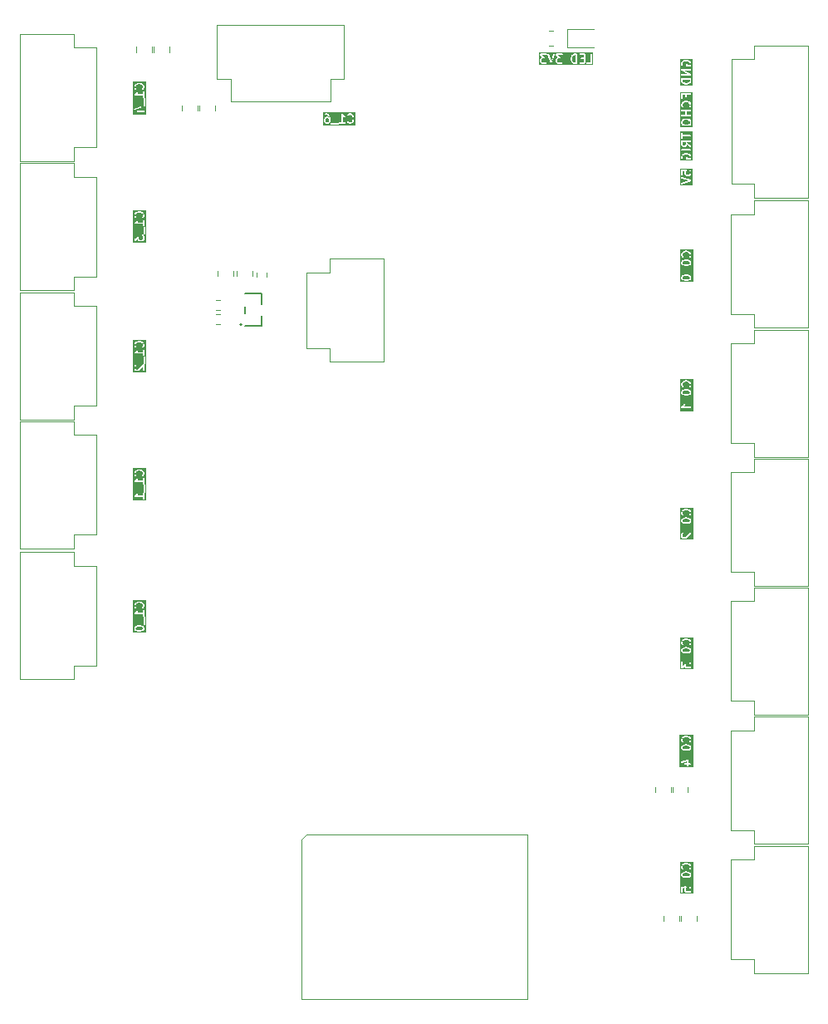
<source format=gbr>
%TF.GenerationSoftware,KiCad,Pcbnew,9.0.3*%
%TF.CreationDate,2025-07-13T22:15:26+07:00*%
%TF.ProjectId,Automative_Hexapod,4175746f-6d61-4746-9976-655f48657861,rev?*%
%TF.SameCoordinates,Original*%
%TF.FileFunction,Legend,Bot*%
%TF.FilePolarity,Positive*%
%FSLAX46Y46*%
G04 Gerber Fmt 4.6, Leading zero omitted, Abs format (unit mm)*
G04 Created by KiCad (PCBNEW 9.0.3) date 2025-07-13 22:15:26*
%MOMM*%
%LPD*%
G01*
G04 APERTURE LIST*
%ADD10C,0.152400*%
%ADD11C,0.120000*%
%ADD12C,0.100000*%
G04 APERTURE END LIST*
D10*
G36*
X85023693Y-56587903D02*
G01*
X85048540Y-56612749D01*
X85077299Y-56670267D01*
X85077299Y-56845957D01*
X85048540Y-56903474D01*
X85023694Y-56928320D01*
X84966177Y-56957079D01*
X84832822Y-56957079D01*
X84775303Y-56928320D01*
X84750457Y-56903474D01*
X84721699Y-56845957D01*
X84721699Y-56670267D01*
X84750457Y-56612751D01*
X84775303Y-56587904D01*
X84832822Y-56559146D01*
X84966177Y-56559146D01*
X85023693Y-56587903D01*
G37*
G36*
X87741477Y-57292924D02*
G01*
X84470521Y-57292924D01*
X84470521Y-56652279D01*
X84569299Y-56652279D01*
X84569299Y-56863946D01*
X84570763Y-56878812D01*
X84571810Y-56881341D01*
X84572005Y-56884073D01*
X84577344Y-56898024D01*
X84619678Y-56982690D01*
X84623702Y-56989083D01*
X84624474Y-56990946D01*
X84626195Y-56993043D01*
X84627636Y-56995332D01*
X84629154Y-56996649D01*
X84633951Y-57002493D01*
X84676284Y-57044827D01*
X84682128Y-57049623D01*
X84683447Y-57051144D01*
X84685737Y-57052586D01*
X84687831Y-57054304D01*
X84689690Y-57055074D01*
X84696089Y-57059102D01*
X84780755Y-57101434D01*
X84794707Y-57106773D01*
X84797436Y-57106966D01*
X84799967Y-57108015D01*
X84814833Y-57109479D01*
X84984166Y-57109479D01*
X84999032Y-57108015D01*
X85001562Y-57106966D01*
X85004292Y-57106773D01*
X85013944Y-57103080D01*
X85248096Y-57103080D01*
X85248096Y-57132812D01*
X85259474Y-57160280D01*
X85280498Y-57181304D01*
X85307966Y-57192682D01*
X85322832Y-57194146D01*
X86000166Y-57194146D01*
X86015032Y-57192682D01*
X86042500Y-57181304D01*
X86063524Y-57160280D01*
X86074902Y-57132812D01*
X86074902Y-57103080D01*
X86063524Y-57075612D01*
X86042500Y-57054588D01*
X86015032Y-57043210D01*
X86000166Y-57041746D01*
X85322832Y-57041746D01*
X85307966Y-57043210D01*
X85280498Y-57054588D01*
X85259474Y-57075612D01*
X85248096Y-57103080D01*
X85013944Y-57103080D01*
X85018243Y-57101435D01*
X85102910Y-57059102D01*
X85109308Y-57055074D01*
X85111168Y-57054304D01*
X85113261Y-57052586D01*
X85115552Y-57051144D01*
X85116870Y-57049623D01*
X85122715Y-57044827D01*
X85149128Y-57018413D01*
X86094763Y-57018413D01*
X86094763Y-57048145D01*
X86106141Y-57075613D01*
X86127165Y-57096637D01*
X86154633Y-57108015D01*
X86169499Y-57109479D01*
X86677499Y-57109479D01*
X86692365Y-57108015D01*
X86719833Y-57096637D01*
X86740857Y-57075613D01*
X86752235Y-57048145D01*
X86752235Y-57018413D01*
X86740857Y-56990945D01*
X86719833Y-56969921D01*
X86692365Y-56958543D01*
X86677499Y-56957079D01*
X86499699Y-56957079D01*
X86499699Y-56370575D01*
X86538951Y-56409827D01*
X86544792Y-56414621D01*
X86546113Y-56416144D01*
X86548407Y-56417587D01*
X86550498Y-56419304D01*
X86552356Y-56420073D01*
X86558755Y-56424101D01*
X86643421Y-56466434D01*
X86657372Y-56471773D01*
X86687029Y-56473880D01*
X86715235Y-56464478D01*
X86737696Y-56444998D01*
X86750993Y-56418405D01*
X86753100Y-56388749D01*
X86743698Y-56360542D01*
X86724218Y-56338081D01*
X86711576Y-56330123D01*
X86637971Y-56293320D01*
X86567380Y-56222729D01*
X86561615Y-56214081D01*
X86941430Y-56214081D01*
X86941431Y-56243813D01*
X86952808Y-56271281D01*
X86973832Y-56292305D01*
X87001301Y-56303682D01*
X87031033Y-56303681D01*
X87058501Y-56292304D01*
X87070048Y-56282827D01*
X87099660Y-56253213D01*
X87197866Y-56220479D01*
X87257800Y-56220479D01*
X87356003Y-56253213D01*
X87419206Y-56316416D01*
X87452269Y-56382542D01*
X87490299Y-56534659D01*
X87490299Y-56642898D01*
X87452269Y-56795015D01*
X87419206Y-56861141D01*
X87356003Y-56924344D01*
X87257800Y-56957079D01*
X87197866Y-56957079D01*
X87099660Y-56924344D01*
X87070048Y-56894731D01*
X87058501Y-56885254D01*
X87031033Y-56873877D01*
X87001301Y-56873876D01*
X86973832Y-56885253D01*
X86952808Y-56906277D01*
X86941431Y-56933745D01*
X86941430Y-56963477D01*
X86952807Y-56990946D01*
X86962284Y-57002493D01*
X87004617Y-57044827D01*
X87016164Y-57054304D01*
X87018693Y-57055351D01*
X87020762Y-57057146D01*
X87034403Y-57063236D01*
X87161403Y-57105569D01*
X87168774Y-57107245D01*
X87170633Y-57108015D01*
X87173327Y-57108280D01*
X87175969Y-57108881D01*
X87177977Y-57108738D01*
X87185499Y-57109479D01*
X87270166Y-57109479D01*
X87277687Y-57108738D01*
X87279696Y-57108881D01*
X87282337Y-57108280D01*
X87285032Y-57108015D01*
X87286890Y-57107245D01*
X87294262Y-57105569D01*
X87421263Y-57063236D01*
X87434903Y-57057146D01*
X87436972Y-57055350D01*
X87439500Y-57054304D01*
X87451048Y-57044828D01*
X87535714Y-56960161D01*
X87540510Y-56954316D01*
X87542031Y-56952998D01*
X87543473Y-56950707D01*
X87545191Y-56948614D01*
X87545961Y-56946754D01*
X87549989Y-56940356D01*
X87592321Y-56855690D01*
X87592737Y-56854602D01*
X87593065Y-56854160D01*
X87595296Y-56847914D01*
X87597660Y-56841738D01*
X87597698Y-56841190D01*
X87598091Y-56840093D01*
X87640424Y-56670761D01*
X87640805Y-56668182D01*
X87641235Y-56667145D01*
X87641786Y-56661547D01*
X87642609Y-56655983D01*
X87642443Y-56654871D01*
X87642699Y-56652279D01*
X87642699Y-56525279D01*
X87642443Y-56522686D01*
X87642609Y-56521575D01*
X87641786Y-56516010D01*
X87641235Y-56510413D01*
X87640805Y-56509375D01*
X87640424Y-56506797D01*
X87598091Y-56337465D01*
X87597698Y-56336367D01*
X87597660Y-56335820D01*
X87595296Y-56329643D01*
X87593065Y-56323398D01*
X87592737Y-56322955D01*
X87592321Y-56321868D01*
X87549989Y-56237202D01*
X87545961Y-56230803D01*
X87545191Y-56228944D01*
X87543473Y-56226850D01*
X87542031Y-56224560D01*
X87540510Y-56223241D01*
X87535714Y-56217397D01*
X87451048Y-56132730D01*
X87439500Y-56123254D01*
X87436972Y-56122207D01*
X87434903Y-56120412D01*
X87421263Y-56114322D01*
X87294262Y-56071989D01*
X87286890Y-56070312D01*
X87285032Y-56069543D01*
X87282337Y-56069277D01*
X87279696Y-56068677D01*
X87277687Y-56068819D01*
X87270166Y-56068079D01*
X87185499Y-56068079D01*
X87177977Y-56068819D01*
X87175969Y-56068677D01*
X87173327Y-56069277D01*
X87170633Y-56069543D01*
X87168774Y-56070312D01*
X87161403Y-56071989D01*
X87034403Y-56114322D01*
X87020762Y-56120412D01*
X87018693Y-56122206D01*
X87016164Y-56123254D01*
X87004617Y-56132731D01*
X86962284Y-56175065D01*
X86952807Y-56186612D01*
X86941430Y-56214081D01*
X86561615Y-56214081D01*
X86486901Y-56102011D01*
X86486867Y-56101969D01*
X86486857Y-56101945D01*
X86486801Y-56101889D01*
X86477437Y-56090454D01*
X86471167Y-56086255D01*
X86465833Y-56080921D01*
X86458935Y-56078064D01*
X86452733Y-56073910D01*
X86445336Y-56072430D01*
X86438365Y-56069543D01*
X86430898Y-56069543D01*
X86423578Y-56068079D01*
X86416178Y-56069543D01*
X86408633Y-56069543D01*
X86401735Y-56072400D01*
X86394412Y-56073849D01*
X86388134Y-56078034D01*
X86381165Y-56080921D01*
X86375887Y-56086199D01*
X86369674Y-56090341D01*
X86365475Y-56096610D01*
X86360141Y-56101945D01*
X86357284Y-56108842D01*
X86353130Y-56115045D01*
X86351650Y-56122441D01*
X86348763Y-56129413D01*
X86347314Y-56144123D01*
X86347299Y-56144200D01*
X86347304Y-56144226D01*
X86347299Y-56144279D01*
X86347299Y-56957079D01*
X86169499Y-56957079D01*
X86154633Y-56958543D01*
X86127165Y-56969921D01*
X86106141Y-56990945D01*
X86094763Y-57018413D01*
X85149128Y-57018413D01*
X85165048Y-57002493D01*
X85169840Y-56996653D01*
X85171364Y-56995332D01*
X85172809Y-56993035D01*
X85174525Y-56990945D01*
X85175294Y-56989087D01*
X85179321Y-56982690D01*
X85221654Y-56898024D01*
X85226993Y-56884073D01*
X85227187Y-56881341D01*
X85228235Y-56878812D01*
X85229699Y-56863946D01*
X85229699Y-56525279D01*
X85229443Y-56522686D01*
X85229609Y-56521575D01*
X85228786Y-56516010D01*
X85228235Y-56510413D01*
X85227805Y-56509375D01*
X85227424Y-56506797D01*
X85185091Y-56337465D01*
X85181961Y-56328705D01*
X85181596Y-56326859D01*
X85180703Y-56325185D01*
X85180065Y-56323398D01*
X85178943Y-56321884D01*
X85174568Y-56313678D01*
X85089901Y-56186678D01*
X85089868Y-56186638D01*
X85089858Y-56186613D01*
X85085099Y-56180814D01*
X85080437Y-56175121D01*
X85080414Y-56175106D01*
X85080381Y-56175065D01*
X85038048Y-56132731D01*
X85032203Y-56127934D01*
X85030885Y-56126414D01*
X85028594Y-56124971D01*
X85026501Y-56123254D01*
X85024641Y-56122483D01*
X85018243Y-56118456D01*
X84933576Y-56076123D01*
X84919625Y-56070785D01*
X84916895Y-56070591D01*
X84914365Y-56069543D01*
X84899499Y-56068079D01*
X84730166Y-56068079D01*
X84715300Y-56069543D01*
X84687832Y-56080921D01*
X84666808Y-56101945D01*
X84655430Y-56129413D01*
X84655430Y-56159145D01*
X84666808Y-56186613D01*
X84687832Y-56207637D01*
X84715300Y-56219015D01*
X84730166Y-56220479D01*
X84881510Y-56220479D01*
X84939027Y-56249237D01*
X84967282Y-56277492D01*
X85040441Y-56387231D01*
X85051487Y-56431411D01*
X85018243Y-56414790D01*
X85004292Y-56409452D01*
X85001562Y-56409258D01*
X84999032Y-56408210D01*
X84984166Y-56406746D01*
X84814833Y-56406746D01*
X84799967Y-56408210D01*
X84797436Y-56409258D01*
X84794707Y-56409452D01*
X84780755Y-56414791D01*
X84696089Y-56457123D01*
X84689688Y-56461151D01*
X84687832Y-56461921D01*
X84685741Y-56463636D01*
X84683447Y-56465081D01*
X84682127Y-56466602D01*
X84676285Y-56471397D01*
X84633951Y-56513730D01*
X84629155Y-56519574D01*
X84627636Y-56520892D01*
X84626192Y-56523184D01*
X84624475Y-56525278D01*
X84623705Y-56527136D01*
X84619678Y-56533534D01*
X84577344Y-56618201D01*
X84572005Y-56632152D01*
X84571810Y-56634883D01*
X84570763Y-56637413D01*
X84569299Y-56652279D01*
X84470521Y-56652279D01*
X84470521Y-55969301D01*
X87741477Y-55969301D01*
X87741477Y-57292924D01*
G37*
G36*
X110228870Y-50861079D02*
G01*
X110105770Y-50861079D01*
X110007564Y-50828344D01*
X109944361Y-50765141D01*
X109911299Y-50699017D01*
X109873270Y-50546898D01*
X109873270Y-50438660D01*
X109911299Y-50286540D01*
X109944361Y-50220416D01*
X110007564Y-50157213D01*
X110105770Y-50124479D01*
X110228870Y-50124479D01*
X110228870Y-50861079D01*
G37*
G36*
X112004048Y-51112257D02*
G01*
X106489425Y-51112257D01*
X106489425Y-50556279D01*
X106588203Y-50556279D01*
X106588203Y-50767946D01*
X106589667Y-50782812D01*
X106590714Y-50785341D01*
X106590909Y-50788073D01*
X106596248Y-50802024D01*
X106638582Y-50886690D01*
X106642606Y-50893083D01*
X106643378Y-50894946D01*
X106645099Y-50897043D01*
X106646540Y-50899332D01*
X106648058Y-50900649D01*
X106652855Y-50906493D01*
X106695188Y-50948827D01*
X106701032Y-50953623D01*
X106702351Y-50955144D01*
X106704641Y-50956586D01*
X106706735Y-50958304D01*
X106708594Y-50959074D01*
X106714993Y-50963102D01*
X106799659Y-51005434D01*
X106813611Y-51010773D01*
X106816340Y-51010966D01*
X106818871Y-51012015D01*
X106833737Y-51013479D01*
X107087737Y-51013479D01*
X107102603Y-51012015D01*
X107105133Y-51010966D01*
X107107863Y-51010773D01*
X107121815Y-51005434D01*
X107206480Y-50963102D01*
X107212880Y-50959073D01*
X107214737Y-50958304D01*
X107216828Y-50956587D01*
X107219122Y-50955144D01*
X107220440Y-50953624D01*
X107226285Y-50948828D01*
X107268618Y-50906494D01*
X107278095Y-50894947D01*
X107289472Y-50867478D01*
X107289472Y-50837746D01*
X107278095Y-50810278D01*
X107257071Y-50789254D01*
X107229603Y-50777877D01*
X107199871Y-50777877D01*
X107172402Y-50789254D01*
X107160855Y-50798731D01*
X107127263Y-50832321D01*
X107069749Y-50861079D01*
X106851726Y-50861079D01*
X106794207Y-50832320D01*
X106769361Y-50807474D01*
X106740603Y-50749957D01*
X106740603Y-50574267D01*
X106769361Y-50516751D01*
X106794207Y-50491904D01*
X106851726Y-50463146D01*
X106960737Y-50463146D01*
X106968599Y-50462371D01*
X106970599Y-50462505D01*
X106971976Y-50462039D01*
X106975603Y-50461682D01*
X106987037Y-50456945D01*
X106998763Y-50452980D01*
X107000697Y-50451287D01*
X107003071Y-50450304D01*
X107011819Y-50441556D01*
X107021139Y-50433401D01*
X107022278Y-50431096D01*
X107024095Y-50429280D01*
X107028832Y-50417842D01*
X107034318Y-50406750D01*
X107034488Y-50404187D01*
X107035473Y-50401812D01*
X107035473Y-50389427D01*
X107036296Y-50377084D01*
X107035473Y-50374650D01*
X107035473Y-50372080D01*
X107030736Y-50360645D01*
X107026771Y-50348920D01*
X107024651Y-50345955D01*
X107024095Y-50344612D01*
X107022677Y-50343194D01*
X107018083Y-50336768D01*
X106832330Y-50124479D01*
X107214737Y-50124479D01*
X107229603Y-50123015D01*
X107257071Y-50111637D01*
X107278095Y-50090613D01*
X107289473Y-50063145D01*
X107289473Y-50057810D01*
X107350801Y-50057810D01*
X107354113Y-50072376D01*
X107650447Y-50961375D01*
X107656537Y-50975015D01*
X107660105Y-50979129D01*
X107662540Y-50983999D01*
X107669758Y-50990259D01*
X107676017Y-50997476D01*
X107680884Y-50999909D01*
X107685000Y-51003479D01*
X107694072Y-51006503D01*
X107702611Y-51010772D01*
X107708036Y-51011157D01*
X107713207Y-51012881D01*
X107722744Y-51012203D01*
X107732267Y-51012880D01*
X107737429Y-51011159D01*
X107742863Y-51010773D01*
X107751411Y-51006498D01*
X107760474Y-51003478D01*
X107764586Y-50999911D01*
X107769457Y-50997476D01*
X107775720Y-50990254D01*
X107782934Y-50983998D01*
X107785366Y-50979132D01*
X107788937Y-50975016D01*
X107795027Y-50961376D01*
X107930059Y-50556279D01*
X108196870Y-50556279D01*
X108196870Y-50767946D01*
X108198334Y-50782812D01*
X108199381Y-50785341D01*
X108199576Y-50788073D01*
X108204915Y-50802024D01*
X108247249Y-50886690D01*
X108251273Y-50893083D01*
X108252045Y-50894946D01*
X108253766Y-50897043D01*
X108255207Y-50899332D01*
X108256725Y-50900649D01*
X108261522Y-50906493D01*
X108303855Y-50948827D01*
X108309699Y-50953623D01*
X108311018Y-50955144D01*
X108313308Y-50956586D01*
X108315402Y-50958304D01*
X108317261Y-50959074D01*
X108323660Y-50963102D01*
X108408326Y-51005434D01*
X108422278Y-51010773D01*
X108425007Y-51010966D01*
X108427538Y-51012015D01*
X108442404Y-51013479D01*
X108696404Y-51013479D01*
X108711270Y-51012015D01*
X108713800Y-51010966D01*
X108716530Y-51010773D01*
X108730482Y-51005434D01*
X108815147Y-50963102D01*
X108821547Y-50959073D01*
X108823404Y-50958304D01*
X108825495Y-50956587D01*
X108827789Y-50955144D01*
X108829107Y-50953624D01*
X108834952Y-50948828D01*
X108877285Y-50906494D01*
X108886762Y-50894947D01*
X108898139Y-50867478D01*
X108898139Y-50837746D01*
X108886762Y-50810278D01*
X108865738Y-50789254D01*
X108838270Y-50777877D01*
X108808538Y-50777877D01*
X108781069Y-50789254D01*
X108769522Y-50798731D01*
X108735930Y-50832321D01*
X108678416Y-50861079D01*
X108460393Y-50861079D01*
X108402874Y-50832320D01*
X108378028Y-50807474D01*
X108349270Y-50749957D01*
X108349270Y-50574267D01*
X108378028Y-50516751D01*
X108402874Y-50491904D01*
X108460393Y-50463146D01*
X108569404Y-50463146D01*
X108577266Y-50462371D01*
X108579266Y-50462505D01*
X108580643Y-50462039D01*
X108584270Y-50461682D01*
X108595704Y-50456945D01*
X108607430Y-50452980D01*
X108609364Y-50451287D01*
X108611738Y-50450304D01*
X108620486Y-50441556D01*
X108629806Y-50433401D01*
X108630945Y-50431096D01*
X108632762Y-50429280D01*
X108632762Y-50429279D01*
X109720870Y-50429279D01*
X109720870Y-50556279D01*
X109721125Y-50558871D01*
X109720960Y-50559983D01*
X109721782Y-50565546D01*
X109722334Y-50571145D01*
X109722763Y-50572182D01*
X109723145Y-50574760D01*
X109765478Y-50744093D01*
X109765869Y-50745190D01*
X109765909Y-50745739D01*
X109768275Y-50751922D01*
X109770504Y-50758160D01*
X109770831Y-50758602D01*
X109771248Y-50759690D01*
X109813582Y-50844357D01*
X109817609Y-50850754D01*
X109818379Y-50852613D01*
X109820096Y-50854705D01*
X109821540Y-50856999D01*
X109823060Y-50858317D01*
X109827855Y-50864160D01*
X109912521Y-50948828D01*
X109924068Y-50958304D01*
X109926597Y-50959351D01*
X109928666Y-50961146D01*
X109942307Y-50967236D01*
X110069307Y-51009569D01*
X110076678Y-51011245D01*
X110078537Y-51012015D01*
X110081231Y-51012280D01*
X110083873Y-51012881D01*
X110085881Y-51012738D01*
X110093403Y-51013479D01*
X110305070Y-51013479D01*
X110319936Y-51012015D01*
X110347404Y-51000637D01*
X110368428Y-50979613D01*
X110379806Y-50952145D01*
X110381270Y-50937279D01*
X110381270Y-50048279D01*
X110379806Y-50033413D01*
X110611334Y-50033413D01*
X110611334Y-50063145D01*
X110622712Y-50090613D01*
X110643736Y-50111637D01*
X110671204Y-50123015D01*
X110686070Y-50124479D01*
X111033203Y-50124479D01*
X111033203Y-50395412D01*
X110813070Y-50395412D01*
X110798204Y-50396876D01*
X110770736Y-50408254D01*
X110749712Y-50429278D01*
X110738334Y-50456746D01*
X110738334Y-50486478D01*
X110749712Y-50513946D01*
X110770736Y-50534970D01*
X110798204Y-50546348D01*
X110813070Y-50547812D01*
X111033203Y-50547812D01*
X111033203Y-50861079D01*
X110686070Y-50861079D01*
X110671204Y-50862543D01*
X110643736Y-50873921D01*
X110622712Y-50894945D01*
X110611334Y-50922413D01*
X110611334Y-50952145D01*
X110622712Y-50979613D01*
X110643736Y-51000637D01*
X110671204Y-51012015D01*
X110686070Y-51013479D01*
X111109403Y-51013479D01*
X111124269Y-51012015D01*
X111151737Y-51000637D01*
X111172761Y-50979613D01*
X111184139Y-50952145D01*
X111185603Y-50937279D01*
X111185603Y-50922413D01*
X111331001Y-50922413D01*
X111331001Y-50952145D01*
X111342379Y-50979613D01*
X111363403Y-51000637D01*
X111390871Y-51012015D01*
X111405737Y-51013479D01*
X111829070Y-51013479D01*
X111843936Y-51012015D01*
X111871404Y-51000637D01*
X111892428Y-50979613D01*
X111903806Y-50952145D01*
X111905270Y-50937279D01*
X111905270Y-50048279D01*
X111903806Y-50033413D01*
X111892428Y-50005945D01*
X111871404Y-49984921D01*
X111843936Y-49973543D01*
X111814204Y-49973543D01*
X111786736Y-49984921D01*
X111765712Y-50005945D01*
X111754334Y-50033413D01*
X111752870Y-50048279D01*
X111752870Y-50861079D01*
X111405737Y-50861079D01*
X111390871Y-50862543D01*
X111363403Y-50873921D01*
X111342379Y-50894945D01*
X111331001Y-50922413D01*
X111185603Y-50922413D01*
X111185603Y-50048279D01*
X111184139Y-50033413D01*
X111172761Y-50005945D01*
X111151737Y-49984921D01*
X111124269Y-49973543D01*
X111109403Y-49972079D01*
X110686070Y-49972079D01*
X110671204Y-49973543D01*
X110643736Y-49984921D01*
X110622712Y-50005945D01*
X110611334Y-50033413D01*
X110379806Y-50033413D01*
X110368428Y-50005945D01*
X110347404Y-49984921D01*
X110319936Y-49973543D01*
X110305070Y-49972079D01*
X110093403Y-49972079D01*
X110085881Y-49972819D01*
X110083873Y-49972677D01*
X110081231Y-49973277D01*
X110078537Y-49973543D01*
X110076678Y-49974312D01*
X110069307Y-49975989D01*
X109942307Y-50018322D01*
X109928666Y-50024412D01*
X109926597Y-50026206D01*
X109924068Y-50027254D01*
X109912521Y-50036730D01*
X109827855Y-50121398D01*
X109823060Y-50127240D01*
X109821540Y-50128559D01*
X109820096Y-50130852D01*
X109818379Y-50132945D01*
X109817609Y-50134803D01*
X109813582Y-50141201D01*
X109771248Y-50225868D01*
X109770831Y-50226955D01*
X109770504Y-50227398D01*
X109768275Y-50233635D01*
X109765909Y-50239819D01*
X109765869Y-50240367D01*
X109765478Y-50241465D01*
X109723145Y-50410798D01*
X109722763Y-50413375D01*
X109722334Y-50414413D01*
X109721782Y-50420011D01*
X109720960Y-50425575D01*
X109721125Y-50426686D01*
X109720870Y-50429279D01*
X108632762Y-50429279D01*
X108637499Y-50417842D01*
X108642985Y-50406750D01*
X108643155Y-50404187D01*
X108644140Y-50401812D01*
X108644140Y-50389427D01*
X108644963Y-50377084D01*
X108644140Y-50374650D01*
X108644140Y-50372080D01*
X108639403Y-50360645D01*
X108635438Y-50348920D01*
X108633318Y-50345955D01*
X108632762Y-50344612D01*
X108631344Y-50343194D01*
X108626750Y-50336768D01*
X108440997Y-50124479D01*
X108823404Y-50124479D01*
X108838270Y-50123015D01*
X108865738Y-50111637D01*
X108886762Y-50090613D01*
X108898140Y-50063145D01*
X108898140Y-50033413D01*
X108886762Y-50005945D01*
X108865738Y-49984921D01*
X108838270Y-49973543D01*
X108823404Y-49972079D01*
X108273070Y-49972079D01*
X108265207Y-49972853D01*
X108263208Y-49972720D01*
X108261830Y-49973185D01*
X108258204Y-49973543D01*
X108246769Y-49978279D01*
X108235044Y-49982245D01*
X108233109Y-49983937D01*
X108230736Y-49984921D01*
X108221988Y-49993669D01*
X108212668Y-50001824D01*
X108211528Y-50004128D01*
X108209712Y-50005945D01*
X108204975Y-50017378D01*
X108199489Y-50028474D01*
X108199318Y-50031037D01*
X108198334Y-50033413D01*
X108198334Y-50045797D01*
X108197511Y-50058141D01*
X108198334Y-50060574D01*
X108198334Y-50063145D01*
X108203070Y-50074579D01*
X108207036Y-50086305D01*
X108209155Y-50089269D01*
X108209712Y-50090613D01*
X108211129Y-50092030D01*
X108215724Y-50098457D01*
X108408468Y-50318736D01*
X108408326Y-50318791D01*
X108323660Y-50361123D01*
X108317259Y-50365151D01*
X108315403Y-50365921D01*
X108313312Y-50367636D01*
X108311018Y-50369081D01*
X108309698Y-50370602D01*
X108303856Y-50375397D01*
X108261522Y-50417730D01*
X108256726Y-50423574D01*
X108255207Y-50424892D01*
X108253763Y-50427184D01*
X108252046Y-50429278D01*
X108251276Y-50431136D01*
X108247249Y-50437534D01*
X108204915Y-50522201D01*
X108199576Y-50536152D01*
X108199381Y-50538883D01*
X108198334Y-50541413D01*
X108196870Y-50556279D01*
X107930059Y-50556279D01*
X108091360Y-50072376D01*
X108094672Y-50057810D01*
X108092564Y-50028153D01*
X108079267Y-50001560D01*
X108056807Y-49982079D01*
X108028600Y-49972677D01*
X107998944Y-49974785D01*
X107972350Y-49988082D01*
X107952870Y-50010542D01*
X107946780Y-50024183D01*
X107722736Y-50696313D01*
X107498693Y-50024182D01*
X107492603Y-50010542D01*
X107473122Y-49988082D01*
X107446529Y-49974785D01*
X107416872Y-49972677D01*
X107388666Y-49982079D01*
X107366206Y-50001560D01*
X107352909Y-50028153D01*
X107350801Y-50057810D01*
X107289473Y-50057810D01*
X107289473Y-50033413D01*
X107278095Y-50005945D01*
X107257071Y-49984921D01*
X107229603Y-49973543D01*
X107214737Y-49972079D01*
X106664403Y-49972079D01*
X106656540Y-49972853D01*
X106654541Y-49972720D01*
X106653163Y-49973185D01*
X106649537Y-49973543D01*
X106638102Y-49978279D01*
X106626377Y-49982245D01*
X106624442Y-49983937D01*
X106622069Y-49984921D01*
X106613321Y-49993669D01*
X106604001Y-50001824D01*
X106602861Y-50004128D01*
X106601045Y-50005945D01*
X106596308Y-50017378D01*
X106590822Y-50028474D01*
X106590651Y-50031037D01*
X106589667Y-50033413D01*
X106589667Y-50045797D01*
X106588844Y-50058141D01*
X106589667Y-50060574D01*
X106589667Y-50063145D01*
X106594403Y-50074579D01*
X106598369Y-50086305D01*
X106600488Y-50089269D01*
X106601045Y-50090613D01*
X106602462Y-50092030D01*
X106607057Y-50098457D01*
X106799801Y-50318736D01*
X106799659Y-50318791D01*
X106714993Y-50361123D01*
X106708592Y-50365151D01*
X106706736Y-50365921D01*
X106704645Y-50367636D01*
X106702351Y-50369081D01*
X106701031Y-50370602D01*
X106695189Y-50375397D01*
X106652855Y-50417730D01*
X106648059Y-50423574D01*
X106646540Y-50424892D01*
X106645096Y-50427184D01*
X106643379Y-50429278D01*
X106642609Y-50431136D01*
X106638582Y-50437534D01*
X106596248Y-50522201D01*
X106590909Y-50536152D01*
X106590714Y-50538883D01*
X106589667Y-50541413D01*
X106588203Y-50556279D01*
X106489425Y-50556279D01*
X106489425Y-49873301D01*
X112004048Y-49873301D01*
X112004048Y-51112257D01*
G37*
G36*
X65981350Y-108381729D02*
G01*
X66047474Y-108414791D01*
X66072320Y-108439637D01*
X66101079Y-108497155D01*
X66101079Y-108545844D01*
X66072320Y-108603362D01*
X66047474Y-108628208D01*
X65981350Y-108661270D01*
X65829231Y-108699300D01*
X65636327Y-108699300D01*
X65484207Y-108661270D01*
X65418083Y-108628208D01*
X65393237Y-108603361D01*
X65364479Y-108545844D01*
X65364479Y-108497155D01*
X65393237Y-108439638D01*
X65418083Y-108414791D01*
X65484207Y-108381729D01*
X65636327Y-108343700D01*
X65829231Y-108343700D01*
X65981350Y-108381729D01*
G37*
G36*
X66436924Y-108950478D02*
G01*
X65113301Y-108950478D01*
X65113301Y-108479167D01*
X65212079Y-108479167D01*
X65212079Y-108563833D01*
X65213543Y-108578699D01*
X65214591Y-108581229D01*
X65214785Y-108583959D01*
X65220123Y-108597910D01*
X65262456Y-108682577D01*
X65266483Y-108688975D01*
X65267254Y-108690835D01*
X65268971Y-108692928D01*
X65270414Y-108695219D01*
X65271934Y-108696537D01*
X65276731Y-108702382D01*
X65319065Y-108744715D01*
X65324907Y-108749509D01*
X65326226Y-108751030D01*
X65328518Y-108752473D01*
X65330613Y-108754192D01*
X65332472Y-108754962D01*
X65338868Y-108758988D01*
X65423534Y-108801322D01*
X65424621Y-108801738D01*
X65425064Y-108802066D01*
X65431301Y-108804294D01*
X65437485Y-108806661D01*
X65438033Y-108806700D01*
X65439131Y-108807092D01*
X65608465Y-108849425D01*
X65611042Y-108849806D01*
X65612080Y-108850236D01*
X65617678Y-108850787D01*
X65623242Y-108851610D01*
X65624353Y-108851444D01*
X65626946Y-108851700D01*
X65838612Y-108851700D01*
X65841204Y-108851444D01*
X65842316Y-108851610D01*
X65847879Y-108850787D01*
X65853478Y-108850236D01*
X65854515Y-108849806D01*
X65857093Y-108849425D01*
X66026427Y-108807092D01*
X66027524Y-108806700D01*
X66028073Y-108806661D01*
X66034256Y-108804294D01*
X66040494Y-108802066D01*
X66040936Y-108801738D01*
X66042024Y-108801322D01*
X66126690Y-108758988D01*
X66133083Y-108754963D01*
X66134946Y-108754192D01*
X66137043Y-108752470D01*
X66139332Y-108751030D01*
X66140649Y-108749511D01*
X66146493Y-108744715D01*
X66188827Y-108702382D01*
X66193623Y-108696537D01*
X66195144Y-108695219D01*
X66196586Y-108692928D01*
X66198304Y-108690835D01*
X66199074Y-108688975D01*
X66203102Y-108682577D01*
X66245434Y-108597911D01*
X66250773Y-108583959D01*
X66250966Y-108581229D01*
X66252015Y-108578699D01*
X66253479Y-108563833D01*
X66253479Y-108479167D01*
X66252015Y-108464301D01*
X66250966Y-108461770D01*
X66250773Y-108459041D01*
X66245434Y-108445089D01*
X66203102Y-108360423D01*
X66199074Y-108354024D01*
X66198304Y-108352165D01*
X66196586Y-108350071D01*
X66195144Y-108347781D01*
X66193623Y-108346462D01*
X66188827Y-108340618D01*
X66146493Y-108298285D01*
X66140649Y-108293488D01*
X66139332Y-108291970D01*
X66137043Y-108290529D01*
X66134946Y-108288808D01*
X66133083Y-108288036D01*
X66126690Y-108284012D01*
X66042024Y-108241678D01*
X66040936Y-108241261D01*
X66040494Y-108240934D01*
X66034256Y-108238705D01*
X66028073Y-108236339D01*
X66027524Y-108236299D01*
X66026427Y-108235908D01*
X65857093Y-108193575D01*
X65854515Y-108193193D01*
X65853478Y-108192764D01*
X65847879Y-108192212D01*
X65842316Y-108191390D01*
X65841204Y-108191555D01*
X65838612Y-108191300D01*
X65626946Y-108191300D01*
X65624353Y-108191555D01*
X65623242Y-108191390D01*
X65617678Y-108192212D01*
X65612080Y-108192764D01*
X65611042Y-108193193D01*
X65608465Y-108193575D01*
X65439131Y-108235908D01*
X65438033Y-108236299D01*
X65437485Y-108236339D01*
X65431301Y-108238705D01*
X65425064Y-108240934D01*
X65424621Y-108241261D01*
X65423534Y-108241678D01*
X65338868Y-108284012D01*
X65332472Y-108288037D01*
X65330613Y-108288808D01*
X65328518Y-108290526D01*
X65326226Y-108291970D01*
X65324907Y-108293490D01*
X65319065Y-108298285D01*
X65276731Y-108340618D01*
X65271934Y-108346462D01*
X65270414Y-108347781D01*
X65268971Y-108350071D01*
X65267254Y-108352165D01*
X65266483Y-108354024D01*
X65262456Y-108360423D01*
X65220123Y-108445090D01*
X65214785Y-108459041D01*
X65214591Y-108461770D01*
X65213543Y-108464301D01*
X65212079Y-108479167D01*
X65113301Y-108479167D01*
X65113301Y-107420834D01*
X66185746Y-107420834D01*
X66185746Y-108098167D01*
X66187210Y-108113033D01*
X66198588Y-108140501D01*
X66219612Y-108161525D01*
X66247080Y-108172903D01*
X66276812Y-108172903D01*
X66304280Y-108161525D01*
X66325304Y-108140501D01*
X66336682Y-108113033D01*
X66338146Y-108098167D01*
X66338146Y-107420834D01*
X66336682Y-107405968D01*
X66325304Y-107378500D01*
X66304280Y-107357476D01*
X66276812Y-107346098D01*
X66247080Y-107346098D01*
X66219612Y-107357476D01*
X66198588Y-107378500D01*
X66187210Y-107405968D01*
X66185746Y-107420834D01*
X65113301Y-107420834D01*
X65113301Y-106997421D01*
X65212079Y-106997421D01*
X65213543Y-107004821D01*
X65213543Y-107012366D01*
X65216400Y-107019263D01*
X65217849Y-107026587D01*
X65222034Y-107032864D01*
X65224921Y-107039834D01*
X65230199Y-107045112D01*
X65234341Y-107051325D01*
X65240610Y-107055523D01*
X65245945Y-107060858D01*
X65252842Y-107063714D01*
X65259045Y-107067869D01*
X65266441Y-107069348D01*
X65273413Y-107072236D01*
X65288123Y-107073684D01*
X65288200Y-107073700D01*
X65288226Y-107073694D01*
X65288279Y-107073700D01*
X66101079Y-107073700D01*
X66101079Y-107251500D01*
X66102543Y-107266366D01*
X66113921Y-107293834D01*
X66134945Y-107314858D01*
X66162413Y-107326236D01*
X66192145Y-107326236D01*
X66219613Y-107314858D01*
X66240637Y-107293834D01*
X66252015Y-107266366D01*
X66253479Y-107251500D01*
X66253479Y-106743500D01*
X66252015Y-106728634D01*
X66240637Y-106701166D01*
X66219613Y-106680142D01*
X66192145Y-106668764D01*
X66162413Y-106668764D01*
X66134945Y-106680142D01*
X66113921Y-106701166D01*
X66102543Y-106728634D01*
X66101079Y-106743500D01*
X66101079Y-106921300D01*
X65514576Y-106921300D01*
X65553828Y-106882049D01*
X65558625Y-106876202D01*
X65560144Y-106874886D01*
X65561585Y-106872596D01*
X65563304Y-106870502D01*
X65564074Y-106868642D01*
X65568102Y-106862244D01*
X65610434Y-106777578D01*
X65615773Y-106763626D01*
X65617880Y-106733970D01*
X65608478Y-106705763D01*
X65588998Y-106683302D01*
X65562405Y-106670006D01*
X65532748Y-106667899D01*
X65504542Y-106677301D01*
X65482081Y-106696781D01*
X65474123Y-106709423D01*
X65437319Y-106783029D01*
X65366732Y-106853616D01*
X65246011Y-106934098D01*
X65245969Y-106934131D01*
X65245945Y-106934142D01*
X65245889Y-106934197D01*
X65234454Y-106943562D01*
X65230255Y-106949831D01*
X65224921Y-106955166D01*
X65222064Y-106962063D01*
X65217910Y-106968266D01*
X65216430Y-106975662D01*
X65213543Y-106982634D01*
X65213543Y-106990101D01*
X65212079Y-106997421D01*
X65113301Y-106997421D01*
X65113301Y-106150833D01*
X65212079Y-106150833D01*
X65212079Y-106235500D01*
X65212819Y-106243021D01*
X65212677Y-106245030D01*
X65213277Y-106247671D01*
X65213543Y-106250366D01*
X65214312Y-106252224D01*
X65215989Y-106259596D01*
X65258322Y-106386597D01*
X65264412Y-106400237D01*
X65266206Y-106402306D01*
X65267254Y-106404835D01*
X65276731Y-106416382D01*
X65319065Y-106458715D01*
X65330613Y-106468192D01*
X65358081Y-106479569D01*
X65387813Y-106479569D01*
X65415282Y-106468191D01*
X65436305Y-106447167D01*
X65447682Y-106419699D01*
X65447682Y-106389966D01*
X65436304Y-106362498D01*
X65426827Y-106350951D01*
X65397213Y-106321338D01*
X65364479Y-106223134D01*
X65364479Y-106163198D01*
X65397213Y-106064994D01*
X65460418Y-106001791D01*
X65526541Y-105968729D01*
X65678660Y-105930700D01*
X65786898Y-105930700D01*
X65939017Y-105968729D01*
X66005141Y-106001791D01*
X66068344Y-106064994D01*
X66101079Y-106163199D01*
X66101079Y-106223133D01*
X66068344Y-106321338D01*
X66038731Y-106350951D01*
X66029254Y-106362498D01*
X66017877Y-106389966D01*
X66017876Y-106419698D01*
X66029253Y-106447167D01*
X66050277Y-106468191D01*
X66077745Y-106479568D01*
X66107477Y-106479569D01*
X66134946Y-106468192D01*
X66146493Y-106458715D01*
X66188827Y-106416382D01*
X66198304Y-106404835D01*
X66199351Y-106402305D01*
X66201146Y-106400237D01*
X66207236Y-106386596D01*
X66249569Y-106259596D01*
X66251245Y-106252224D01*
X66252015Y-106250366D01*
X66252280Y-106247671D01*
X66252881Y-106245030D01*
X66252738Y-106243021D01*
X66253479Y-106235500D01*
X66253479Y-106150833D01*
X66252738Y-106143311D01*
X66252881Y-106141303D01*
X66252280Y-106138661D01*
X66252015Y-106135967D01*
X66251245Y-106134108D01*
X66249569Y-106126737D01*
X66207236Y-105999737D01*
X66201146Y-105986096D01*
X66199351Y-105984027D01*
X66198304Y-105981498D01*
X66188828Y-105969951D01*
X66104160Y-105885285D01*
X66098317Y-105880490D01*
X66096999Y-105878970D01*
X66094705Y-105877526D01*
X66092613Y-105875809D01*
X66090754Y-105875039D01*
X66084357Y-105871012D01*
X65999690Y-105828678D01*
X65998602Y-105828261D01*
X65998160Y-105827934D01*
X65991922Y-105825705D01*
X65985739Y-105823339D01*
X65985190Y-105823299D01*
X65984093Y-105822908D01*
X65814760Y-105780575D01*
X65812182Y-105780193D01*
X65811145Y-105779764D01*
X65805546Y-105779212D01*
X65799983Y-105778390D01*
X65798871Y-105778555D01*
X65796279Y-105778300D01*
X65669279Y-105778300D01*
X65666686Y-105778555D01*
X65665575Y-105778390D01*
X65660010Y-105779212D01*
X65654413Y-105779764D01*
X65653375Y-105780193D01*
X65650797Y-105780575D01*
X65481465Y-105822908D01*
X65480367Y-105823299D01*
X65479819Y-105823339D01*
X65473635Y-105825705D01*
X65467398Y-105827934D01*
X65466955Y-105828261D01*
X65465868Y-105828678D01*
X65381201Y-105871012D01*
X65374807Y-105875036D01*
X65372945Y-105875808D01*
X65370847Y-105877529D01*
X65368559Y-105878970D01*
X65367241Y-105880488D01*
X65361398Y-105885285D01*
X65276731Y-105969951D01*
X65267254Y-105981498D01*
X65266206Y-105984026D01*
X65264412Y-105986096D01*
X65258322Y-105999736D01*
X65215989Y-106126737D01*
X65214312Y-106134108D01*
X65213543Y-106135967D01*
X65213277Y-106138661D01*
X65212677Y-106141303D01*
X65212819Y-106143311D01*
X65212079Y-106150833D01*
X65113301Y-106150833D01*
X65113301Y-105679522D01*
X66436924Y-105679522D01*
X66436924Y-108950478D01*
G37*
G36*
X66436924Y-69199478D02*
G01*
X65113301Y-69199478D01*
X65113301Y-68474167D01*
X65212079Y-68474167D01*
X65212079Y-69024500D01*
X65212853Y-69032362D01*
X65212720Y-69034362D01*
X65213185Y-69035739D01*
X65213543Y-69039366D01*
X65218279Y-69050800D01*
X65222245Y-69062526D01*
X65223937Y-69064460D01*
X65224921Y-69066834D01*
X65233669Y-69075582D01*
X65241824Y-69084902D01*
X65244128Y-69086041D01*
X65245945Y-69087858D01*
X65257378Y-69092594D01*
X65268474Y-69098081D01*
X65271037Y-69098251D01*
X65273413Y-69099236D01*
X65285797Y-69099236D01*
X65298141Y-69100059D01*
X65300574Y-69099236D01*
X65303145Y-69099236D01*
X65314579Y-69094499D01*
X65326305Y-69090534D01*
X65329269Y-69088414D01*
X65330613Y-69087858D01*
X65332030Y-69086440D01*
X65338457Y-69081846D01*
X65558736Y-68889102D01*
X65558791Y-68889245D01*
X65601123Y-68973910D01*
X65605149Y-68980306D01*
X65605920Y-68982167D01*
X65607639Y-68984262D01*
X65609081Y-68986552D01*
X65610600Y-68987869D01*
X65615397Y-68993714D01*
X65657730Y-69036048D01*
X65663574Y-69040844D01*
X65664893Y-69042365D01*
X65667183Y-69043807D01*
X65669277Y-69045525D01*
X65671136Y-69046295D01*
X65677535Y-69050323D01*
X65762201Y-69092655D01*
X65776153Y-69097994D01*
X65778882Y-69098187D01*
X65781413Y-69099236D01*
X65796279Y-69100700D01*
X66007946Y-69100700D01*
X66022812Y-69099236D01*
X66025342Y-69098187D01*
X66028072Y-69097994D01*
X66042024Y-69092655D01*
X66126689Y-69050323D01*
X66133089Y-69046294D01*
X66134946Y-69045525D01*
X66137037Y-69043808D01*
X66139331Y-69042365D01*
X66140649Y-69040845D01*
X66146494Y-69036049D01*
X66188827Y-68993715D01*
X66193621Y-68987873D01*
X66195144Y-68986553D01*
X66196587Y-68984258D01*
X66198304Y-68982168D01*
X66199073Y-68980309D01*
X66203101Y-68973911D01*
X66245434Y-68889245D01*
X66250773Y-68875294D01*
X66250967Y-68872562D01*
X66252015Y-68870033D01*
X66253479Y-68855167D01*
X66253479Y-68601167D01*
X66252015Y-68586301D01*
X66250966Y-68583770D01*
X66250773Y-68581041D01*
X66245434Y-68567089D01*
X66203102Y-68482423D01*
X66199074Y-68476024D01*
X66198304Y-68474165D01*
X66196586Y-68472071D01*
X66195144Y-68469781D01*
X66193623Y-68468462D01*
X66188827Y-68462618D01*
X66146493Y-68420285D01*
X66134946Y-68410808D01*
X66107477Y-68399431D01*
X66077745Y-68399432D01*
X66050277Y-68410809D01*
X66029253Y-68431833D01*
X66017876Y-68459302D01*
X66017877Y-68489034D01*
X66029254Y-68516502D01*
X66038731Y-68528049D01*
X66072320Y-68561637D01*
X66101079Y-68619155D01*
X66101079Y-68837178D01*
X66072321Y-68894694D01*
X66047472Y-68919542D01*
X65989958Y-68948300D01*
X65814268Y-68948300D01*
X65756749Y-68919541D01*
X65731904Y-68894695D01*
X65703146Y-68837179D01*
X65703146Y-68728167D01*
X65702371Y-68720304D01*
X65702505Y-68718305D01*
X65702039Y-68716927D01*
X65701682Y-68713301D01*
X65696945Y-68701866D01*
X65692980Y-68690141D01*
X65691286Y-68688206D01*
X65690304Y-68685833D01*
X65681560Y-68677089D01*
X65673402Y-68667765D01*
X65671095Y-68666624D01*
X65669280Y-68664809D01*
X65657848Y-68660073D01*
X65646751Y-68654586D01*
X65644187Y-68654415D01*
X65641812Y-68653431D01*
X65629428Y-68653431D01*
X65617084Y-68652608D01*
X65614651Y-68653431D01*
X65612080Y-68653431D01*
X65600645Y-68658167D01*
X65588920Y-68662133D01*
X65585954Y-68664252D01*
X65584612Y-68664809D01*
X65583196Y-68666224D01*
X65576768Y-68670820D01*
X65364479Y-68856573D01*
X65364479Y-68474167D01*
X65363015Y-68459301D01*
X65351637Y-68431833D01*
X65330613Y-68410809D01*
X65303145Y-68399431D01*
X65273413Y-68399431D01*
X65245945Y-68410809D01*
X65224921Y-68431833D01*
X65213543Y-68459301D01*
X65212079Y-68474167D01*
X65113301Y-68474167D01*
X65113301Y-67669834D01*
X66185746Y-67669834D01*
X66185746Y-68347167D01*
X66187210Y-68362033D01*
X66198588Y-68389501D01*
X66219612Y-68410525D01*
X66247080Y-68421903D01*
X66276812Y-68421903D01*
X66304280Y-68410525D01*
X66325304Y-68389501D01*
X66336682Y-68362033D01*
X66338146Y-68347167D01*
X66338146Y-67669834D01*
X66336682Y-67654968D01*
X66325304Y-67627500D01*
X66304280Y-67606476D01*
X66276812Y-67595098D01*
X66247080Y-67595098D01*
X66219612Y-67606476D01*
X66198588Y-67627500D01*
X66187210Y-67654968D01*
X66185746Y-67669834D01*
X65113301Y-67669834D01*
X65113301Y-67246421D01*
X65212079Y-67246421D01*
X65213543Y-67253821D01*
X65213543Y-67261366D01*
X65216400Y-67268263D01*
X65217849Y-67275587D01*
X65222034Y-67281864D01*
X65224921Y-67288834D01*
X65230199Y-67294112D01*
X65234341Y-67300325D01*
X65240610Y-67304523D01*
X65245945Y-67309858D01*
X65252842Y-67312714D01*
X65259045Y-67316869D01*
X65266441Y-67318348D01*
X65273413Y-67321236D01*
X65288123Y-67322684D01*
X65288200Y-67322700D01*
X65288226Y-67322694D01*
X65288279Y-67322700D01*
X66101079Y-67322700D01*
X66101079Y-67500500D01*
X66102543Y-67515366D01*
X66113921Y-67542834D01*
X66134945Y-67563858D01*
X66162413Y-67575236D01*
X66192145Y-67575236D01*
X66219613Y-67563858D01*
X66240637Y-67542834D01*
X66252015Y-67515366D01*
X66253479Y-67500500D01*
X66253479Y-66992500D01*
X66252015Y-66977634D01*
X66240637Y-66950166D01*
X66219613Y-66929142D01*
X66192145Y-66917764D01*
X66162413Y-66917764D01*
X66134945Y-66929142D01*
X66113921Y-66950166D01*
X66102543Y-66977634D01*
X66101079Y-66992500D01*
X66101079Y-67170300D01*
X65514576Y-67170300D01*
X65553828Y-67131049D01*
X65558625Y-67125202D01*
X65560144Y-67123886D01*
X65561585Y-67121596D01*
X65563304Y-67119502D01*
X65564074Y-67117642D01*
X65568102Y-67111244D01*
X65610434Y-67026578D01*
X65615773Y-67012626D01*
X65617880Y-66982970D01*
X65608478Y-66954763D01*
X65588998Y-66932302D01*
X65562405Y-66919006D01*
X65532748Y-66916899D01*
X65504542Y-66926301D01*
X65482081Y-66945781D01*
X65474123Y-66958423D01*
X65437319Y-67032029D01*
X65366732Y-67102616D01*
X65246011Y-67183098D01*
X65245969Y-67183131D01*
X65245945Y-67183142D01*
X65245889Y-67183197D01*
X65234454Y-67192562D01*
X65230255Y-67198831D01*
X65224921Y-67204166D01*
X65222064Y-67211063D01*
X65217910Y-67217266D01*
X65216430Y-67224662D01*
X65213543Y-67231634D01*
X65213543Y-67239101D01*
X65212079Y-67246421D01*
X65113301Y-67246421D01*
X65113301Y-66399833D01*
X65212079Y-66399833D01*
X65212079Y-66484500D01*
X65212819Y-66492021D01*
X65212677Y-66494030D01*
X65213277Y-66496671D01*
X65213543Y-66499366D01*
X65214312Y-66501224D01*
X65215989Y-66508596D01*
X65258322Y-66635597D01*
X65264412Y-66649237D01*
X65266206Y-66651306D01*
X65267254Y-66653835D01*
X65276731Y-66665382D01*
X65319065Y-66707715D01*
X65330613Y-66717192D01*
X65358081Y-66728569D01*
X65387813Y-66728569D01*
X65415282Y-66717191D01*
X65436305Y-66696167D01*
X65447682Y-66668699D01*
X65447682Y-66638966D01*
X65436304Y-66611498D01*
X65426827Y-66599951D01*
X65397213Y-66570338D01*
X65364479Y-66472134D01*
X65364479Y-66412198D01*
X65397213Y-66313994D01*
X65460418Y-66250791D01*
X65526541Y-66217729D01*
X65678660Y-66179700D01*
X65786898Y-66179700D01*
X65939017Y-66217729D01*
X66005141Y-66250791D01*
X66068344Y-66313994D01*
X66101079Y-66412199D01*
X66101079Y-66472133D01*
X66068344Y-66570338D01*
X66038731Y-66599951D01*
X66029254Y-66611498D01*
X66017877Y-66638966D01*
X66017876Y-66668698D01*
X66029253Y-66696167D01*
X66050277Y-66717191D01*
X66077745Y-66728568D01*
X66107477Y-66728569D01*
X66134946Y-66717192D01*
X66146493Y-66707715D01*
X66188827Y-66665382D01*
X66198304Y-66653835D01*
X66199351Y-66651305D01*
X66201146Y-66649237D01*
X66207236Y-66635596D01*
X66249569Y-66508596D01*
X66251245Y-66501224D01*
X66252015Y-66499366D01*
X66252280Y-66496671D01*
X66252881Y-66494030D01*
X66252738Y-66492021D01*
X66253479Y-66484500D01*
X66253479Y-66399833D01*
X66252738Y-66392311D01*
X66252881Y-66390303D01*
X66252280Y-66387661D01*
X66252015Y-66384967D01*
X66251245Y-66383108D01*
X66249569Y-66375737D01*
X66207236Y-66248737D01*
X66201146Y-66235096D01*
X66199351Y-66233027D01*
X66198304Y-66230498D01*
X66188828Y-66218951D01*
X66104160Y-66134285D01*
X66098317Y-66129490D01*
X66096999Y-66127970D01*
X66094705Y-66126526D01*
X66092613Y-66124809D01*
X66090754Y-66124039D01*
X66084357Y-66120012D01*
X65999690Y-66077678D01*
X65998602Y-66077261D01*
X65998160Y-66076934D01*
X65991922Y-66074705D01*
X65985739Y-66072339D01*
X65985190Y-66072299D01*
X65984093Y-66071908D01*
X65814760Y-66029575D01*
X65812182Y-66029193D01*
X65811145Y-66028764D01*
X65805546Y-66028212D01*
X65799983Y-66027390D01*
X65798871Y-66027555D01*
X65796279Y-66027300D01*
X65669279Y-66027300D01*
X65666686Y-66027555D01*
X65665575Y-66027390D01*
X65660010Y-66028212D01*
X65654413Y-66028764D01*
X65653375Y-66029193D01*
X65650797Y-66029575D01*
X65481465Y-66071908D01*
X65480367Y-66072299D01*
X65479819Y-66072339D01*
X65473635Y-66074705D01*
X65467398Y-66076934D01*
X65466955Y-66077261D01*
X65465868Y-66077678D01*
X65381201Y-66120012D01*
X65374807Y-66124036D01*
X65372945Y-66124808D01*
X65370847Y-66126529D01*
X65368559Y-66127970D01*
X65367241Y-66129488D01*
X65361398Y-66134285D01*
X65276731Y-66218951D01*
X65267254Y-66230498D01*
X65266206Y-66233026D01*
X65264412Y-66235096D01*
X65258322Y-66248736D01*
X65215989Y-66375737D01*
X65214312Y-66383108D01*
X65213543Y-66384967D01*
X65213277Y-66387661D01*
X65212677Y-66390303D01*
X65212819Y-66392311D01*
X65212079Y-66399833D01*
X65113301Y-66399833D01*
X65113301Y-65928522D01*
X66436924Y-65928522D01*
X66436924Y-69199478D01*
G37*
G36*
X66436924Y-82407478D02*
G01*
X65113301Y-82407478D01*
X65113301Y-81851500D01*
X65212079Y-81851500D01*
X65212079Y-82063167D01*
X65213543Y-82078033D01*
X65214591Y-82080563D01*
X65214785Y-82083293D01*
X65220124Y-82097245D01*
X65262456Y-82181910D01*
X65266484Y-82188310D01*
X65267254Y-82190167D01*
X65268970Y-82192258D01*
X65270414Y-82194552D01*
X65271933Y-82195870D01*
X65276730Y-82201715D01*
X65319064Y-82244048D01*
X65324905Y-82248842D01*
X65326226Y-82250365D01*
X65328520Y-82251808D01*
X65330611Y-82253525D01*
X65332469Y-82254294D01*
X65338868Y-82258322D01*
X65423534Y-82300655D01*
X65437485Y-82305994D01*
X65440216Y-82306188D01*
X65442746Y-82307236D01*
X65457612Y-82308700D01*
X65542279Y-82308700D01*
X65549800Y-82307959D01*
X65551809Y-82308102D01*
X65554450Y-82307501D01*
X65557145Y-82307236D01*
X65559003Y-82306466D01*
X65566375Y-82304790D01*
X65693376Y-82262457D01*
X65707016Y-82256367D01*
X65709085Y-82254571D01*
X65711613Y-82253525D01*
X65723161Y-82244049D01*
X66101079Y-81866130D01*
X66101079Y-82232500D01*
X66102543Y-82247366D01*
X66113921Y-82274834D01*
X66134945Y-82295858D01*
X66162413Y-82307236D01*
X66192145Y-82307236D01*
X66219613Y-82295858D01*
X66240637Y-82274834D01*
X66252015Y-82247366D01*
X66253479Y-82232500D01*
X66253479Y-81682167D01*
X66252015Y-81667301D01*
X66240637Y-81639833D01*
X66219613Y-81618809D01*
X66192145Y-81607431D01*
X66162413Y-81607431D01*
X66146322Y-81614096D01*
X66134944Y-81618809D01*
X66123397Y-81628286D01*
X65628116Y-82123565D01*
X65529913Y-82156300D01*
X65475601Y-82156300D01*
X65418084Y-82127542D01*
X65393236Y-82102693D01*
X65364479Y-82045179D01*
X65364479Y-81869488D01*
X65393237Y-81811971D01*
X65426827Y-81778382D01*
X65436304Y-81766835D01*
X65447682Y-81739367D01*
X65447682Y-81709634D01*
X65436305Y-81682166D01*
X65415282Y-81661142D01*
X65387813Y-81649764D01*
X65358081Y-81649764D01*
X65330613Y-81661141D01*
X65319065Y-81670618D01*
X65276731Y-81712951D01*
X65271934Y-81718795D01*
X65270414Y-81720114D01*
X65268971Y-81722404D01*
X65267254Y-81724498D01*
X65266483Y-81726357D01*
X65262456Y-81732756D01*
X65220123Y-81817423D01*
X65214785Y-81831374D01*
X65214591Y-81834103D01*
X65213543Y-81836634D01*
X65212079Y-81851500D01*
X65113301Y-81851500D01*
X65113301Y-80877834D01*
X66185746Y-80877834D01*
X66185746Y-81555167D01*
X66187210Y-81570033D01*
X66198588Y-81597501D01*
X66219612Y-81618525D01*
X66247080Y-81629903D01*
X66276812Y-81629903D01*
X66304280Y-81618525D01*
X66325304Y-81597501D01*
X66336682Y-81570033D01*
X66338146Y-81555167D01*
X66338146Y-80877834D01*
X66336682Y-80862968D01*
X66325304Y-80835500D01*
X66304280Y-80814476D01*
X66276812Y-80803098D01*
X66247080Y-80803098D01*
X66219612Y-80814476D01*
X66198588Y-80835500D01*
X66187210Y-80862968D01*
X66185746Y-80877834D01*
X65113301Y-80877834D01*
X65113301Y-80454421D01*
X65212079Y-80454421D01*
X65213543Y-80461821D01*
X65213543Y-80469366D01*
X65216400Y-80476263D01*
X65217849Y-80483587D01*
X65222034Y-80489864D01*
X65224921Y-80496834D01*
X65230199Y-80502112D01*
X65234341Y-80508325D01*
X65240610Y-80512523D01*
X65245945Y-80517858D01*
X65252842Y-80520714D01*
X65259045Y-80524869D01*
X65266441Y-80526348D01*
X65273413Y-80529236D01*
X65288123Y-80530684D01*
X65288200Y-80530700D01*
X65288226Y-80530694D01*
X65288279Y-80530700D01*
X66101079Y-80530700D01*
X66101079Y-80708500D01*
X66102543Y-80723366D01*
X66113921Y-80750834D01*
X66134945Y-80771858D01*
X66162413Y-80783236D01*
X66192145Y-80783236D01*
X66219613Y-80771858D01*
X66240637Y-80750834D01*
X66252015Y-80723366D01*
X66253479Y-80708500D01*
X66253479Y-80200500D01*
X66252015Y-80185634D01*
X66240637Y-80158166D01*
X66219613Y-80137142D01*
X66192145Y-80125764D01*
X66162413Y-80125764D01*
X66134945Y-80137142D01*
X66113921Y-80158166D01*
X66102543Y-80185634D01*
X66101079Y-80200500D01*
X66101079Y-80378300D01*
X65514576Y-80378300D01*
X65553828Y-80339049D01*
X65558625Y-80333202D01*
X65560144Y-80331886D01*
X65561585Y-80329596D01*
X65563304Y-80327502D01*
X65564074Y-80325642D01*
X65568102Y-80319244D01*
X65610434Y-80234578D01*
X65615773Y-80220626D01*
X65617880Y-80190970D01*
X65608478Y-80162763D01*
X65588998Y-80140302D01*
X65562405Y-80127006D01*
X65532748Y-80124899D01*
X65504542Y-80134301D01*
X65482081Y-80153781D01*
X65474123Y-80166423D01*
X65437319Y-80240029D01*
X65366732Y-80310616D01*
X65246011Y-80391098D01*
X65245969Y-80391131D01*
X65245945Y-80391142D01*
X65245889Y-80391197D01*
X65234454Y-80400562D01*
X65230255Y-80406831D01*
X65224921Y-80412166D01*
X65222064Y-80419063D01*
X65217910Y-80425266D01*
X65216430Y-80432662D01*
X65213543Y-80439634D01*
X65213543Y-80447101D01*
X65212079Y-80454421D01*
X65113301Y-80454421D01*
X65113301Y-79607833D01*
X65212079Y-79607833D01*
X65212079Y-79692500D01*
X65212819Y-79700021D01*
X65212677Y-79702030D01*
X65213277Y-79704671D01*
X65213543Y-79707366D01*
X65214312Y-79709224D01*
X65215989Y-79716596D01*
X65258322Y-79843597D01*
X65264412Y-79857237D01*
X65266206Y-79859306D01*
X65267254Y-79861835D01*
X65276731Y-79873382D01*
X65319065Y-79915715D01*
X65330613Y-79925192D01*
X65358081Y-79936569D01*
X65387813Y-79936569D01*
X65415282Y-79925191D01*
X65436305Y-79904167D01*
X65447682Y-79876699D01*
X65447682Y-79846966D01*
X65436304Y-79819498D01*
X65426827Y-79807951D01*
X65397213Y-79778338D01*
X65364479Y-79680134D01*
X65364479Y-79620198D01*
X65397213Y-79521994D01*
X65460418Y-79458791D01*
X65526541Y-79425729D01*
X65678660Y-79387700D01*
X65786898Y-79387700D01*
X65939017Y-79425729D01*
X66005141Y-79458791D01*
X66068344Y-79521994D01*
X66101079Y-79620199D01*
X66101079Y-79680133D01*
X66068344Y-79778338D01*
X66038731Y-79807951D01*
X66029254Y-79819498D01*
X66017877Y-79846966D01*
X66017876Y-79876698D01*
X66029253Y-79904167D01*
X66050277Y-79925191D01*
X66077745Y-79936568D01*
X66107477Y-79936569D01*
X66134946Y-79925192D01*
X66146493Y-79915715D01*
X66188827Y-79873382D01*
X66198304Y-79861835D01*
X66199351Y-79859305D01*
X66201146Y-79857237D01*
X66207236Y-79843596D01*
X66249569Y-79716596D01*
X66251245Y-79709224D01*
X66252015Y-79707366D01*
X66252280Y-79704671D01*
X66252881Y-79702030D01*
X66252738Y-79700021D01*
X66253479Y-79692500D01*
X66253479Y-79607833D01*
X66252738Y-79600311D01*
X66252881Y-79598303D01*
X66252280Y-79595661D01*
X66252015Y-79592967D01*
X66251245Y-79591108D01*
X66249569Y-79583737D01*
X66207236Y-79456737D01*
X66201146Y-79443096D01*
X66199351Y-79441027D01*
X66198304Y-79438498D01*
X66188828Y-79426951D01*
X66104160Y-79342285D01*
X66098317Y-79337490D01*
X66096999Y-79335970D01*
X66094705Y-79334526D01*
X66092613Y-79332809D01*
X66090754Y-79332039D01*
X66084357Y-79328012D01*
X65999690Y-79285678D01*
X65998602Y-79285261D01*
X65998160Y-79284934D01*
X65991922Y-79282705D01*
X65985739Y-79280339D01*
X65985190Y-79280299D01*
X65984093Y-79279908D01*
X65814760Y-79237575D01*
X65812182Y-79237193D01*
X65811145Y-79236764D01*
X65805546Y-79236212D01*
X65799983Y-79235390D01*
X65798871Y-79235555D01*
X65796279Y-79235300D01*
X65669279Y-79235300D01*
X65666686Y-79235555D01*
X65665575Y-79235390D01*
X65660010Y-79236212D01*
X65654413Y-79236764D01*
X65653375Y-79237193D01*
X65650797Y-79237575D01*
X65481465Y-79279908D01*
X65480367Y-79280299D01*
X65479819Y-79280339D01*
X65473635Y-79282705D01*
X65467398Y-79284934D01*
X65466955Y-79285261D01*
X65465868Y-79285678D01*
X65381201Y-79328012D01*
X65374807Y-79332036D01*
X65372945Y-79332808D01*
X65370847Y-79334529D01*
X65368559Y-79335970D01*
X65367241Y-79337488D01*
X65361398Y-79342285D01*
X65276731Y-79426951D01*
X65267254Y-79438498D01*
X65266206Y-79441026D01*
X65264412Y-79443096D01*
X65258322Y-79456736D01*
X65215989Y-79583737D01*
X65214312Y-79591108D01*
X65213543Y-79592967D01*
X65213277Y-79595661D01*
X65212677Y-79598303D01*
X65212819Y-79600311D01*
X65212079Y-79607833D01*
X65113301Y-79607833D01*
X65113301Y-79136522D01*
X66436924Y-79136522D01*
X66436924Y-82407478D01*
G37*
G36*
X121734350Y-110619825D02*
G01*
X121800474Y-110652887D01*
X121825320Y-110677733D01*
X121854079Y-110735251D01*
X121854079Y-110783940D01*
X121825320Y-110841458D01*
X121800474Y-110866304D01*
X121734350Y-110899366D01*
X121582231Y-110937396D01*
X121389327Y-110937396D01*
X121237207Y-110899366D01*
X121171083Y-110866304D01*
X121146237Y-110841457D01*
X121117479Y-110783940D01*
X121117479Y-110735251D01*
X121146237Y-110677734D01*
X121171083Y-110652887D01*
X121237207Y-110619825D01*
X121389327Y-110581796D01*
X121582231Y-110581796D01*
X121734350Y-110619825D01*
G37*
G36*
X122189924Y-112712574D02*
G01*
X120866301Y-112712574D01*
X120866301Y-111987263D01*
X120965079Y-111987263D01*
X120965079Y-112537596D01*
X120965853Y-112545458D01*
X120965720Y-112547458D01*
X120966185Y-112548835D01*
X120966543Y-112552462D01*
X120971279Y-112563896D01*
X120975245Y-112575622D01*
X120976937Y-112577556D01*
X120977921Y-112579930D01*
X120986669Y-112588678D01*
X120994824Y-112597998D01*
X120997128Y-112599137D01*
X120998945Y-112600954D01*
X121010378Y-112605690D01*
X121021474Y-112611177D01*
X121024037Y-112611347D01*
X121026413Y-112612332D01*
X121038797Y-112612332D01*
X121051141Y-112613155D01*
X121053574Y-112612332D01*
X121056145Y-112612332D01*
X121067579Y-112607595D01*
X121079305Y-112603630D01*
X121082269Y-112601510D01*
X121083613Y-112600954D01*
X121085030Y-112599536D01*
X121091457Y-112594942D01*
X121311736Y-112402198D01*
X121311791Y-112402341D01*
X121354123Y-112487006D01*
X121358149Y-112493402D01*
X121358920Y-112495263D01*
X121360639Y-112497358D01*
X121362081Y-112499648D01*
X121363600Y-112500965D01*
X121368397Y-112506810D01*
X121410730Y-112549144D01*
X121416574Y-112553940D01*
X121417893Y-112555461D01*
X121420183Y-112556903D01*
X121422277Y-112558621D01*
X121424136Y-112559391D01*
X121430535Y-112563419D01*
X121515201Y-112605751D01*
X121529153Y-112611090D01*
X121531882Y-112611283D01*
X121534413Y-112612332D01*
X121549279Y-112613796D01*
X121760946Y-112613796D01*
X121775812Y-112612332D01*
X121778342Y-112611283D01*
X121781072Y-112611090D01*
X121795024Y-112605751D01*
X121879689Y-112563419D01*
X121886089Y-112559390D01*
X121887946Y-112558621D01*
X121890037Y-112556904D01*
X121892331Y-112555461D01*
X121893649Y-112553941D01*
X121899494Y-112549145D01*
X121941827Y-112506811D01*
X121946621Y-112500969D01*
X121948144Y-112499649D01*
X121949587Y-112497354D01*
X121951304Y-112495264D01*
X121952073Y-112493405D01*
X121956101Y-112487007D01*
X121998434Y-112402341D01*
X122003773Y-112388390D01*
X122003967Y-112385658D01*
X122005015Y-112383129D01*
X122006479Y-112368263D01*
X122006479Y-112114263D01*
X122005015Y-112099397D01*
X122003966Y-112096866D01*
X122003773Y-112094137D01*
X121998434Y-112080185D01*
X121956102Y-111995519D01*
X121952074Y-111989120D01*
X121951304Y-111987261D01*
X121949586Y-111985167D01*
X121948144Y-111982877D01*
X121946623Y-111981558D01*
X121941827Y-111975714D01*
X121899493Y-111933381D01*
X121887946Y-111923904D01*
X121860477Y-111912527D01*
X121830745Y-111912528D01*
X121803277Y-111923905D01*
X121782253Y-111944929D01*
X121770876Y-111972398D01*
X121770877Y-112002130D01*
X121782254Y-112029598D01*
X121791731Y-112041145D01*
X121825320Y-112074733D01*
X121854079Y-112132251D01*
X121854079Y-112350274D01*
X121825321Y-112407790D01*
X121800472Y-112432638D01*
X121742958Y-112461396D01*
X121567268Y-112461396D01*
X121509749Y-112432637D01*
X121484904Y-112407791D01*
X121456146Y-112350275D01*
X121456146Y-112241263D01*
X121455371Y-112233400D01*
X121455505Y-112231401D01*
X121455039Y-112230023D01*
X121454682Y-112226397D01*
X121449945Y-112214962D01*
X121445980Y-112203237D01*
X121444286Y-112201302D01*
X121443304Y-112198929D01*
X121434560Y-112190185D01*
X121426402Y-112180861D01*
X121424095Y-112179720D01*
X121422280Y-112177905D01*
X121410848Y-112173169D01*
X121399751Y-112167682D01*
X121397187Y-112167511D01*
X121394812Y-112166527D01*
X121382428Y-112166527D01*
X121370084Y-112165704D01*
X121367651Y-112166527D01*
X121365080Y-112166527D01*
X121353645Y-112171263D01*
X121341920Y-112175229D01*
X121338954Y-112177348D01*
X121337612Y-112177905D01*
X121336196Y-112179320D01*
X121329768Y-112183916D01*
X121117479Y-112369669D01*
X121117479Y-111987263D01*
X121116015Y-111972397D01*
X121104637Y-111944929D01*
X121083613Y-111923905D01*
X121056145Y-111912527D01*
X121026413Y-111912527D01*
X120998945Y-111923905D01*
X120977921Y-111944929D01*
X120966543Y-111972397D01*
X120965079Y-111987263D01*
X120866301Y-111987263D01*
X120866301Y-111182930D01*
X121938746Y-111182930D01*
X121938746Y-111860263D01*
X121940210Y-111875129D01*
X121951588Y-111902597D01*
X121972612Y-111923621D01*
X122000080Y-111934999D01*
X122029812Y-111934999D01*
X122057280Y-111923621D01*
X122078304Y-111902597D01*
X122089682Y-111875129D01*
X122091146Y-111860263D01*
X122091146Y-111182930D01*
X122089682Y-111168064D01*
X122078304Y-111140596D01*
X122057280Y-111119572D01*
X122029812Y-111108194D01*
X122000080Y-111108194D01*
X121972612Y-111119572D01*
X121951588Y-111140596D01*
X121940210Y-111168064D01*
X121938746Y-111182930D01*
X120866301Y-111182930D01*
X120866301Y-110717263D01*
X120965079Y-110717263D01*
X120965079Y-110801929D01*
X120966543Y-110816795D01*
X120967591Y-110819325D01*
X120967785Y-110822055D01*
X120973123Y-110836006D01*
X121015456Y-110920673D01*
X121019483Y-110927071D01*
X121020254Y-110928931D01*
X121021971Y-110931024D01*
X121023414Y-110933315D01*
X121024934Y-110934633D01*
X121029731Y-110940478D01*
X121072065Y-110982811D01*
X121077907Y-110987605D01*
X121079226Y-110989126D01*
X121081518Y-110990569D01*
X121083613Y-110992288D01*
X121085472Y-110993058D01*
X121091868Y-110997084D01*
X121176534Y-111039418D01*
X121177621Y-111039834D01*
X121178064Y-111040162D01*
X121184301Y-111042390D01*
X121190485Y-111044757D01*
X121191033Y-111044796D01*
X121192131Y-111045188D01*
X121361465Y-111087521D01*
X121364042Y-111087902D01*
X121365080Y-111088332D01*
X121370678Y-111088883D01*
X121376242Y-111089706D01*
X121377353Y-111089540D01*
X121379946Y-111089796D01*
X121591612Y-111089796D01*
X121594204Y-111089540D01*
X121595316Y-111089706D01*
X121600879Y-111088883D01*
X121606478Y-111088332D01*
X121607515Y-111087902D01*
X121610093Y-111087521D01*
X121779427Y-111045188D01*
X121780524Y-111044796D01*
X121781073Y-111044757D01*
X121787256Y-111042390D01*
X121793494Y-111040162D01*
X121793936Y-111039834D01*
X121795024Y-111039418D01*
X121879690Y-110997084D01*
X121886083Y-110993059D01*
X121887946Y-110992288D01*
X121890043Y-110990566D01*
X121892332Y-110989126D01*
X121893649Y-110987607D01*
X121899493Y-110982811D01*
X121941827Y-110940478D01*
X121946623Y-110934633D01*
X121948144Y-110933315D01*
X121949586Y-110931024D01*
X121951304Y-110928931D01*
X121952074Y-110927071D01*
X121956102Y-110920673D01*
X121998434Y-110836007D01*
X122003773Y-110822055D01*
X122003966Y-110819325D01*
X122005015Y-110816795D01*
X122006479Y-110801929D01*
X122006479Y-110717263D01*
X122005015Y-110702397D01*
X122003966Y-110699866D01*
X122003773Y-110697137D01*
X121998434Y-110683185D01*
X121956102Y-110598519D01*
X121952074Y-110592120D01*
X121951304Y-110590261D01*
X121949586Y-110588167D01*
X121948144Y-110585877D01*
X121946623Y-110584558D01*
X121941827Y-110578714D01*
X121899493Y-110536381D01*
X121893649Y-110531584D01*
X121892332Y-110530066D01*
X121890043Y-110528625D01*
X121887946Y-110526904D01*
X121886083Y-110526132D01*
X121879690Y-110522108D01*
X121795024Y-110479774D01*
X121793936Y-110479357D01*
X121793494Y-110479030D01*
X121787256Y-110476801D01*
X121781073Y-110474435D01*
X121780524Y-110474395D01*
X121779427Y-110474004D01*
X121610093Y-110431671D01*
X121607515Y-110431289D01*
X121606478Y-110430860D01*
X121600879Y-110430308D01*
X121595316Y-110429486D01*
X121594204Y-110429651D01*
X121591612Y-110429396D01*
X121379946Y-110429396D01*
X121377353Y-110429651D01*
X121376242Y-110429486D01*
X121370678Y-110430308D01*
X121365080Y-110430860D01*
X121364042Y-110431289D01*
X121361465Y-110431671D01*
X121192131Y-110474004D01*
X121191033Y-110474395D01*
X121190485Y-110474435D01*
X121184301Y-110476801D01*
X121178064Y-110479030D01*
X121177621Y-110479357D01*
X121176534Y-110479774D01*
X121091868Y-110522108D01*
X121085472Y-110526133D01*
X121083613Y-110526904D01*
X121081518Y-110528622D01*
X121079226Y-110530066D01*
X121077907Y-110531586D01*
X121072065Y-110536381D01*
X121029731Y-110578714D01*
X121024934Y-110584558D01*
X121023414Y-110585877D01*
X121021971Y-110588167D01*
X121020254Y-110590261D01*
X121019483Y-110592120D01*
X121015456Y-110598519D01*
X120973123Y-110683186D01*
X120967785Y-110697137D01*
X120967591Y-110699866D01*
X120966543Y-110702397D01*
X120965079Y-110717263D01*
X120866301Y-110717263D01*
X120866301Y-109912929D01*
X120965079Y-109912929D01*
X120965079Y-109997596D01*
X120965819Y-110005117D01*
X120965677Y-110007126D01*
X120966277Y-110009767D01*
X120966543Y-110012462D01*
X120967312Y-110014320D01*
X120968989Y-110021692D01*
X121011322Y-110148693D01*
X121017412Y-110162333D01*
X121019206Y-110164402D01*
X121020254Y-110166931D01*
X121029731Y-110178478D01*
X121072065Y-110220811D01*
X121083613Y-110230288D01*
X121111081Y-110241665D01*
X121140813Y-110241665D01*
X121168282Y-110230287D01*
X121189305Y-110209263D01*
X121200682Y-110181795D01*
X121200682Y-110152062D01*
X121189304Y-110124594D01*
X121179827Y-110113047D01*
X121150213Y-110083434D01*
X121117479Y-109985230D01*
X121117479Y-109925294D01*
X121150213Y-109827090D01*
X121213418Y-109763887D01*
X121279541Y-109730825D01*
X121431660Y-109692796D01*
X121539898Y-109692796D01*
X121692017Y-109730825D01*
X121758141Y-109763887D01*
X121821344Y-109827090D01*
X121854079Y-109925295D01*
X121854079Y-109985229D01*
X121821344Y-110083434D01*
X121791731Y-110113047D01*
X121782254Y-110124594D01*
X121770877Y-110152062D01*
X121770876Y-110181794D01*
X121782253Y-110209263D01*
X121803277Y-110230287D01*
X121830745Y-110241664D01*
X121860477Y-110241665D01*
X121887946Y-110230288D01*
X121899493Y-110220811D01*
X121941827Y-110178478D01*
X121951304Y-110166931D01*
X121952351Y-110164401D01*
X121954146Y-110162333D01*
X121960236Y-110148692D01*
X122002569Y-110021692D01*
X122004245Y-110014320D01*
X122005015Y-110012462D01*
X122005280Y-110009767D01*
X122005881Y-110007126D01*
X122005738Y-110005117D01*
X122006479Y-109997596D01*
X122006479Y-109912929D01*
X122005738Y-109905407D01*
X122005881Y-109903399D01*
X122005280Y-109900757D01*
X122005015Y-109898063D01*
X122004245Y-109896204D01*
X122002569Y-109888833D01*
X121960236Y-109761833D01*
X121954146Y-109748192D01*
X121952351Y-109746123D01*
X121951304Y-109743594D01*
X121941828Y-109732047D01*
X121857160Y-109647381D01*
X121851317Y-109642586D01*
X121849999Y-109641066D01*
X121847705Y-109639622D01*
X121845613Y-109637905D01*
X121843754Y-109637135D01*
X121837357Y-109633108D01*
X121752690Y-109590774D01*
X121751602Y-109590357D01*
X121751160Y-109590030D01*
X121744922Y-109587801D01*
X121738739Y-109585435D01*
X121738190Y-109585395D01*
X121737093Y-109585004D01*
X121567760Y-109542671D01*
X121565182Y-109542289D01*
X121564145Y-109541860D01*
X121558546Y-109541308D01*
X121552983Y-109540486D01*
X121551871Y-109540651D01*
X121549279Y-109540396D01*
X121422279Y-109540396D01*
X121419686Y-109540651D01*
X121418575Y-109540486D01*
X121413010Y-109541308D01*
X121407413Y-109541860D01*
X121406375Y-109542289D01*
X121403797Y-109542671D01*
X121234465Y-109585004D01*
X121233367Y-109585395D01*
X121232819Y-109585435D01*
X121226635Y-109587801D01*
X121220398Y-109590030D01*
X121219955Y-109590357D01*
X121218868Y-109590774D01*
X121134201Y-109633108D01*
X121127807Y-109637132D01*
X121125945Y-109637904D01*
X121123847Y-109639625D01*
X121121559Y-109641066D01*
X121120241Y-109642584D01*
X121114398Y-109647381D01*
X121029731Y-109732047D01*
X121020254Y-109743594D01*
X121019206Y-109746122D01*
X121017412Y-109748192D01*
X121011322Y-109761832D01*
X120968989Y-109888833D01*
X120967312Y-109896204D01*
X120966543Y-109898063D01*
X120966277Y-109900757D01*
X120965677Y-109903399D01*
X120965819Y-109905407D01*
X120965079Y-109912929D01*
X120866301Y-109912929D01*
X120866301Y-109441618D01*
X122189924Y-109441618D01*
X122189924Y-112712574D01*
G37*
G36*
X121430746Y-59221940D02*
G01*
X121401987Y-59279457D01*
X121377139Y-59304304D01*
X121319623Y-59333062D01*
X121228601Y-59333062D01*
X121171083Y-59304303D01*
X121146237Y-59279457D01*
X121117479Y-59221940D01*
X121117479Y-58977462D01*
X121430746Y-58977462D01*
X121430746Y-59221940D01*
G37*
G36*
X122105257Y-60896573D02*
G01*
X120866301Y-60896573D01*
X120866301Y-60467595D01*
X120965079Y-60467595D01*
X120965079Y-60594595D01*
X120966543Y-60609461D01*
X120967591Y-60611991D01*
X120967785Y-60614721D01*
X120973123Y-60628672D01*
X121015456Y-60713339D01*
X121023414Y-60725981D01*
X121045875Y-60745461D01*
X121074081Y-60754863D01*
X121103738Y-60752756D01*
X121130331Y-60739460D01*
X121149811Y-60716999D01*
X121159213Y-60688792D01*
X121157106Y-60659136D01*
X121151767Y-60645184D01*
X121117479Y-60576606D01*
X121117479Y-60479960D01*
X121150213Y-60381756D01*
X121213418Y-60318553D01*
X121279541Y-60285491D01*
X121431660Y-60247462D01*
X121539898Y-60247462D01*
X121692017Y-60285491D01*
X121758141Y-60318553D01*
X121821344Y-60381756D01*
X121854079Y-60479961D01*
X121854079Y-60539895D01*
X121821344Y-60638100D01*
X121814050Y-60645395D01*
X121625479Y-60645395D01*
X121625479Y-60552262D01*
X121624015Y-60537396D01*
X121612637Y-60509928D01*
X121591613Y-60488904D01*
X121564145Y-60477526D01*
X121534413Y-60477526D01*
X121506945Y-60488904D01*
X121485921Y-60509928D01*
X121474543Y-60537396D01*
X121473079Y-60552262D01*
X121473079Y-60721595D01*
X121474543Y-60736460D01*
X121474543Y-60736461D01*
X121485921Y-60763929D01*
X121506945Y-60784953D01*
X121534413Y-60796331D01*
X121549279Y-60797795D01*
X121845612Y-60797795D01*
X121860478Y-60796331D01*
X121868522Y-60792998D01*
X121887946Y-60784954D01*
X121899493Y-60775477D01*
X121941827Y-60733144D01*
X121951304Y-60721597D01*
X121952351Y-60719067D01*
X121954146Y-60716999D01*
X121960236Y-60703358D01*
X122002569Y-60576358D01*
X122004245Y-60568986D01*
X122005015Y-60567128D01*
X122005280Y-60564433D01*
X122005881Y-60561792D01*
X122005738Y-60559783D01*
X122006479Y-60552262D01*
X122006479Y-60467595D01*
X122005738Y-60460073D01*
X122005881Y-60458065D01*
X122005280Y-60455423D01*
X122005015Y-60452729D01*
X122004245Y-60450870D01*
X122002569Y-60443499D01*
X121960236Y-60316499D01*
X121954146Y-60302858D01*
X121952351Y-60300789D01*
X121951304Y-60298260D01*
X121941828Y-60286713D01*
X121857160Y-60202047D01*
X121851317Y-60197252D01*
X121849999Y-60195732D01*
X121847705Y-60194288D01*
X121845613Y-60192571D01*
X121843754Y-60191801D01*
X121837357Y-60187774D01*
X121752690Y-60145440D01*
X121751602Y-60145023D01*
X121751160Y-60144696D01*
X121744922Y-60142467D01*
X121738739Y-60140101D01*
X121738190Y-60140061D01*
X121737093Y-60139670D01*
X121567760Y-60097337D01*
X121565182Y-60096955D01*
X121564145Y-60096526D01*
X121558546Y-60095974D01*
X121552983Y-60095152D01*
X121551871Y-60095317D01*
X121549279Y-60095062D01*
X121422279Y-60095062D01*
X121419686Y-60095317D01*
X121418575Y-60095152D01*
X121413010Y-60095974D01*
X121407413Y-60096526D01*
X121406375Y-60096955D01*
X121403797Y-60097337D01*
X121234465Y-60139670D01*
X121233367Y-60140061D01*
X121232819Y-60140101D01*
X121226635Y-60142467D01*
X121220398Y-60144696D01*
X121219955Y-60145023D01*
X121218868Y-60145440D01*
X121134201Y-60187774D01*
X121127807Y-60191798D01*
X121125945Y-60192570D01*
X121123847Y-60194291D01*
X121121559Y-60195732D01*
X121120241Y-60197250D01*
X121114398Y-60202047D01*
X121029731Y-60286713D01*
X121020254Y-60298260D01*
X121019206Y-60300788D01*
X121017412Y-60302858D01*
X121011322Y-60316498D01*
X120968989Y-60443499D01*
X120967312Y-60450870D01*
X120966543Y-60452729D01*
X120966277Y-60455423D01*
X120965677Y-60458065D01*
X120965819Y-60460073D01*
X120965079Y-60467595D01*
X120866301Y-60467595D01*
X120866301Y-59775396D01*
X120966543Y-59775396D01*
X120966543Y-59805128D01*
X120977921Y-59832596D01*
X120998945Y-59853620D01*
X121026413Y-59864998D01*
X121041279Y-59866462D01*
X121930279Y-59866462D01*
X121945145Y-59864998D01*
X121972613Y-59853620D01*
X121993637Y-59832596D01*
X122005015Y-59805128D01*
X122005015Y-59775396D01*
X121993637Y-59747928D01*
X121972613Y-59726904D01*
X121945145Y-59715526D01*
X121930279Y-59714062D01*
X121041279Y-59714062D01*
X121026413Y-59715526D01*
X120998945Y-59726904D01*
X120977921Y-59747928D01*
X120966543Y-59775396D01*
X120866301Y-59775396D01*
X120866301Y-58901262D01*
X120965079Y-58901262D01*
X120965079Y-59239929D01*
X120966543Y-59254795D01*
X120967591Y-59257325D01*
X120967785Y-59260055D01*
X120973123Y-59274006D01*
X121015456Y-59358673D01*
X121019483Y-59365071D01*
X121020254Y-59366931D01*
X121021971Y-59369024D01*
X121023414Y-59371315D01*
X121024934Y-59372633D01*
X121029731Y-59378478D01*
X121072065Y-59420811D01*
X121077904Y-59425603D01*
X121079226Y-59427127D01*
X121081522Y-59428572D01*
X121083613Y-59430288D01*
X121085470Y-59431057D01*
X121091868Y-59435084D01*
X121176534Y-59477417D01*
X121190485Y-59482756D01*
X121193216Y-59482950D01*
X121195746Y-59483998D01*
X121210612Y-59485462D01*
X121337612Y-59485462D01*
X121352478Y-59483998D01*
X121355008Y-59482949D01*
X121357738Y-59482756D01*
X121371689Y-59477418D01*
X121456356Y-59435085D01*
X121462756Y-59431056D01*
X121464613Y-59430287D01*
X121466704Y-59428570D01*
X121468998Y-59427127D01*
X121470316Y-59425607D01*
X121476161Y-59420811D01*
X121518494Y-59378477D01*
X121523288Y-59372634D01*
X121524809Y-59371316D01*
X121526252Y-59369022D01*
X121527970Y-59366930D01*
X121528739Y-59365071D01*
X121532767Y-59358674D01*
X121575101Y-59274007D01*
X121580440Y-59260056D01*
X121580620Y-59257515D01*
X121886581Y-59471688D01*
X121899600Y-59479013D01*
X121928627Y-59485444D01*
X121957907Y-59480277D01*
X121982980Y-59464299D01*
X122000030Y-59439942D01*
X122006461Y-59410914D01*
X122001294Y-59381634D01*
X121985316Y-59356561D01*
X121973977Y-59346837D01*
X121583146Y-59073255D01*
X121583146Y-58977462D01*
X121930279Y-58977462D01*
X121945145Y-58975998D01*
X121972613Y-58964620D01*
X121993637Y-58943596D01*
X122005015Y-58916128D01*
X122005015Y-58886396D01*
X121993637Y-58858928D01*
X121972613Y-58837904D01*
X121945145Y-58826526D01*
X121930279Y-58825062D01*
X121041279Y-58825062D01*
X121026413Y-58826526D01*
X120998945Y-58837904D01*
X120977921Y-58858928D01*
X120966543Y-58886396D01*
X120965079Y-58901262D01*
X120866301Y-58901262D01*
X120866301Y-58096929D01*
X120965079Y-58096929D01*
X120965079Y-58604929D01*
X120966543Y-58619795D01*
X120977921Y-58647263D01*
X120998945Y-58668287D01*
X121026413Y-58679665D01*
X121056145Y-58679665D01*
X121083613Y-58668287D01*
X121104637Y-58647263D01*
X121116015Y-58619795D01*
X121117479Y-58604929D01*
X121117479Y-58427129D01*
X121930279Y-58427129D01*
X121945145Y-58425665D01*
X121972613Y-58414287D01*
X121993637Y-58393263D01*
X122005015Y-58365795D01*
X122005015Y-58336063D01*
X121993637Y-58308595D01*
X121972613Y-58287571D01*
X121945145Y-58276193D01*
X121930279Y-58274729D01*
X121117479Y-58274729D01*
X121117479Y-58096929D01*
X121116015Y-58082063D01*
X121104637Y-58054595D01*
X121083613Y-58033571D01*
X121056145Y-58022193D01*
X121026413Y-58022193D01*
X120998945Y-58033571D01*
X120977921Y-58054595D01*
X120966543Y-58082063D01*
X120965079Y-58096929D01*
X120866301Y-58096929D01*
X120866301Y-57923415D01*
X122105257Y-57923415D01*
X122105257Y-60896573D01*
G37*
G36*
X121734350Y-120525825D02*
G01*
X121800474Y-120558887D01*
X121825320Y-120583733D01*
X121854079Y-120641251D01*
X121854079Y-120689940D01*
X121825320Y-120747458D01*
X121800474Y-120772304D01*
X121734350Y-120805366D01*
X121582231Y-120843396D01*
X121389327Y-120843396D01*
X121237207Y-120805366D01*
X121171083Y-120772304D01*
X121146237Y-120747457D01*
X121117479Y-120689940D01*
X121117479Y-120641251D01*
X121146237Y-120583734D01*
X121171083Y-120558887D01*
X121237207Y-120525825D01*
X121389327Y-120487796D01*
X121582231Y-120487796D01*
X121734350Y-120525825D01*
G37*
G36*
X122189924Y-122659443D02*
G01*
X120824566Y-122659443D01*
X120824566Y-122156794D01*
X120923344Y-122156794D01*
X120932746Y-122185000D01*
X120952227Y-122207460D01*
X120978820Y-122220757D01*
X121008477Y-122222865D01*
X121023043Y-122219553D01*
X121557746Y-122041318D01*
X121557746Y-122282729D01*
X121337612Y-122282729D01*
X121322746Y-122284193D01*
X121295278Y-122295571D01*
X121274254Y-122316595D01*
X121262876Y-122344063D01*
X121262876Y-122373795D01*
X121274254Y-122401263D01*
X121295278Y-122422287D01*
X121322746Y-122433665D01*
X121337612Y-122435129D01*
X121557746Y-122435129D01*
X121557746Y-122485929D01*
X121559210Y-122500795D01*
X121570588Y-122528263D01*
X121591612Y-122549287D01*
X121619080Y-122560665D01*
X121648812Y-122560665D01*
X121676280Y-122549287D01*
X121697304Y-122528263D01*
X121708682Y-122500795D01*
X121710146Y-122485929D01*
X121710146Y-122435129D01*
X121930279Y-122435129D01*
X121945145Y-122433665D01*
X121972613Y-122422287D01*
X121993637Y-122401263D01*
X122005015Y-122373795D01*
X122005015Y-122344063D01*
X121993637Y-122316595D01*
X121972613Y-122295571D01*
X121945145Y-122284193D01*
X121930279Y-122282729D01*
X121710146Y-122282729D01*
X121710146Y-121935596D01*
X121709405Y-121928073D01*
X121709548Y-121926065D01*
X121709064Y-121924614D01*
X121708682Y-121920730D01*
X121704010Y-121909451D01*
X121700146Y-121897859D01*
X121698350Y-121895789D01*
X121697304Y-121893262D01*
X121688673Y-121884631D01*
X121680666Y-121875399D01*
X121678216Y-121874174D01*
X121676280Y-121872238D01*
X121664994Y-121867563D01*
X121654072Y-121862102D01*
X121651341Y-121861907D01*
X121648812Y-121860860D01*
X121636599Y-121860860D01*
X121624416Y-121859994D01*
X121620607Y-121860860D01*
X121619080Y-121860860D01*
X121617221Y-121861629D01*
X121609850Y-121863306D01*
X120974849Y-122074973D01*
X120961209Y-122081063D01*
X120938749Y-122100544D01*
X120925452Y-122127137D01*
X120923344Y-122156794D01*
X120824566Y-122156794D01*
X120824566Y-121088930D01*
X121938746Y-121088930D01*
X121938746Y-121766263D01*
X121940210Y-121781129D01*
X121951588Y-121808597D01*
X121972612Y-121829621D01*
X122000080Y-121840999D01*
X122029812Y-121840999D01*
X122057280Y-121829621D01*
X122078304Y-121808597D01*
X122089682Y-121781129D01*
X122091146Y-121766263D01*
X122091146Y-121088930D01*
X122089682Y-121074064D01*
X122078304Y-121046596D01*
X122057280Y-121025572D01*
X122029812Y-121014194D01*
X122000080Y-121014194D01*
X121972612Y-121025572D01*
X121951588Y-121046596D01*
X121940210Y-121074064D01*
X121938746Y-121088930D01*
X120824566Y-121088930D01*
X120824566Y-120623263D01*
X120965079Y-120623263D01*
X120965079Y-120707929D01*
X120966543Y-120722795D01*
X120967591Y-120725325D01*
X120967785Y-120728055D01*
X120973123Y-120742006D01*
X121015456Y-120826673D01*
X121019483Y-120833071D01*
X121020254Y-120834931D01*
X121021971Y-120837024D01*
X121023414Y-120839315D01*
X121024934Y-120840633D01*
X121029731Y-120846478D01*
X121072065Y-120888811D01*
X121077907Y-120893605D01*
X121079226Y-120895126D01*
X121081518Y-120896569D01*
X121083613Y-120898288D01*
X121085472Y-120899058D01*
X121091868Y-120903084D01*
X121176534Y-120945418D01*
X121177621Y-120945834D01*
X121178064Y-120946162D01*
X121184301Y-120948390D01*
X121190485Y-120950757D01*
X121191033Y-120950796D01*
X121192131Y-120951188D01*
X121361465Y-120993521D01*
X121364042Y-120993902D01*
X121365080Y-120994332D01*
X121370678Y-120994883D01*
X121376242Y-120995706D01*
X121377353Y-120995540D01*
X121379946Y-120995796D01*
X121591612Y-120995796D01*
X121594204Y-120995540D01*
X121595316Y-120995706D01*
X121600879Y-120994883D01*
X121606478Y-120994332D01*
X121607515Y-120993902D01*
X121610093Y-120993521D01*
X121779427Y-120951188D01*
X121780524Y-120950796D01*
X121781073Y-120950757D01*
X121787256Y-120948390D01*
X121793494Y-120946162D01*
X121793936Y-120945834D01*
X121795024Y-120945418D01*
X121879690Y-120903084D01*
X121886083Y-120899059D01*
X121887946Y-120898288D01*
X121890043Y-120896566D01*
X121892332Y-120895126D01*
X121893649Y-120893607D01*
X121899493Y-120888811D01*
X121941827Y-120846478D01*
X121946623Y-120840633D01*
X121948144Y-120839315D01*
X121949586Y-120837024D01*
X121951304Y-120834931D01*
X121952074Y-120833071D01*
X121956102Y-120826673D01*
X121998434Y-120742007D01*
X122003773Y-120728055D01*
X122003966Y-120725325D01*
X122005015Y-120722795D01*
X122006479Y-120707929D01*
X122006479Y-120623263D01*
X122005015Y-120608397D01*
X122003966Y-120605866D01*
X122003773Y-120603137D01*
X121998434Y-120589185D01*
X121956102Y-120504519D01*
X121952074Y-120498120D01*
X121951304Y-120496261D01*
X121949586Y-120494167D01*
X121948144Y-120491877D01*
X121946623Y-120490558D01*
X121941827Y-120484714D01*
X121899493Y-120442381D01*
X121893649Y-120437584D01*
X121892332Y-120436066D01*
X121890043Y-120434625D01*
X121887946Y-120432904D01*
X121886083Y-120432132D01*
X121879690Y-120428108D01*
X121795024Y-120385774D01*
X121793936Y-120385357D01*
X121793494Y-120385030D01*
X121787256Y-120382801D01*
X121781073Y-120380435D01*
X121780524Y-120380395D01*
X121779427Y-120380004D01*
X121610093Y-120337671D01*
X121607515Y-120337289D01*
X121606478Y-120336860D01*
X121600879Y-120336308D01*
X121595316Y-120335486D01*
X121594204Y-120335651D01*
X121591612Y-120335396D01*
X121379946Y-120335396D01*
X121377353Y-120335651D01*
X121376242Y-120335486D01*
X121370678Y-120336308D01*
X121365080Y-120336860D01*
X121364042Y-120337289D01*
X121361465Y-120337671D01*
X121192131Y-120380004D01*
X121191033Y-120380395D01*
X121190485Y-120380435D01*
X121184301Y-120382801D01*
X121178064Y-120385030D01*
X121177621Y-120385357D01*
X121176534Y-120385774D01*
X121091868Y-120428108D01*
X121085472Y-120432133D01*
X121083613Y-120432904D01*
X121081518Y-120434622D01*
X121079226Y-120436066D01*
X121077907Y-120437586D01*
X121072065Y-120442381D01*
X121029731Y-120484714D01*
X121024934Y-120490558D01*
X121023414Y-120491877D01*
X121021971Y-120494167D01*
X121020254Y-120496261D01*
X121019483Y-120498120D01*
X121015456Y-120504519D01*
X120973123Y-120589186D01*
X120967785Y-120603137D01*
X120967591Y-120605866D01*
X120966543Y-120608397D01*
X120965079Y-120623263D01*
X120824566Y-120623263D01*
X120824566Y-119818929D01*
X120965079Y-119818929D01*
X120965079Y-119903596D01*
X120965819Y-119911117D01*
X120965677Y-119913126D01*
X120966277Y-119915767D01*
X120966543Y-119918462D01*
X120967312Y-119920320D01*
X120968989Y-119927692D01*
X121011322Y-120054693D01*
X121017412Y-120068333D01*
X121019206Y-120070402D01*
X121020254Y-120072931D01*
X121029731Y-120084478D01*
X121072065Y-120126811D01*
X121083613Y-120136288D01*
X121111081Y-120147665D01*
X121140813Y-120147665D01*
X121168282Y-120136287D01*
X121189305Y-120115263D01*
X121200682Y-120087795D01*
X121200682Y-120058062D01*
X121189304Y-120030594D01*
X121179827Y-120019047D01*
X121150213Y-119989434D01*
X121117479Y-119891230D01*
X121117479Y-119831294D01*
X121150213Y-119733090D01*
X121213418Y-119669887D01*
X121279541Y-119636825D01*
X121431660Y-119598796D01*
X121539898Y-119598796D01*
X121692017Y-119636825D01*
X121758141Y-119669887D01*
X121821344Y-119733090D01*
X121854079Y-119831295D01*
X121854079Y-119891229D01*
X121821344Y-119989434D01*
X121791731Y-120019047D01*
X121782254Y-120030594D01*
X121770877Y-120058062D01*
X121770876Y-120087794D01*
X121782253Y-120115263D01*
X121803277Y-120136287D01*
X121830745Y-120147664D01*
X121860477Y-120147665D01*
X121887946Y-120136288D01*
X121899493Y-120126811D01*
X121941827Y-120084478D01*
X121951304Y-120072931D01*
X121952351Y-120070401D01*
X121954146Y-120068333D01*
X121960236Y-120054692D01*
X122002569Y-119927692D01*
X122004245Y-119920320D01*
X122005015Y-119918462D01*
X122005280Y-119915767D01*
X122005881Y-119913126D01*
X122005738Y-119911117D01*
X122006479Y-119903596D01*
X122006479Y-119818929D01*
X122005738Y-119811407D01*
X122005881Y-119809399D01*
X122005280Y-119806757D01*
X122005015Y-119804063D01*
X122004245Y-119802204D01*
X122002569Y-119794833D01*
X121960236Y-119667833D01*
X121954146Y-119654192D01*
X121952351Y-119652123D01*
X121951304Y-119649594D01*
X121941828Y-119638047D01*
X121857160Y-119553381D01*
X121851317Y-119548586D01*
X121849999Y-119547066D01*
X121847705Y-119545622D01*
X121845613Y-119543905D01*
X121843754Y-119543135D01*
X121837357Y-119539108D01*
X121752690Y-119496774D01*
X121751602Y-119496357D01*
X121751160Y-119496030D01*
X121744922Y-119493801D01*
X121738739Y-119491435D01*
X121738190Y-119491395D01*
X121737093Y-119491004D01*
X121567760Y-119448671D01*
X121565182Y-119448289D01*
X121564145Y-119447860D01*
X121558546Y-119447308D01*
X121552983Y-119446486D01*
X121551871Y-119446651D01*
X121549279Y-119446396D01*
X121422279Y-119446396D01*
X121419686Y-119446651D01*
X121418575Y-119446486D01*
X121413010Y-119447308D01*
X121407413Y-119447860D01*
X121406375Y-119448289D01*
X121403797Y-119448671D01*
X121234465Y-119491004D01*
X121233367Y-119491395D01*
X121232819Y-119491435D01*
X121226635Y-119493801D01*
X121220398Y-119496030D01*
X121219955Y-119496357D01*
X121218868Y-119496774D01*
X121134201Y-119539108D01*
X121127807Y-119543132D01*
X121125945Y-119543904D01*
X121123847Y-119545625D01*
X121121559Y-119547066D01*
X121120241Y-119548584D01*
X121114398Y-119553381D01*
X121029731Y-119638047D01*
X121020254Y-119649594D01*
X121019206Y-119652122D01*
X121017412Y-119654192D01*
X121011322Y-119667832D01*
X120968989Y-119794833D01*
X120967312Y-119802204D01*
X120966543Y-119804063D01*
X120966277Y-119806757D01*
X120965677Y-119809399D01*
X120965819Y-119811407D01*
X120965079Y-119818929D01*
X120824566Y-119818929D01*
X120824566Y-119347618D01*
X122189924Y-119347618D01*
X122189924Y-122659443D01*
G37*
G36*
X121764321Y-56782846D02*
G01*
X121825319Y-56843844D01*
X121854079Y-56901362D01*
X121854079Y-57034718D01*
X121825319Y-57092236D01*
X121764322Y-57153234D01*
X121624564Y-57188174D01*
X121346994Y-57188174D01*
X121207236Y-57153234D01*
X121146237Y-57092235D01*
X121117479Y-57034718D01*
X121117479Y-56901362D01*
X121146236Y-56843846D01*
X121207236Y-56782845D01*
X121346993Y-56747907D01*
X121624565Y-56747907D01*
X121764321Y-56782846D01*
G37*
G36*
X122105257Y-57439352D02*
G01*
X120866301Y-57439352D01*
X120866301Y-56883374D01*
X120965079Y-56883374D01*
X120965079Y-57052707D01*
X120966543Y-57067573D01*
X120967591Y-57070103D01*
X120967785Y-57072833D01*
X120973123Y-57086784D01*
X121015456Y-57171451D01*
X121019483Y-57177849D01*
X121020254Y-57179709D01*
X121021971Y-57181802D01*
X121023414Y-57184093D01*
X121024934Y-57185411D01*
X121029731Y-57191256D01*
X121114398Y-57275922D01*
X121125945Y-57285399D01*
X121131178Y-57287566D01*
X121135730Y-57290939D01*
X121149797Y-57295965D01*
X121319131Y-57338299D01*
X121321708Y-57338680D01*
X121322746Y-57339110D01*
X121328344Y-57339661D01*
X121333908Y-57340484D01*
X121335019Y-57340318D01*
X121337612Y-57340574D01*
X121633946Y-57340574D01*
X121636538Y-57340318D01*
X121637650Y-57340484D01*
X121643214Y-57339661D01*
X121648812Y-57339110D01*
X121649849Y-57338680D01*
X121652428Y-57338299D01*
X121821761Y-57295965D01*
X121835828Y-57290939D01*
X121840380Y-57287565D01*
X121845613Y-57285398D01*
X121857160Y-57275922D01*
X121941828Y-57191256D01*
X121946625Y-57185409D01*
X121948144Y-57184093D01*
X121949585Y-57181803D01*
X121951304Y-57179709D01*
X121952074Y-57177849D01*
X121956102Y-57171451D01*
X121998434Y-57086785D01*
X122003773Y-57072833D01*
X122003966Y-57070103D01*
X122005015Y-57067573D01*
X122006479Y-57052707D01*
X122006479Y-56883374D01*
X122005015Y-56868508D01*
X122003966Y-56865977D01*
X122003773Y-56863248D01*
X121998434Y-56849296D01*
X121956102Y-56764630D01*
X121952074Y-56758231D01*
X121951304Y-56756372D01*
X121949586Y-56754278D01*
X121948144Y-56751988D01*
X121946623Y-56750669D01*
X121941827Y-56744825D01*
X121857161Y-56660158D01*
X121845613Y-56650682D01*
X121840379Y-56648514D01*
X121835827Y-56645141D01*
X121821760Y-56640115D01*
X121652427Y-56597782D01*
X121649849Y-56597400D01*
X121648812Y-56596971D01*
X121643213Y-56596419D01*
X121637650Y-56595597D01*
X121636538Y-56595762D01*
X121633946Y-56595507D01*
X121337612Y-56595507D01*
X121335019Y-56595762D01*
X121333908Y-56595597D01*
X121328343Y-56596419D01*
X121322746Y-56596971D01*
X121321708Y-56597400D01*
X121319130Y-56597782D01*
X121149798Y-56640115D01*
X121135731Y-56645141D01*
X121131178Y-56648513D01*
X121125944Y-56650682D01*
X121114397Y-56660159D01*
X121029730Y-56744825D01*
X121024933Y-56750669D01*
X121023414Y-56751988D01*
X121021970Y-56754281D01*
X121020254Y-56756373D01*
X121019484Y-56758229D01*
X121015456Y-56764630D01*
X120973123Y-56849297D01*
X120967785Y-56863248D01*
X120967591Y-56865977D01*
X120966543Y-56868508D01*
X120965079Y-56883374D01*
X120866301Y-56883374D01*
X120866301Y-55767841D01*
X120966543Y-55767841D01*
X120966543Y-55797573D01*
X120977921Y-55825041D01*
X120998945Y-55846065D01*
X121026413Y-55857443D01*
X121041279Y-55858907D01*
X121388412Y-55858907D01*
X121388412Y-56214507D01*
X121041279Y-56214507D01*
X121026413Y-56215971D01*
X120998945Y-56227349D01*
X120977921Y-56248373D01*
X120966543Y-56275841D01*
X120966543Y-56305573D01*
X120977921Y-56333041D01*
X120998945Y-56354065D01*
X121026413Y-56365443D01*
X121041279Y-56366907D01*
X121930279Y-56366907D01*
X121945145Y-56365443D01*
X121972613Y-56354065D01*
X121993637Y-56333041D01*
X122005015Y-56305573D01*
X122005015Y-56275841D01*
X121993637Y-56248373D01*
X121972613Y-56227349D01*
X121945145Y-56215971D01*
X121930279Y-56214507D01*
X121540812Y-56214507D01*
X121540812Y-55858907D01*
X121930279Y-55858907D01*
X121945145Y-55857443D01*
X121972613Y-55846065D01*
X121993637Y-55825041D01*
X122005015Y-55797573D01*
X122005015Y-55767841D01*
X121993637Y-55740373D01*
X121972613Y-55719349D01*
X121945145Y-55707971D01*
X121930279Y-55706507D01*
X121041279Y-55706507D01*
X121026413Y-55707971D01*
X120998945Y-55719349D01*
X120977921Y-55740373D01*
X120966543Y-55767841D01*
X120866301Y-55767841D01*
X120866301Y-55147707D01*
X120965079Y-55147707D01*
X120965079Y-55232374D01*
X120965819Y-55239895D01*
X120965677Y-55241904D01*
X120966277Y-55244545D01*
X120966543Y-55247240D01*
X120967312Y-55249098D01*
X120968989Y-55256470D01*
X121011322Y-55383471D01*
X121017412Y-55397111D01*
X121019206Y-55399180D01*
X121020254Y-55401709D01*
X121029731Y-55413256D01*
X121072065Y-55455589D01*
X121083613Y-55465066D01*
X121111081Y-55476443D01*
X121140813Y-55476443D01*
X121168282Y-55465065D01*
X121189305Y-55444041D01*
X121200682Y-55416573D01*
X121200682Y-55386840D01*
X121189304Y-55359372D01*
X121179827Y-55347825D01*
X121150213Y-55318212D01*
X121117479Y-55220008D01*
X121117479Y-55160072D01*
X121150213Y-55061868D01*
X121213418Y-54998665D01*
X121279541Y-54965603D01*
X121431660Y-54927574D01*
X121539898Y-54927574D01*
X121692017Y-54965603D01*
X121758141Y-54998665D01*
X121821344Y-55061868D01*
X121854079Y-55160073D01*
X121854079Y-55220007D01*
X121821344Y-55318212D01*
X121791731Y-55347825D01*
X121782254Y-55359372D01*
X121770877Y-55386840D01*
X121770876Y-55416572D01*
X121782253Y-55444041D01*
X121803277Y-55465065D01*
X121830745Y-55476442D01*
X121860477Y-55476443D01*
X121887946Y-55465066D01*
X121899493Y-55455589D01*
X121941827Y-55413256D01*
X121951304Y-55401709D01*
X121952351Y-55399179D01*
X121954146Y-55397111D01*
X121960236Y-55383470D01*
X122002569Y-55256470D01*
X122004245Y-55249098D01*
X122005015Y-55247240D01*
X122005280Y-55244545D01*
X122005881Y-55241904D01*
X122005738Y-55239895D01*
X122006479Y-55232374D01*
X122006479Y-55147707D01*
X122005738Y-55140185D01*
X122005881Y-55138177D01*
X122005280Y-55135535D01*
X122005015Y-55132841D01*
X122004245Y-55130982D01*
X122002569Y-55123611D01*
X121960236Y-54996611D01*
X121954146Y-54982970D01*
X121952351Y-54980901D01*
X121951304Y-54978372D01*
X121941828Y-54966825D01*
X121857160Y-54882159D01*
X121851317Y-54877364D01*
X121849999Y-54875844D01*
X121847705Y-54874400D01*
X121845613Y-54872683D01*
X121843754Y-54871913D01*
X121837357Y-54867886D01*
X121752690Y-54825552D01*
X121751602Y-54825135D01*
X121751160Y-54824808D01*
X121744922Y-54822579D01*
X121738739Y-54820213D01*
X121738190Y-54820173D01*
X121737093Y-54819782D01*
X121567760Y-54777449D01*
X121565182Y-54777067D01*
X121564145Y-54776638D01*
X121558546Y-54776086D01*
X121552983Y-54775264D01*
X121551871Y-54775429D01*
X121549279Y-54775174D01*
X121422279Y-54775174D01*
X121419686Y-54775429D01*
X121418575Y-54775264D01*
X121413010Y-54776086D01*
X121407413Y-54776638D01*
X121406375Y-54777067D01*
X121403797Y-54777449D01*
X121234465Y-54819782D01*
X121233367Y-54820173D01*
X121232819Y-54820213D01*
X121226635Y-54822579D01*
X121220398Y-54824808D01*
X121219955Y-54825135D01*
X121218868Y-54825552D01*
X121134201Y-54867886D01*
X121127807Y-54871910D01*
X121125945Y-54872682D01*
X121123847Y-54874403D01*
X121121559Y-54875844D01*
X121120241Y-54877362D01*
X121114398Y-54882159D01*
X121029731Y-54966825D01*
X121020254Y-54978372D01*
X121019206Y-54980900D01*
X121017412Y-54982970D01*
X121011322Y-54996610D01*
X120968989Y-55123611D01*
X120967312Y-55130982D01*
X120966543Y-55132841D01*
X120966277Y-55135535D01*
X120965677Y-55138177D01*
X120965819Y-55140185D01*
X120965079Y-55147707D01*
X120866301Y-55147707D01*
X120866301Y-54089374D01*
X120965079Y-54089374D01*
X120965079Y-54512708D01*
X120966543Y-54527574D01*
X120977921Y-54555042D01*
X120998945Y-54576066D01*
X121026413Y-54587444D01*
X121056145Y-54587444D01*
X121083613Y-54576066D01*
X121104637Y-54555042D01*
X121116015Y-54527574D01*
X121117479Y-54512708D01*
X121117479Y-54165574D01*
X121388412Y-54165574D01*
X121388412Y-54385708D01*
X121389876Y-54400574D01*
X121401254Y-54428042D01*
X121422278Y-54449066D01*
X121449746Y-54460444D01*
X121479478Y-54460444D01*
X121506946Y-54449066D01*
X121527970Y-54428042D01*
X121539348Y-54400574D01*
X121540812Y-54385708D01*
X121540812Y-54165574D01*
X121854079Y-54165574D01*
X121854079Y-54512708D01*
X121855543Y-54527574D01*
X121866921Y-54555042D01*
X121887945Y-54576066D01*
X121915413Y-54587444D01*
X121945145Y-54587444D01*
X121972613Y-54576066D01*
X121993637Y-54555042D01*
X122005015Y-54527574D01*
X122006479Y-54512708D01*
X122006479Y-54089374D01*
X122005015Y-54074508D01*
X121993637Y-54047040D01*
X121972613Y-54026016D01*
X121945145Y-54014638D01*
X121930279Y-54013174D01*
X121041279Y-54013174D01*
X121026413Y-54014638D01*
X120998945Y-54026016D01*
X120977921Y-54047040D01*
X120966543Y-54074508D01*
X120965079Y-54089374D01*
X120866301Y-54089374D01*
X120866301Y-53914396D01*
X122105257Y-53914396D01*
X122105257Y-57439352D01*
G37*
G36*
X121734350Y-97411825D02*
G01*
X121800474Y-97444887D01*
X121825320Y-97469733D01*
X121854079Y-97527251D01*
X121854079Y-97575940D01*
X121825320Y-97633458D01*
X121800474Y-97658304D01*
X121734350Y-97691366D01*
X121582231Y-97729396D01*
X121389327Y-97729396D01*
X121237207Y-97691366D01*
X121171083Y-97658304D01*
X121146237Y-97633457D01*
X121117479Y-97575940D01*
X121117479Y-97527251D01*
X121146237Y-97469734D01*
X121171083Y-97444887D01*
X121237207Y-97411825D01*
X121389327Y-97373796D01*
X121582231Y-97373796D01*
X121734350Y-97411825D01*
G37*
G36*
X122189924Y-99504574D02*
G01*
X120866301Y-99504574D01*
X120866301Y-98948596D01*
X120965079Y-98948596D01*
X120965079Y-99160263D01*
X120966543Y-99175129D01*
X120967591Y-99177659D01*
X120967785Y-99180389D01*
X120973124Y-99194341D01*
X121015456Y-99279006D01*
X121019484Y-99285406D01*
X121020254Y-99287263D01*
X121021970Y-99289354D01*
X121023414Y-99291648D01*
X121024933Y-99292966D01*
X121029730Y-99298811D01*
X121072064Y-99341144D01*
X121077905Y-99345938D01*
X121079226Y-99347461D01*
X121081520Y-99348904D01*
X121083611Y-99350621D01*
X121085469Y-99351390D01*
X121091868Y-99355418D01*
X121176534Y-99397751D01*
X121190485Y-99403090D01*
X121193216Y-99403284D01*
X121195746Y-99404332D01*
X121210612Y-99405796D01*
X121295279Y-99405796D01*
X121302800Y-99405055D01*
X121304809Y-99405198D01*
X121307450Y-99404597D01*
X121310145Y-99404332D01*
X121312003Y-99403562D01*
X121319375Y-99401886D01*
X121446376Y-99359553D01*
X121460016Y-99353463D01*
X121462085Y-99351667D01*
X121464613Y-99350621D01*
X121476161Y-99341145D01*
X121854079Y-98963226D01*
X121854079Y-99329596D01*
X121855543Y-99344462D01*
X121866921Y-99371930D01*
X121887945Y-99392954D01*
X121915413Y-99404332D01*
X121945145Y-99404332D01*
X121972613Y-99392954D01*
X121993637Y-99371930D01*
X122005015Y-99344462D01*
X122006479Y-99329596D01*
X122006479Y-98779263D01*
X122005015Y-98764397D01*
X121993637Y-98736929D01*
X121972613Y-98715905D01*
X121945145Y-98704527D01*
X121915413Y-98704527D01*
X121899322Y-98711192D01*
X121887944Y-98715905D01*
X121876397Y-98725382D01*
X121381116Y-99220661D01*
X121282913Y-99253396D01*
X121228601Y-99253396D01*
X121171084Y-99224638D01*
X121146236Y-99199789D01*
X121117479Y-99142275D01*
X121117479Y-98966584D01*
X121146237Y-98909067D01*
X121179827Y-98875478D01*
X121189304Y-98863931D01*
X121200682Y-98836463D01*
X121200682Y-98806730D01*
X121189305Y-98779262D01*
X121168282Y-98758238D01*
X121140813Y-98746860D01*
X121111081Y-98746860D01*
X121083613Y-98758237D01*
X121072065Y-98767714D01*
X121029731Y-98810047D01*
X121024934Y-98815891D01*
X121023414Y-98817210D01*
X121021971Y-98819500D01*
X121020254Y-98821594D01*
X121019483Y-98823453D01*
X121015456Y-98829852D01*
X120973123Y-98914519D01*
X120967785Y-98928470D01*
X120967591Y-98931199D01*
X120966543Y-98933730D01*
X120965079Y-98948596D01*
X120866301Y-98948596D01*
X120866301Y-97974930D01*
X121938746Y-97974930D01*
X121938746Y-98652263D01*
X121940210Y-98667129D01*
X121951588Y-98694597D01*
X121972612Y-98715621D01*
X122000080Y-98726999D01*
X122029812Y-98726999D01*
X122057280Y-98715621D01*
X122078304Y-98694597D01*
X122089682Y-98667129D01*
X122091146Y-98652263D01*
X122091146Y-97974930D01*
X122089682Y-97960064D01*
X122078304Y-97932596D01*
X122057280Y-97911572D01*
X122029812Y-97900194D01*
X122000080Y-97900194D01*
X121972612Y-97911572D01*
X121951588Y-97932596D01*
X121940210Y-97960064D01*
X121938746Y-97974930D01*
X120866301Y-97974930D01*
X120866301Y-97509263D01*
X120965079Y-97509263D01*
X120965079Y-97593929D01*
X120966543Y-97608795D01*
X120967591Y-97611325D01*
X120967785Y-97614055D01*
X120973123Y-97628006D01*
X121015456Y-97712673D01*
X121019483Y-97719071D01*
X121020254Y-97720931D01*
X121021971Y-97723024D01*
X121023414Y-97725315D01*
X121024934Y-97726633D01*
X121029731Y-97732478D01*
X121072065Y-97774811D01*
X121077907Y-97779605D01*
X121079226Y-97781126D01*
X121081518Y-97782569D01*
X121083613Y-97784288D01*
X121085472Y-97785058D01*
X121091868Y-97789084D01*
X121176534Y-97831418D01*
X121177621Y-97831834D01*
X121178064Y-97832162D01*
X121184301Y-97834390D01*
X121190485Y-97836757D01*
X121191033Y-97836796D01*
X121192131Y-97837188D01*
X121361465Y-97879521D01*
X121364042Y-97879902D01*
X121365080Y-97880332D01*
X121370678Y-97880883D01*
X121376242Y-97881706D01*
X121377353Y-97881540D01*
X121379946Y-97881796D01*
X121591612Y-97881796D01*
X121594204Y-97881540D01*
X121595316Y-97881706D01*
X121600879Y-97880883D01*
X121606478Y-97880332D01*
X121607515Y-97879902D01*
X121610093Y-97879521D01*
X121779427Y-97837188D01*
X121780524Y-97836796D01*
X121781073Y-97836757D01*
X121787256Y-97834390D01*
X121793494Y-97832162D01*
X121793936Y-97831834D01*
X121795024Y-97831418D01*
X121879690Y-97789084D01*
X121886083Y-97785059D01*
X121887946Y-97784288D01*
X121890043Y-97782566D01*
X121892332Y-97781126D01*
X121893649Y-97779607D01*
X121899493Y-97774811D01*
X121941827Y-97732478D01*
X121946623Y-97726633D01*
X121948144Y-97725315D01*
X121949586Y-97723024D01*
X121951304Y-97720931D01*
X121952074Y-97719071D01*
X121956102Y-97712673D01*
X121998434Y-97628007D01*
X122003773Y-97614055D01*
X122003966Y-97611325D01*
X122005015Y-97608795D01*
X122006479Y-97593929D01*
X122006479Y-97509263D01*
X122005015Y-97494397D01*
X122003966Y-97491866D01*
X122003773Y-97489137D01*
X121998434Y-97475185D01*
X121956102Y-97390519D01*
X121952074Y-97384120D01*
X121951304Y-97382261D01*
X121949586Y-97380167D01*
X121948144Y-97377877D01*
X121946623Y-97376558D01*
X121941827Y-97370714D01*
X121899493Y-97328381D01*
X121893649Y-97323584D01*
X121892332Y-97322066D01*
X121890043Y-97320625D01*
X121887946Y-97318904D01*
X121886083Y-97318132D01*
X121879690Y-97314108D01*
X121795024Y-97271774D01*
X121793936Y-97271357D01*
X121793494Y-97271030D01*
X121787256Y-97268801D01*
X121781073Y-97266435D01*
X121780524Y-97266395D01*
X121779427Y-97266004D01*
X121610093Y-97223671D01*
X121607515Y-97223289D01*
X121606478Y-97222860D01*
X121600879Y-97222308D01*
X121595316Y-97221486D01*
X121594204Y-97221651D01*
X121591612Y-97221396D01*
X121379946Y-97221396D01*
X121377353Y-97221651D01*
X121376242Y-97221486D01*
X121370678Y-97222308D01*
X121365080Y-97222860D01*
X121364042Y-97223289D01*
X121361465Y-97223671D01*
X121192131Y-97266004D01*
X121191033Y-97266395D01*
X121190485Y-97266435D01*
X121184301Y-97268801D01*
X121178064Y-97271030D01*
X121177621Y-97271357D01*
X121176534Y-97271774D01*
X121091868Y-97314108D01*
X121085472Y-97318133D01*
X121083613Y-97318904D01*
X121081518Y-97320622D01*
X121079226Y-97322066D01*
X121077907Y-97323586D01*
X121072065Y-97328381D01*
X121029731Y-97370714D01*
X121024934Y-97376558D01*
X121023414Y-97377877D01*
X121021971Y-97380167D01*
X121020254Y-97382261D01*
X121019483Y-97384120D01*
X121015456Y-97390519D01*
X120973123Y-97475186D01*
X120967785Y-97489137D01*
X120967591Y-97491866D01*
X120966543Y-97494397D01*
X120965079Y-97509263D01*
X120866301Y-97509263D01*
X120866301Y-96704929D01*
X120965079Y-96704929D01*
X120965079Y-96789596D01*
X120965819Y-96797117D01*
X120965677Y-96799126D01*
X120966277Y-96801767D01*
X120966543Y-96804462D01*
X120967312Y-96806320D01*
X120968989Y-96813692D01*
X121011322Y-96940693D01*
X121017412Y-96954333D01*
X121019206Y-96956402D01*
X121020254Y-96958931D01*
X121029731Y-96970478D01*
X121072065Y-97012811D01*
X121083613Y-97022288D01*
X121111081Y-97033665D01*
X121140813Y-97033665D01*
X121168282Y-97022287D01*
X121189305Y-97001263D01*
X121200682Y-96973795D01*
X121200682Y-96944062D01*
X121189304Y-96916594D01*
X121179827Y-96905047D01*
X121150213Y-96875434D01*
X121117479Y-96777230D01*
X121117479Y-96717294D01*
X121150213Y-96619090D01*
X121213418Y-96555887D01*
X121279541Y-96522825D01*
X121431660Y-96484796D01*
X121539898Y-96484796D01*
X121692017Y-96522825D01*
X121758141Y-96555887D01*
X121821344Y-96619090D01*
X121854079Y-96717295D01*
X121854079Y-96777229D01*
X121821344Y-96875434D01*
X121791731Y-96905047D01*
X121782254Y-96916594D01*
X121770877Y-96944062D01*
X121770876Y-96973794D01*
X121782253Y-97001263D01*
X121803277Y-97022287D01*
X121830745Y-97033664D01*
X121860477Y-97033665D01*
X121887946Y-97022288D01*
X121899493Y-97012811D01*
X121941827Y-96970478D01*
X121951304Y-96958931D01*
X121952351Y-96956401D01*
X121954146Y-96954333D01*
X121960236Y-96940692D01*
X122002569Y-96813692D01*
X122004245Y-96806320D01*
X122005015Y-96804462D01*
X122005280Y-96801767D01*
X122005881Y-96799126D01*
X122005738Y-96797117D01*
X122006479Y-96789596D01*
X122006479Y-96704929D01*
X122005738Y-96697407D01*
X122005881Y-96695399D01*
X122005280Y-96692757D01*
X122005015Y-96690063D01*
X122004245Y-96688204D01*
X122002569Y-96680833D01*
X121960236Y-96553833D01*
X121954146Y-96540192D01*
X121952351Y-96538123D01*
X121951304Y-96535594D01*
X121941828Y-96524047D01*
X121857160Y-96439381D01*
X121851317Y-96434586D01*
X121849999Y-96433066D01*
X121847705Y-96431622D01*
X121845613Y-96429905D01*
X121843754Y-96429135D01*
X121837357Y-96425108D01*
X121752690Y-96382774D01*
X121751602Y-96382357D01*
X121751160Y-96382030D01*
X121744922Y-96379801D01*
X121738739Y-96377435D01*
X121738190Y-96377395D01*
X121737093Y-96377004D01*
X121567760Y-96334671D01*
X121565182Y-96334289D01*
X121564145Y-96333860D01*
X121558546Y-96333308D01*
X121552983Y-96332486D01*
X121551871Y-96332651D01*
X121549279Y-96332396D01*
X121422279Y-96332396D01*
X121419686Y-96332651D01*
X121418575Y-96332486D01*
X121413010Y-96333308D01*
X121407413Y-96333860D01*
X121406375Y-96334289D01*
X121403797Y-96334671D01*
X121234465Y-96377004D01*
X121233367Y-96377395D01*
X121232819Y-96377435D01*
X121226635Y-96379801D01*
X121220398Y-96382030D01*
X121219955Y-96382357D01*
X121218868Y-96382774D01*
X121134201Y-96425108D01*
X121127807Y-96429132D01*
X121125945Y-96429904D01*
X121123847Y-96431625D01*
X121121559Y-96433066D01*
X121120241Y-96434584D01*
X121114398Y-96439381D01*
X121029731Y-96524047D01*
X121020254Y-96535594D01*
X121019206Y-96538122D01*
X121017412Y-96540192D01*
X121011322Y-96553832D01*
X120968989Y-96680833D01*
X120967312Y-96688204D01*
X120966543Y-96690063D01*
X120966277Y-96692757D01*
X120965677Y-96695399D01*
X120965819Y-96697407D01*
X120965079Y-96704929D01*
X120866301Y-96704929D01*
X120866301Y-96233618D01*
X122189924Y-96233618D01*
X122189924Y-99504574D01*
G37*
G36*
X66436924Y-56159347D02*
G01*
X65071566Y-56159347D01*
X65071566Y-55656698D01*
X65170344Y-55656698D01*
X65179746Y-55684904D01*
X65199227Y-55707364D01*
X65225820Y-55720661D01*
X65255477Y-55722769D01*
X65270043Y-55719457D01*
X65804746Y-55541222D01*
X65804746Y-55782633D01*
X65584612Y-55782633D01*
X65569746Y-55784097D01*
X65542278Y-55795475D01*
X65521254Y-55816499D01*
X65509876Y-55843967D01*
X65509876Y-55873699D01*
X65521254Y-55901167D01*
X65542278Y-55922191D01*
X65569746Y-55933569D01*
X65584612Y-55935033D01*
X65804746Y-55935033D01*
X65804746Y-55985833D01*
X65806210Y-56000699D01*
X65817588Y-56028167D01*
X65838612Y-56049191D01*
X65866080Y-56060569D01*
X65895812Y-56060569D01*
X65923280Y-56049191D01*
X65944304Y-56028167D01*
X65955682Y-56000699D01*
X65957146Y-55985833D01*
X65957146Y-55935033D01*
X66177279Y-55935033D01*
X66192145Y-55933569D01*
X66219613Y-55922191D01*
X66240637Y-55901167D01*
X66252015Y-55873699D01*
X66252015Y-55843967D01*
X66240637Y-55816499D01*
X66219613Y-55795475D01*
X66192145Y-55784097D01*
X66177279Y-55782633D01*
X65957146Y-55782633D01*
X65957146Y-55435500D01*
X65956405Y-55427977D01*
X65956548Y-55425969D01*
X65956064Y-55424518D01*
X65955682Y-55420634D01*
X65951010Y-55409355D01*
X65947146Y-55397763D01*
X65945350Y-55395693D01*
X65944304Y-55393166D01*
X65935673Y-55384535D01*
X65927666Y-55375303D01*
X65925216Y-55374078D01*
X65923280Y-55372142D01*
X65911994Y-55367467D01*
X65901072Y-55362006D01*
X65898341Y-55361811D01*
X65895812Y-55360764D01*
X65883599Y-55360764D01*
X65871416Y-55359898D01*
X65867607Y-55360764D01*
X65866080Y-55360764D01*
X65864221Y-55361533D01*
X65856850Y-55363210D01*
X65221849Y-55574877D01*
X65208209Y-55580967D01*
X65185749Y-55600448D01*
X65172452Y-55627041D01*
X65170344Y-55656698D01*
X65071566Y-55656698D01*
X65071566Y-54588834D01*
X66185746Y-54588834D01*
X66185746Y-55266167D01*
X66187210Y-55281033D01*
X66198588Y-55308501D01*
X66219612Y-55329525D01*
X66247080Y-55340903D01*
X66276812Y-55340903D01*
X66304280Y-55329525D01*
X66325304Y-55308501D01*
X66336682Y-55281033D01*
X66338146Y-55266167D01*
X66338146Y-54588834D01*
X66336682Y-54573968D01*
X66325304Y-54546500D01*
X66304280Y-54525476D01*
X66276812Y-54514098D01*
X66247080Y-54514098D01*
X66219612Y-54525476D01*
X66198588Y-54546500D01*
X66187210Y-54573968D01*
X66185746Y-54588834D01*
X65071566Y-54588834D01*
X65071566Y-54165421D01*
X65212079Y-54165421D01*
X65213543Y-54172821D01*
X65213543Y-54180366D01*
X65216400Y-54187263D01*
X65217849Y-54194587D01*
X65222034Y-54200864D01*
X65224921Y-54207834D01*
X65230199Y-54213112D01*
X65234341Y-54219325D01*
X65240610Y-54223523D01*
X65245945Y-54228858D01*
X65252842Y-54231714D01*
X65259045Y-54235869D01*
X65266441Y-54237348D01*
X65273413Y-54240236D01*
X65288123Y-54241684D01*
X65288200Y-54241700D01*
X65288226Y-54241694D01*
X65288279Y-54241700D01*
X66101079Y-54241700D01*
X66101079Y-54419500D01*
X66102543Y-54434366D01*
X66113921Y-54461834D01*
X66134945Y-54482858D01*
X66162413Y-54494236D01*
X66192145Y-54494236D01*
X66219613Y-54482858D01*
X66240637Y-54461834D01*
X66252015Y-54434366D01*
X66253479Y-54419500D01*
X66253479Y-53911500D01*
X66252015Y-53896634D01*
X66240637Y-53869166D01*
X66219613Y-53848142D01*
X66192145Y-53836764D01*
X66162413Y-53836764D01*
X66134945Y-53848142D01*
X66113921Y-53869166D01*
X66102543Y-53896634D01*
X66101079Y-53911500D01*
X66101079Y-54089300D01*
X65514576Y-54089300D01*
X65553828Y-54050049D01*
X65558625Y-54044202D01*
X65560144Y-54042886D01*
X65561585Y-54040596D01*
X65563304Y-54038502D01*
X65564074Y-54036642D01*
X65568102Y-54030244D01*
X65610434Y-53945578D01*
X65615773Y-53931626D01*
X65617880Y-53901970D01*
X65608478Y-53873763D01*
X65588998Y-53851302D01*
X65562405Y-53838006D01*
X65532748Y-53835899D01*
X65504542Y-53845301D01*
X65482081Y-53864781D01*
X65474123Y-53877423D01*
X65437319Y-53951029D01*
X65366732Y-54021616D01*
X65246011Y-54102098D01*
X65245969Y-54102131D01*
X65245945Y-54102142D01*
X65245889Y-54102197D01*
X65234454Y-54111562D01*
X65230255Y-54117831D01*
X65224921Y-54123166D01*
X65222064Y-54130063D01*
X65217910Y-54136266D01*
X65216430Y-54143662D01*
X65213543Y-54150634D01*
X65213543Y-54158101D01*
X65212079Y-54165421D01*
X65071566Y-54165421D01*
X65071566Y-53318833D01*
X65212079Y-53318833D01*
X65212079Y-53403500D01*
X65212819Y-53411021D01*
X65212677Y-53413030D01*
X65213277Y-53415671D01*
X65213543Y-53418366D01*
X65214312Y-53420224D01*
X65215989Y-53427596D01*
X65258322Y-53554597D01*
X65264412Y-53568237D01*
X65266206Y-53570306D01*
X65267254Y-53572835D01*
X65276731Y-53584382D01*
X65319065Y-53626715D01*
X65330613Y-53636192D01*
X65358081Y-53647569D01*
X65387813Y-53647569D01*
X65415282Y-53636191D01*
X65436305Y-53615167D01*
X65447682Y-53587699D01*
X65447682Y-53557966D01*
X65436304Y-53530498D01*
X65426827Y-53518951D01*
X65397213Y-53489338D01*
X65364479Y-53391134D01*
X65364479Y-53331198D01*
X65397213Y-53232994D01*
X65460418Y-53169791D01*
X65526541Y-53136729D01*
X65678660Y-53098700D01*
X65786898Y-53098700D01*
X65939017Y-53136729D01*
X66005141Y-53169791D01*
X66068344Y-53232994D01*
X66101079Y-53331199D01*
X66101079Y-53391133D01*
X66068344Y-53489338D01*
X66038731Y-53518951D01*
X66029254Y-53530498D01*
X66017877Y-53557966D01*
X66017876Y-53587698D01*
X66029253Y-53615167D01*
X66050277Y-53636191D01*
X66077745Y-53647568D01*
X66107477Y-53647569D01*
X66134946Y-53636192D01*
X66146493Y-53626715D01*
X66188827Y-53584382D01*
X66198304Y-53572835D01*
X66199351Y-53570305D01*
X66201146Y-53568237D01*
X66207236Y-53554596D01*
X66249569Y-53427596D01*
X66251245Y-53420224D01*
X66252015Y-53418366D01*
X66252280Y-53415671D01*
X66252881Y-53413030D01*
X66252738Y-53411021D01*
X66253479Y-53403500D01*
X66253479Y-53318833D01*
X66252738Y-53311311D01*
X66252881Y-53309303D01*
X66252280Y-53306661D01*
X66252015Y-53303967D01*
X66251245Y-53302108D01*
X66249569Y-53294737D01*
X66207236Y-53167737D01*
X66201146Y-53154096D01*
X66199351Y-53152027D01*
X66198304Y-53149498D01*
X66188828Y-53137951D01*
X66104160Y-53053285D01*
X66098317Y-53048490D01*
X66096999Y-53046970D01*
X66094705Y-53045526D01*
X66092613Y-53043809D01*
X66090754Y-53043039D01*
X66084357Y-53039012D01*
X65999690Y-52996678D01*
X65998602Y-52996261D01*
X65998160Y-52995934D01*
X65991922Y-52993705D01*
X65985739Y-52991339D01*
X65985190Y-52991299D01*
X65984093Y-52990908D01*
X65814760Y-52948575D01*
X65812182Y-52948193D01*
X65811145Y-52947764D01*
X65805546Y-52947212D01*
X65799983Y-52946390D01*
X65798871Y-52946555D01*
X65796279Y-52946300D01*
X65669279Y-52946300D01*
X65666686Y-52946555D01*
X65665575Y-52946390D01*
X65660010Y-52947212D01*
X65654413Y-52947764D01*
X65653375Y-52948193D01*
X65650797Y-52948575D01*
X65481465Y-52990908D01*
X65480367Y-52991299D01*
X65479819Y-52991339D01*
X65473635Y-52993705D01*
X65467398Y-52995934D01*
X65466955Y-52996261D01*
X65465868Y-52996678D01*
X65381201Y-53039012D01*
X65374807Y-53043036D01*
X65372945Y-53043808D01*
X65370847Y-53045529D01*
X65368559Y-53046970D01*
X65367241Y-53048488D01*
X65361398Y-53053285D01*
X65276731Y-53137951D01*
X65267254Y-53149498D01*
X65266206Y-53152026D01*
X65264412Y-53154096D01*
X65258322Y-53167736D01*
X65215989Y-53294737D01*
X65214312Y-53302108D01*
X65213543Y-53303967D01*
X65213277Y-53306661D01*
X65212677Y-53309303D01*
X65212819Y-53311311D01*
X65212079Y-53318833D01*
X65071566Y-53318833D01*
X65071566Y-52847522D01*
X66436924Y-52847522D01*
X66436924Y-56159347D01*
G37*
G36*
X121734350Y-84330825D02*
G01*
X121800474Y-84363887D01*
X121825320Y-84388733D01*
X121854079Y-84446251D01*
X121854079Y-84494940D01*
X121825320Y-84552458D01*
X121800474Y-84577304D01*
X121734350Y-84610366D01*
X121582231Y-84648396D01*
X121389327Y-84648396D01*
X121237207Y-84610366D01*
X121171083Y-84577304D01*
X121146237Y-84552457D01*
X121117479Y-84494940D01*
X121117479Y-84446251D01*
X121146237Y-84388734D01*
X121171083Y-84363887D01*
X121237207Y-84330825D01*
X121389327Y-84292796D01*
X121582231Y-84292796D01*
X121734350Y-84330825D01*
G37*
G36*
X122189924Y-86422110D02*
G01*
X120866301Y-86422110D01*
X120866301Y-85994517D01*
X120965079Y-85994517D01*
X120966543Y-86001917D01*
X120966543Y-86009462D01*
X120969400Y-86016359D01*
X120970849Y-86023683D01*
X120975034Y-86029960D01*
X120977921Y-86036930D01*
X120983199Y-86042208D01*
X120987341Y-86048421D01*
X120993610Y-86052619D01*
X120998945Y-86057954D01*
X121005842Y-86060810D01*
X121012045Y-86064965D01*
X121019441Y-86066444D01*
X121026413Y-86069332D01*
X121041123Y-86070780D01*
X121041200Y-86070796D01*
X121041226Y-86070790D01*
X121041279Y-86070796D01*
X121854079Y-86070796D01*
X121854079Y-86248596D01*
X121855543Y-86263462D01*
X121866921Y-86290930D01*
X121887945Y-86311954D01*
X121915413Y-86323332D01*
X121945145Y-86323332D01*
X121972613Y-86311954D01*
X121993637Y-86290930D01*
X122005015Y-86263462D01*
X122006479Y-86248596D01*
X122006479Y-85740596D01*
X122005015Y-85725730D01*
X121993637Y-85698262D01*
X121972613Y-85677238D01*
X121945145Y-85665860D01*
X121915413Y-85665860D01*
X121887945Y-85677238D01*
X121866921Y-85698262D01*
X121855543Y-85725730D01*
X121854079Y-85740596D01*
X121854079Y-85918396D01*
X121267576Y-85918396D01*
X121306828Y-85879145D01*
X121311625Y-85873298D01*
X121313144Y-85871982D01*
X121314585Y-85869692D01*
X121316304Y-85867598D01*
X121317074Y-85865738D01*
X121321102Y-85859340D01*
X121363434Y-85774674D01*
X121368773Y-85760722D01*
X121370880Y-85731066D01*
X121361478Y-85702859D01*
X121341998Y-85680398D01*
X121315405Y-85667102D01*
X121285748Y-85664995D01*
X121257542Y-85674397D01*
X121235081Y-85693877D01*
X121227123Y-85706519D01*
X121190319Y-85780125D01*
X121119732Y-85850712D01*
X120999011Y-85931194D01*
X120998969Y-85931227D01*
X120998945Y-85931238D01*
X120998889Y-85931293D01*
X120987454Y-85940658D01*
X120983255Y-85946927D01*
X120977921Y-85952262D01*
X120975064Y-85959159D01*
X120970910Y-85965362D01*
X120969430Y-85972758D01*
X120966543Y-85979730D01*
X120966543Y-85987197D01*
X120965079Y-85994517D01*
X120866301Y-85994517D01*
X120866301Y-84893930D01*
X121938746Y-84893930D01*
X121938746Y-85571263D01*
X121940210Y-85586129D01*
X121951588Y-85613597D01*
X121972612Y-85634621D01*
X122000080Y-85645999D01*
X122029812Y-85645999D01*
X122057280Y-85634621D01*
X122078304Y-85613597D01*
X122089682Y-85586129D01*
X122091146Y-85571263D01*
X122091146Y-84893930D01*
X122089682Y-84879064D01*
X122078304Y-84851596D01*
X122057280Y-84830572D01*
X122029812Y-84819194D01*
X122000080Y-84819194D01*
X121972612Y-84830572D01*
X121951588Y-84851596D01*
X121940210Y-84879064D01*
X121938746Y-84893930D01*
X120866301Y-84893930D01*
X120866301Y-84428263D01*
X120965079Y-84428263D01*
X120965079Y-84512929D01*
X120966543Y-84527795D01*
X120967591Y-84530325D01*
X120967785Y-84533055D01*
X120973123Y-84547006D01*
X121015456Y-84631673D01*
X121019483Y-84638071D01*
X121020254Y-84639931D01*
X121021971Y-84642024D01*
X121023414Y-84644315D01*
X121024934Y-84645633D01*
X121029731Y-84651478D01*
X121072065Y-84693811D01*
X121077907Y-84698605D01*
X121079226Y-84700126D01*
X121081518Y-84701569D01*
X121083613Y-84703288D01*
X121085472Y-84704058D01*
X121091868Y-84708084D01*
X121176534Y-84750418D01*
X121177621Y-84750834D01*
X121178064Y-84751162D01*
X121184301Y-84753390D01*
X121190485Y-84755757D01*
X121191033Y-84755796D01*
X121192131Y-84756188D01*
X121361465Y-84798521D01*
X121364042Y-84798902D01*
X121365080Y-84799332D01*
X121370678Y-84799883D01*
X121376242Y-84800706D01*
X121377353Y-84800540D01*
X121379946Y-84800796D01*
X121591612Y-84800796D01*
X121594204Y-84800540D01*
X121595316Y-84800706D01*
X121600879Y-84799883D01*
X121606478Y-84799332D01*
X121607515Y-84798902D01*
X121610093Y-84798521D01*
X121779427Y-84756188D01*
X121780524Y-84755796D01*
X121781073Y-84755757D01*
X121787256Y-84753390D01*
X121793494Y-84751162D01*
X121793936Y-84750834D01*
X121795024Y-84750418D01*
X121879690Y-84708084D01*
X121886083Y-84704059D01*
X121887946Y-84703288D01*
X121890043Y-84701566D01*
X121892332Y-84700126D01*
X121893649Y-84698607D01*
X121899493Y-84693811D01*
X121941827Y-84651478D01*
X121946623Y-84645633D01*
X121948144Y-84644315D01*
X121949586Y-84642024D01*
X121951304Y-84639931D01*
X121952074Y-84638071D01*
X121956102Y-84631673D01*
X121998434Y-84547007D01*
X122003773Y-84533055D01*
X122003966Y-84530325D01*
X122005015Y-84527795D01*
X122006479Y-84512929D01*
X122006479Y-84428263D01*
X122005015Y-84413397D01*
X122003966Y-84410866D01*
X122003773Y-84408137D01*
X121998434Y-84394185D01*
X121956102Y-84309519D01*
X121952074Y-84303120D01*
X121951304Y-84301261D01*
X121949586Y-84299167D01*
X121948144Y-84296877D01*
X121946623Y-84295558D01*
X121941827Y-84289714D01*
X121899493Y-84247381D01*
X121893649Y-84242584D01*
X121892332Y-84241066D01*
X121890043Y-84239625D01*
X121887946Y-84237904D01*
X121886083Y-84237132D01*
X121879690Y-84233108D01*
X121795024Y-84190774D01*
X121793936Y-84190357D01*
X121793494Y-84190030D01*
X121787256Y-84187801D01*
X121781073Y-84185435D01*
X121780524Y-84185395D01*
X121779427Y-84185004D01*
X121610093Y-84142671D01*
X121607515Y-84142289D01*
X121606478Y-84141860D01*
X121600879Y-84141308D01*
X121595316Y-84140486D01*
X121594204Y-84140651D01*
X121591612Y-84140396D01*
X121379946Y-84140396D01*
X121377353Y-84140651D01*
X121376242Y-84140486D01*
X121370678Y-84141308D01*
X121365080Y-84141860D01*
X121364042Y-84142289D01*
X121361465Y-84142671D01*
X121192131Y-84185004D01*
X121191033Y-84185395D01*
X121190485Y-84185435D01*
X121184301Y-84187801D01*
X121178064Y-84190030D01*
X121177621Y-84190357D01*
X121176534Y-84190774D01*
X121091868Y-84233108D01*
X121085472Y-84237133D01*
X121083613Y-84237904D01*
X121081518Y-84239622D01*
X121079226Y-84241066D01*
X121077907Y-84242586D01*
X121072065Y-84247381D01*
X121029731Y-84289714D01*
X121024934Y-84295558D01*
X121023414Y-84296877D01*
X121021971Y-84299167D01*
X121020254Y-84301261D01*
X121019483Y-84303120D01*
X121015456Y-84309519D01*
X120973123Y-84394186D01*
X120967785Y-84408137D01*
X120967591Y-84410866D01*
X120966543Y-84413397D01*
X120965079Y-84428263D01*
X120866301Y-84428263D01*
X120866301Y-83623929D01*
X120965079Y-83623929D01*
X120965079Y-83708596D01*
X120965819Y-83716117D01*
X120965677Y-83718126D01*
X120966277Y-83720767D01*
X120966543Y-83723462D01*
X120967312Y-83725320D01*
X120968989Y-83732692D01*
X121011322Y-83859693D01*
X121017412Y-83873333D01*
X121019206Y-83875402D01*
X121020254Y-83877931D01*
X121029731Y-83889478D01*
X121072065Y-83931811D01*
X121083613Y-83941288D01*
X121111081Y-83952665D01*
X121140813Y-83952665D01*
X121168282Y-83941287D01*
X121189305Y-83920263D01*
X121200682Y-83892795D01*
X121200682Y-83863062D01*
X121189304Y-83835594D01*
X121179827Y-83824047D01*
X121150213Y-83794434D01*
X121117479Y-83696230D01*
X121117479Y-83636294D01*
X121150213Y-83538090D01*
X121213418Y-83474887D01*
X121279541Y-83441825D01*
X121431660Y-83403796D01*
X121539898Y-83403796D01*
X121692017Y-83441825D01*
X121758141Y-83474887D01*
X121821344Y-83538090D01*
X121854079Y-83636295D01*
X121854079Y-83696229D01*
X121821344Y-83794434D01*
X121791731Y-83824047D01*
X121782254Y-83835594D01*
X121770877Y-83863062D01*
X121770876Y-83892794D01*
X121782253Y-83920263D01*
X121803277Y-83941287D01*
X121830745Y-83952664D01*
X121860477Y-83952665D01*
X121887946Y-83941288D01*
X121899493Y-83931811D01*
X121941827Y-83889478D01*
X121951304Y-83877931D01*
X121952351Y-83875401D01*
X121954146Y-83873333D01*
X121960236Y-83859692D01*
X122002569Y-83732692D01*
X122004245Y-83725320D01*
X122005015Y-83723462D01*
X122005280Y-83720767D01*
X122005881Y-83718126D01*
X122005738Y-83716117D01*
X122006479Y-83708596D01*
X122006479Y-83623929D01*
X122005738Y-83616407D01*
X122005881Y-83614399D01*
X122005280Y-83611757D01*
X122005015Y-83609063D01*
X122004245Y-83607204D01*
X122002569Y-83599833D01*
X121960236Y-83472833D01*
X121954146Y-83459192D01*
X121952351Y-83457123D01*
X121951304Y-83454594D01*
X121941828Y-83443047D01*
X121857160Y-83358381D01*
X121851317Y-83353586D01*
X121849999Y-83352066D01*
X121847705Y-83350622D01*
X121845613Y-83348905D01*
X121843754Y-83348135D01*
X121837357Y-83344108D01*
X121752690Y-83301774D01*
X121751602Y-83301357D01*
X121751160Y-83301030D01*
X121744922Y-83298801D01*
X121738739Y-83296435D01*
X121738190Y-83296395D01*
X121737093Y-83296004D01*
X121567760Y-83253671D01*
X121565182Y-83253289D01*
X121564145Y-83252860D01*
X121558546Y-83252308D01*
X121552983Y-83251486D01*
X121551871Y-83251651D01*
X121549279Y-83251396D01*
X121422279Y-83251396D01*
X121419686Y-83251651D01*
X121418575Y-83251486D01*
X121413010Y-83252308D01*
X121407413Y-83252860D01*
X121406375Y-83253289D01*
X121403797Y-83253671D01*
X121234465Y-83296004D01*
X121233367Y-83296395D01*
X121232819Y-83296435D01*
X121226635Y-83298801D01*
X121220398Y-83301030D01*
X121219955Y-83301357D01*
X121218868Y-83301774D01*
X121134201Y-83344108D01*
X121127807Y-83348132D01*
X121125945Y-83348904D01*
X121123847Y-83350625D01*
X121121559Y-83352066D01*
X121120241Y-83353584D01*
X121114398Y-83358381D01*
X121029731Y-83443047D01*
X121020254Y-83454594D01*
X121019206Y-83457122D01*
X121017412Y-83459192D01*
X121011322Y-83472832D01*
X120968989Y-83599833D01*
X120967312Y-83607204D01*
X120966543Y-83609063D01*
X120966277Y-83611757D01*
X120965677Y-83614399D01*
X120965819Y-83616407D01*
X120965079Y-83623929D01*
X120866301Y-83623929D01*
X120866301Y-83152618D01*
X122189924Y-83152618D01*
X122189924Y-86422110D01*
G37*
G36*
X121734350Y-72646825D02*
G01*
X121800474Y-72679887D01*
X121825320Y-72704733D01*
X121854079Y-72762251D01*
X121854079Y-72810940D01*
X121825320Y-72868458D01*
X121800474Y-72893304D01*
X121734350Y-72926366D01*
X121582231Y-72964396D01*
X121389327Y-72964396D01*
X121237207Y-72926366D01*
X121171083Y-72893304D01*
X121146237Y-72868457D01*
X121117479Y-72810940D01*
X121117479Y-72762251D01*
X121146237Y-72704734D01*
X121171083Y-72679887D01*
X121237207Y-72646825D01*
X121389327Y-72608796D01*
X121582231Y-72608796D01*
X121734350Y-72646825D01*
G37*
G36*
X121734350Y-71122825D02*
G01*
X121800474Y-71155887D01*
X121825320Y-71180733D01*
X121854079Y-71238251D01*
X121854079Y-71286940D01*
X121825320Y-71344458D01*
X121800474Y-71369304D01*
X121734350Y-71402366D01*
X121582231Y-71440396D01*
X121389327Y-71440396D01*
X121237207Y-71402366D01*
X121171083Y-71369304D01*
X121146237Y-71344457D01*
X121117479Y-71286940D01*
X121117479Y-71238251D01*
X121146237Y-71180734D01*
X121171083Y-71155887D01*
X121237207Y-71122825D01*
X121389327Y-71084796D01*
X121582231Y-71084796D01*
X121734350Y-71122825D01*
G37*
G36*
X122189924Y-73215574D02*
G01*
X120866301Y-73215574D01*
X120866301Y-72744263D01*
X120965079Y-72744263D01*
X120965079Y-72828929D01*
X120966543Y-72843795D01*
X120967591Y-72846325D01*
X120967785Y-72849055D01*
X120973123Y-72863006D01*
X121015456Y-72947673D01*
X121019483Y-72954071D01*
X121020254Y-72955931D01*
X121021971Y-72958024D01*
X121023414Y-72960315D01*
X121024934Y-72961633D01*
X121029731Y-72967478D01*
X121072065Y-73009811D01*
X121077907Y-73014605D01*
X121079226Y-73016126D01*
X121081518Y-73017569D01*
X121083613Y-73019288D01*
X121085472Y-73020058D01*
X121091868Y-73024084D01*
X121176534Y-73066418D01*
X121177621Y-73066834D01*
X121178064Y-73067162D01*
X121184301Y-73069390D01*
X121190485Y-73071757D01*
X121191033Y-73071796D01*
X121192131Y-73072188D01*
X121361465Y-73114521D01*
X121364042Y-73114902D01*
X121365080Y-73115332D01*
X121370678Y-73115883D01*
X121376242Y-73116706D01*
X121377353Y-73116540D01*
X121379946Y-73116796D01*
X121591612Y-73116796D01*
X121594204Y-73116540D01*
X121595316Y-73116706D01*
X121600879Y-73115883D01*
X121606478Y-73115332D01*
X121607515Y-73114902D01*
X121610093Y-73114521D01*
X121779427Y-73072188D01*
X121780524Y-73071796D01*
X121781073Y-73071757D01*
X121787256Y-73069390D01*
X121793494Y-73067162D01*
X121793936Y-73066834D01*
X121795024Y-73066418D01*
X121879690Y-73024084D01*
X121886083Y-73020059D01*
X121887946Y-73019288D01*
X121890043Y-73017566D01*
X121892332Y-73016126D01*
X121893649Y-73014607D01*
X121899493Y-73009811D01*
X121941827Y-72967478D01*
X121946623Y-72961633D01*
X121948144Y-72960315D01*
X121949586Y-72958024D01*
X121951304Y-72955931D01*
X121952074Y-72954071D01*
X121956102Y-72947673D01*
X121998434Y-72863007D01*
X122003773Y-72849055D01*
X122003966Y-72846325D01*
X122005015Y-72843795D01*
X122006479Y-72828929D01*
X122006479Y-72744263D01*
X122005015Y-72729397D01*
X122003966Y-72726866D01*
X122003773Y-72724137D01*
X121998434Y-72710185D01*
X121956102Y-72625519D01*
X121952074Y-72619120D01*
X121951304Y-72617261D01*
X121949586Y-72615167D01*
X121948144Y-72612877D01*
X121946623Y-72611558D01*
X121941827Y-72605714D01*
X121899493Y-72563381D01*
X121893649Y-72558584D01*
X121892332Y-72557066D01*
X121890043Y-72555625D01*
X121887946Y-72553904D01*
X121886083Y-72553132D01*
X121879690Y-72549108D01*
X121795024Y-72506774D01*
X121793936Y-72506357D01*
X121793494Y-72506030D01*
X121787256Y-72503801D01*
X121781073Y-72501435D01*
X121780524Y-72501395D01*
X121779427Y-72501004D01*
X121610093Y-72458671D01*
X121607515Y-72458289D01*
X121606478Y-72457860D01*
X121600879Y-72457308D01*
X121595316Y-72456486D01*
X121594204Y-72456651D01*
X121591612Y-72456396D01*
X121379946Y-72456396D01*
X121377353Y-72456651D01*
X121376242Y-72456486D01*
X121370678Y-72457308D01*
X121365080Y-72457860D01*
X121364042Y-72458289D01*
X121361465Y-72458671D01*
X121192131Y-72501004D01*
X121191033Y-72501395D01*
X121190485Y-72501435D01*
X121184301Y-72503801D01*
X121178064Y-72506030D01*
X121177621Y-72506357D01*
X121176534Y-72506774D01*
X121091868Y-72549108D01*
X121085472Y-72553133D01*
X121083613Y-72553904D01*
X121081518Y-72555622D01*
X121079226Y-72557066D01*
X121077907Y-72558586D01*
X121072065Y-72563381D01*
X121029731Y-72605714D01*
X121024934Y-72611558D01*
X121023414Y-72612877D01*
X121021971Y-72615167D01*
X121020254Y-72617261D01*
X121019483Y-72619120D01*
X121015456Y-72625519D01*
X120973123Y-72710186D01*
X120967785Y-72724137D01*
X120967591Y-72726866D01*
X120966543Y-72729397D01*
X120965079Y-72744263D01*
X120866301Y-72744263D01*
X120866301Y-71685930D01*
X121938746Y-71685930D01*
X121938746Y-72363263D01*
X121940210Y-72378129D01*
X121951588Y-72405597D01*
X121972612Y-72426621D01*
X122000080Y-72437999D01*
X122029812Y-72437999D01*
X122057280Y-72426621D01*
X122078304Y-72405597D01*
X122089682Y-72378129D01*
X122091146Y-72363263D01*
X122091146Y-71685930D01*
X122089682Y-71671064D01*
X122078304Y-71643596D01*
X122057280Y-71622572D01*
X122029812Y-71611194D01*
X122000080Y-71611194D01*
X121972612Y-71622572D01*
X121951588Y-71643596D01*
X121940210Y-71671064D01*
X121938746Y-71685930D01*
X120866301Y-71685930D01*
X120866301Y-71220263D01*
X120965079Y-71220263D01*
X120965079Y-71304929D01*
X120966543Y-71319795D01*
X120967591Y-71322325D01*
X120967785Y-71325055D01*
X120973123Y-71339006D01*
X121015456Y-71423673D01*
X121019483Y-71430071D01*
X121020254Y-71431931D01*
X121021971Y-71434024D01*
X121023414Y-71436315D01*
X121024934Y-71437633D01*
X121029731Y-71443478D01*
X121072065Y-71485811D01*
X121077907Y-71490605D01*
X121079226Y-71492126D01*
X121081518Y-71493569D01*
X121083613Y-71495288D01*
X121085472Y-71496058D01*
X121091868Y-71500084D01*
X121176534Y-71542418D01*
X121177621Y-71542834D01*
X121178064Y-71543162D01*
X121184301Y-71545390D01*
X121190485Y-71547757D01*
X121191033Y-71547796D01*
X121192131Y-71548188D01*
X121361465Y-71590521D01*
X121364042Y-71590902D01*
X121365080Y-71591332D01*
X121370678Y-71591883D01*
X121376242Y-71592706D01*
X121377353Y-71592540D01*
X121379946Y-71592796D01*
X121591612Y-71592796D01*
X121594204Y-71592540D01*
X121595316Y-71592706D01*
X121600879Y-71591883D01*
X121606478Y-71591332D01*
X121607515Y-71590902D01*
X121610093Y-71590521D01*
X121779427Y-71548188D01*
X121780524Y-71547796D01*
X121781073Y-71547757D01*
X121787256Y-71545390D01*
X121793494Y-71543162D01*
X121793936Y-71542834D01*
X121795024Y-71542418D01*
X121879690Y-71500084D01*
X121886083Y-71496059D01*
X121887946Y-71495288D01*
X121890043Y-71493566D01*
X121892332Y-71492126D01*
X121893649Y-71490607D01*
X121899493Y-71485811D01*
X121941827Y-71443478D01*
X121946623Y-71437633D01*
X121948144Y-71436315D01*
X121949586Y-71434024D01*
X121951304Y-71431931D01*
X121952074Y-71430071D01*
X121956102Y-71423673D01*
X121998434Y-71339007D01*
X122003773Y-71325055D01*
X122003966Y-71322325D01*
X122005015Y-71319795D01*
X122006479Y-71304929D01*
X122006479Y-71220263D01*
X122005015Y-71205397D01*
X122003966Y-71202866D01*
X122003773Y-71200137D01*
X121998434Y-71186185D01*
X121956102Y-71101519D01*
X121952074Y-71095120D01*
X121951304Y-71093261D01*
X121949586Y-71091167D01*
X121948144Y-71088877D01*
X121946623Y-71087558D01*
X121941827Y-71081714D01*
X121899493Y-71039381D01*
X121893649Y-71034584D01*
X121892332Y-71033066D01*
X121890043Y-71031625D01*
X121887946Y-71029904D01*
X121886083Y-71029132D01*
X121879690Y-71025108D01*
X121795024Y-70982774D01*
X121793936Y-70982357D01*
X121793494Y-70982030D01*
X121787256Y-70979801D01*
X121781073Y-70977435D01*
X121780524Y-70977395D01*
X121779427Y-70977004D01*
X121610093Y-70934671D01*
X121607515Y-70934289D01*
X121606478Y-70933860D01*
X121600879Y-70933308D01*
X121595316Y-70932486D01*
X121594204Y-70932651D01*
X121591612Y-70932396D01*
X121379946Y-70932396D01*
X121377353Y-70932651D01*
X121376242Y-70932486D01*
X121370678Y-70933308D01*
X121365080Y-70933860D01*
X121364042Y-70934289D01*
X121361465Y-70934671D01*
X121192131Y-70977004D01*
X121191033Y-70977395D01*
X121190485Y-70977435D01*
X121184301Y-70979801D01*
X121178064Y-70982030D01*
X121177621Y-70982357D01*
X121176534Y-70982774D01*
X121091868Y-71025108D01*
X121085472Y-71029133D01*
X121083613Y-71029904D01*
X121081518Y-71031622D01*
X121079226Y-71033066D01*
X121077907Y-71034586D01*
X121072065Y-71039381D01*
X121029731Y-71081714D01*
X121024934Y-71087558D01*
X121023414Y-71088877D01*
X121021971Y-71091167D01*
X121020254Y-71093261D01*
X121019483Y-71095120D01*
X121015456Y-71101519D01*
X120973123Y-71186186D01*
X120967785Y-71200137D01*
X120967591Y-71202866D01*
X120966543Y-71205397D01*
X120965079Y-71220263D01*
X120866301Y-71220263D01*
X120866301Y-70415929D01*
X120965079Y-70415929D01*
X120965079Y-70500596D01*
X120965819Y-70508117D01*
X120965677Y-70510126D01*
X120966277Y-70512767D01*
X120966543Y-70515462D01*
X120967312Y-70517320D01*
X120968989Y-70524692D01*
X121011322Y-70651693D01*
X121017412Y-70665333D01*
X121019206Y-70667402D01*
X121020254Y-70669931D01*
X121029731Y-70681478D01*
X121072065Y-70723811D01*
X121083613Y-70733288D01*
X121111081Y-70744665D01*
X121140813Y-70744665D01*
X121168282Y-70733287D01*
X121189305Y-70712263D01*
X121200682Y-70684795D01*
X121200682Y-70655062D01*
X121189304Y-70627594D01*
X121179827Y-70616047D01*
X121150213Y-70586434D01*
X121117479Y-70488230D01*
X121117479Y-70428294D01*
X121150213Y-70330090D01*
X121213418Y-70266887D01*
X121279541Y-70233825D01*
X121431660Y-70195796D01*
X121539898Y-70195796D01*
X121692017Y-70233825D01*
X121758141Y-70266887D01*
X121821344Y-70330090D01*
X121854079Y-70428295D01*
X121854079Y-70488229D01*
X121821344Y-70586434D01*
X121791731Y-70616047D01*
X121782254Y-70627594D01*
X121770877Y-70655062D01*
X121770876Y-70684794D01*
X121782253Y-70712263D01*
X121803277Y-70733287D01*
X121830745Y-70744664D01*
X121860477Y-70744665D01*
X121887946Y-70733288D01*
X121899493Y-70723811D01*
X121941827Y-70681478D01*
X121951304Y-70669931D01*
X121952351Y-70667401D01*
X121954146Y-70665333D01*
X121960236Y-70651692D01*
X122002569Y-70524692D01*
X122004245Y-70517320D01*
X122005015Y-70515462D01*
X122005280Y-70512767D01*
X122005881Y-70510126D01*
X122005738Y-70508117D01*
X122006479Y-70500596D01*
X122006479Y-70415929D01*
X122005738Y-70408407D01*
X122005881Y-70406399D01*
X122005280Y-70403757D01*
X122005015Y-70401063D01*
X122004245Y-70399204D01*
X122002569Y-70391833D01*
X121960236Y-70264833D01*
X121954146Y-70251192D01*
X121952351Y-70249123D01*
X121951304Y-70246594D01*
X121941828Y-70235047D01*
X121857160Y-70150381D01*
X121851317Y-70145586D01*
X121849999Y-70144066D01*
X121847705Y-70142622D01*
X121845613Y-70140905D01*
X121843754Y-70140135D01*
X121837357Y-70136108D01*
X121752690Y-70093774D01*
X121751602Y-70093357D01*
X121751160Y-70093030D01*
X121744922Y-70090801D01*
X121738739Y-70088435D01*
X121738190Y-70088395D01*
X121737093Y-70088004D01*
X121567760Y-70045671D01*
X121565182Y-70045289D01*
X121564145Y-70044860D01*
X121558546Y-70044308D01*
X121552983Y-70043486D01*
X121551871Y-70043651D01*
X121549279Y-70043396D01*
X121422279Y-70043396D01*
X121419686Y-70043651D01*
X121418575Y-70043486D01*
X121413010Y-70044308D01*
X121407413Y-70044860D01*
X121406375Y-70045289D01*
X121403797Y-70045671D01*
X121234465Y-70088004D01*
X121233367Y-70088395D01*
X121232819Y-70088435D01*
X121226635Y-70090801D01*
X121220398Y-70093030D01*
X121219955Y-70093357D01*
X121218868Y-70093774D01*
X121134201Y-70136108D01*
X121127807Y-70140132D01*
X121125945Y-70140904D01*
X121123847Y-70142625D01*
X121121559Y-70144066D01*
X121120241Y-70145584D01*
X121114398Y-70150381D01*
X121029731Y-70235047D01*
X121020254Y-70246594D01*
X121019206Y-70249122D01*
X121017412Y-70251192D01*
X121011322Y-70264832D01*
X120968989Y-70391833D01*
X120967312Y-70399204D01*
X120966543Y-70401063D01*
X120966277Y-70403757D01*
X120965677Y-70406399D01*
X120965819Y-70408407D01*
X120965079Y-70415929D01*
X120866301Y-70415929D01*
X120866301Y-69944618D01*
X122189924Y-69944618D01*
X122189924Y-73215574D01*
G37*
G36*
X121734350Y-133479825D02*
G01*
X121800474Y-133512887D01*
X121825320Y-133537733D01*
X121854079Y-133595251D01*
X121854079Y-133643940D01*
X121825320Y-133701458D01*
X121800474Y-133726304D01*
X121734350Y-133759366D01*
X121582231Y-133797396D01*
X121389327Y-133797396D01*
X121237207Y-133759366D01*
X121171083Y-133726304D01*
X121146237Y-133701457D01*
X121117479Y-133643940D01*
X121117479Y-133595251D01*
X121146237Y-133537734D01*
X121171083Y-133512887D01*
X121237207Y-133479825D01*
X121389327Y-133441796D01*
X121582231Y-133441796D01*
X121734350Y-133479825D01*
G37*
G36*
X122189924Y-135572574D02*
G01*
X120866301Y-135572574D01*
X120866301Y-134931929D01*
X120965079Y-134931929D01*
X120965079Y-135355263D01*
X120966543Y-135370129D01*
X120977921Y-135397597D01*
X120998945Y-135418621D01*
X121026413Y-135429999D01*
X121056145Y-135429999D01*
X121083613Y-135418621D01*
X121104637Y-135397597D01*
X121116015Y-135370129D01*
X121117479Y-135355263D01*
X121117479Y-135000889D01*
X121312348Y-134981402D01*
X121311790Y-134982519D01*
X121306452Y-134996470D01*
X121306258Y-134999199D01*
X121305210Y-135001730D01*
X121303746Y-135016596D01*
X121303746Y-135228263D01*
X121305210Y-135243129D01*
X121306258Y-135245659D01*
X121306452Y-135248389D01*
X121311791Y-135262341D01*
X121354123Y-135347006D01*
X121358149Y-135353402D01*
X121358920Y-135355263D01*
X121360639Y-135357358D01*
X121362081Y-135359648D01*
X121363600Y-135360965D01*
X121368397Y-135366810D01*
X121410730Y-135409144D01*
X121416574Y-135413940D01*
X121417893Y-135415461D01*
X121420183Y-135416903D01*
X121422277Y-135418621D01*
X121424136Y-135419391D01*
X121430535Y-135423419D01*
X121515201Y-135465751D01*
X121529153Y-135471090D01*
X121531882Y-135471283D01*
X121534413Y-135472332D01*
X121549279Y-135473796D01*
X121760946Y-135473796D01*
X121775812Y-135472332D01*
X121778342Y-135471283D01*
X121781072Y-135471090D01*
X121795024Y-135465751D01*
X121879689Y-135423419D01*
X121886089Y-135419390D01*
X121887946Y-135418621D01*
X121890037Y-135416904D01*
X121892331Y-135415461D01*
X121893649Y-135413941D01*
X121899494Y-135409145D01*
X121941827Y-135366811D01*
X121946621Y-135360969D01*
X121948144Y-135359649D01*
X121949587Y-135357354D01*
X121951304Y-135355264D01*
X121952073Y-135353405D01*
X121956101Y-135347007D01*
X121998434Y-135262341D01*
X122003773Y-135248390D01*
X122003967Y-135245658D01*
X122005015Y-135243129D01*
X122006479Y-135228263D01*
X122006479Y-135016596D01*
X122005015Y-135001730D01*
X122003966Y-134999199D01*
X122003773Y-134996470D01*
X121998434Y-134982518D01*
X121956102Y-134897852D01*
X121952074Y-134891453D01*
X121951304Y-134889594D01*
X121949586Y-134887500D01*
X121948144Y-134885210D01*
X121946623Y-134883891D01*
X121941827Y-134878047D01*
X121899493Y-134835714D01*
X121887946Y-134826237D01*
X121860477Y-134814860D01*
X121830745Y-134814861D01*
X121803277Y-134826238D01*
X121782253Y-134847262D01*
X121770876Y-134874731D01*
X121770877Y-134904463D01*
X121782254Y-134931931D01*
X121791731Y-134943478D01*
X121825320Y-134977066D01*
X121854079Y-135034584D01*
X121854079Y-135210274D01*
X121825321Y-135267790D01*
X121800472Y-135292638D01*
X121742958Y-135321396D01*
X121567268Y-135321396D01*
X121509749Y-135292637D01*
X121484904Y-135267791D01*
X121456146Y-135210275D01*
X121456146Y-135034584D01*
X121484903Y-134977068D01*
X121518494Y-134943477D01*
X121527970Y-134931930D01*
X121529438Y-134928385D01*
X121531868Y-134925416D01*
X121535085Y-134914753D01*
X121539348Y-134904462D01*
X121539348Y-134900624D01*
X121540456Y-134896952D01*
X121539348Y-134885870D01*
X121539348Y-134874730D01*
X121537879Y-134871185D01*
X121537498Y-134867367D01*
X121532233Y-134857552D01*
X121527970Y-134847261D01*
X121525255Y-134844546D01*
X121523443Y-134841168D01*
X121514830Y-134834121D01*
X121506947Y-134826238D01*
X121503399Y-134824768D01*
X121500431Y-134822340D01*
X121489773Y-134819124D01*
X121479478Y-134814860D01*
X121475639Y-134814860D01*
X121471967Y-134813752D01*
X121457030Y-134813774D01*
X121033697Y-134856107D01*
X121028279Y-134857193D01*
X121026413Y-134857193D01*
X121024663Y-134857917D01*
X121019050Y-134859043D01*
X121009233Y-134864309D01*
X120998945Y-134868571D01*
X120996231Y-134871284D01*
X120992851Y-134873098D01*
X120985797Y-134881718D01*
X120977921Y-134889595D01*
X120976452Y-134893139D01*
X120974023Y-134896109D01*
X120970805Y-134906771D01*
X120966543Y-134917063D01*
X120965981Y-134922760D01*
X120965435Y-134924573D01*
X120965620Y-134926429D01*
X120965079Y-134931929D01*
X120866301Y-134931929D01*
X120866301Y-134042930D01*
X121938746Y-134042930D01*
X121938746Y-134720263D01*
X121940210Y-134735129D01*
X121951588Y-134762597D01*
X121972612Y-134783621D01*
X122000080Y-134794999D01*
X122029812Y-134794999D01*
X122057280Y-134783621D01*
X122078304Y-134762597D01*
X122089682Y-134735129D01*
X122091146Y-134720263D01*
X122091146Y-134042930D01*
X122089682Y-134028064D01*
X122078304Y-134000596D01*
X122057280Y-133979572D01*
X122029812Y-133968194D01*
X122000080Y-133968194D01*
X121972612Y-133979572D01*
X121951588Y-134000596D01*
X121940210Y-134028064D01*
X121938746Y-134042930D01*
X120866301Y-134042930D01*
X120866301Y-133577263D01*
X120965079Y-133577263D01*
X120965079Y-133661929D01*
X120966543Y-133676795D01*
X120967591Y-133679325D01*
X120967785Y-133682055D01*
X120973123Y-133696006D01*
X121015456Y-133780673D01*
X121019483Y-133787071D01*
X121020254Y-133788931D01*
X121021971Y-133791024D01*
X121023414Y-133793315D01*
X121024934Y-133794633D01*
X121029731Y-133800478D01*
X121072065Y-133842811D01*
X121077907Y-133847605D01*
X121079226Y-133849126D01*
X121081518Y-133850569D01*
X121083613Y-133852288D01*
X121085472Y-133853058D01*
X121091868Y-133857084D01*
X121176534Y-133899418D01*
X121177621Y-133899834D01*
X121178064Y-133900162D01*
X121184301Y-133902390D01*
X121190485Y-133904757D01*
X121191033Y-133904796D01*
X121192131Y-133905188D01*
X121361465Y-133947521D01*
X121364042Y-133947902D01*
X121365080Y-133948332D01*
X121370678Y-133948883D01*
X121376242Y-133949706D01*
X121377353Y-133949540D01*
X121379946Y-133949796D01*
X121591612Y-133949796D01*
X121594204Y-133949540D01*
X121595316Y-133949706D01*
X121600879Y-133948883D01*
X121606478Y-133948332D01*
X121607515Y-133947902D01*
X121610093Y-133947521D01*
X121779427Y-133905188D01*
X121780524Y-133904796D01*
X121781073Y-133904757D01*
X121787256Y-133902390D01*
X121793494Y-133900162D01*
X121793936Y-133899834D01*
X121795024Y-133899418D01*
X121879690Y-133857084D01*
X121886083Y-133853059D01*
X121887946Y-133852288D01*
X121890043Y-133850566D01*
X121892332Y-133849126D01*
X121893649Y-133847607D01*
X121899493Y-133842811D01*
X121941827Y-133800478D01*
X121946623Y-133794633D01*
X121948144Y-133793315D01*
X121949586Y-133791024D01*
X121951304Y-133788931D01*
X121952074Y-133787071D01*
X121956102Y-133780673D01*
X121998434Y-133696007D01*
X122003773Y-133682055D01*
X122003966Y-133679325D01*
X122005015Y-133676795D01*
X122006479Y-133661929D01*
X122006479Y-133577263D01*
X122005015Y-133562397D01*
X122003966Y-133559866D01*
X122003773Y-133557137D01*
X121998434Y-133543185D01*
X121956102Y-133458519D01*
X121952074Y-133452120D01*
X121951304Y-133450261D01*
X121949586Y-133448167D01*
X121948144Y-133445877D01*
X121946623Y-133444558D01*
X121941827Y-133438714D01*
X121899493Y-133396381D01*
X121893649Y-133391584D01*
X121892332Y-133390066D01*
X121890043Y-133388625D01*
X121887946Y-133386904D01*
X121886083Y-133386132D01*
X121879690Y-133382108D01*
X121795024Y-133339774D01*
X121793936Y-133339357D01*
X121793494Y-133339030D01*
X121787256Y-133336801D01*
X121781073Y-133334435D01*
X121780524Y-133334395D01*
X121779427Y-133334004D01*
X121610093Y-133291671D01*
X121607515Y-133291289D01*
X121606478Y-133290860D01*
X121600879Y-133290308D01*
X121595316Y-133289486D01*
X121594204Y-133289651D01*
X121591612Y-133289396D01*
X121379946Y-133289396D01*
X121377353Y-133289651D01*
X121376242Y-133289486D01*
X121370678Y-133290308D01*
X121365080Y-133290860D01*
X121364042Y-133291289D01*
X121361465Y-133291671D01*
X121192131Y-133334004D01*
X121191033Y-133334395D01*
X121190485Y-133334435D01*
X121184301Y-133336801D01*
X121178064Y-133339030D01*
X121177621Y-133339357D01*
X121176534Y-133339774D01*
X121091868Y-133382108D01*
X121085472Y-133386133D01*
X121083613Y-133386904D01*
X121081518Y-133388622D01*
X121079226Y-133390066D01*
X121077907Y-133391586D01*
X121072065Y-133396381D01*
X121029731Y-133438714D01*
X121024934Y-133444558D01*
X121023414Y-133445877D01*
X121021971Y-133448167D01*
X121020254Y-133450261D01*
X121019483Y-133452120D01*
X121015456Y-133458519D01*
X120973123Y-133543186D01*
X120967785Y-133557137D01*
X120967591Y-133559866D01*
X120966543Y-133562397D01*
X120965079Y-133577263D01*
X120866301Y-133577263D01*
X120866301Y-132772929D01*
X120965079Y-132772929D01*
X120965079Y-132857596D01*
X120965819Y-132865117D01*
X120965677Y-132867126D01*
X120966277Y-132869767D01*
X120966543Y-132872462D01*
X120967312Y-132874320D01*
X120968989Y-132881692D01*
X121011322Y-133008693D01*
X121017412Y-133022333D01*
X121019206Y-133024402D01*
X121020254Y-133026931D01*
X121029731Y-133038478D01*
X121072065Y-133080811D01*
X121083613Y-133090288D01*
X121111081Y-133101665D01*
X121140813Y-133101665D01*
X121168282Y-133090287D01*
X121189305Y-133069263D01*
X121200682Y-133041795D01*
X121200682Y-133012062D01*
X121189304Y-132984594D01*
X121179827Y-132973047D01*
X121150213Y-132943434D01*
X121117479Y-132845230D01*
X121117479Y-132785294D01*
X121150213Y-132687090D01*
X121213418Y-132623887D01*
X121279541Y-132590825D01*
X121431660Y-132552796D01*
X121539898Y-132552796D01*
X121692017Y-132590825D01*
X121758141Y-132623887D01*
X121821344Y-132687090D01*
X121854079Y-132785295D01*
X121854079Y-132845229D01*
X121821344Y-132943434D01*
X121791731Y-132973047D01*
X121782254Y-132984594D01*
X121770877Y-133012062D01*
X121770876Y-133041794D01*
X121782253Y-133069263D01*
X121803277Y-133090287D01*
X121830745Y-133101664D01*
X121860477Y-133101665D01*
X121887946Y-133090288D01*
X121899493Y-133080811D01*
X121941827Y-133038478D01*
X121951304Y-133026931D01*
X121952351Y-133024401D01*
X121954146Y-133022333D01*
X121960236Y-133008692D01*
X122002569Y-132881692D01*
X122004245Y-132874320D01*
X122005015Y-132872462D01*
X122005280Y-132869767D01*
X122005881Y-132867126D01*
X122005738Y-132865117D01*
X122006479Y-132857596D01*
X122006479Y-132772929D01*
X122005738Y-132765407D01*
X122005881Y-132763399D01*
X122005280Y-132760757D01*
X122005015Y-132758063D01*
X122004245Y-132756204D01*
X122002569Y-132748833D01*
X121960236Y-132621833D01*
X121954146Y-132608192D01*
X121952351Y-132606123D01*
X121951304Y-132603594D01*
X121941828Y-132592047D01*
X121857160Y-132507381D01*
X121851317Y-132502586D01*
X121849999Y-132501066D01*
X121847705Y-132499622D01*
X121845613Y-132497905D01*
X121843754Y-132497135D01*
X121837357Y-132493108D01*
X121752690Y-132450774D01*
X121751602Y-132450357D01*
X121751160Y-132450030D01*
X121744922Y-132447801D01*
X121738739Y-132445435D01*
X121738190Y-132445395D01*
X121737093Y-132445004D01*
X121567760Y-132402671D01*
X121565182Y-132402289D01*
X121564145Y-132401860D01*
X121558546Y-132401308D01*
X121552983Y-132400486D01*
X121551871Y-132400651D01*
X121549279Y-132400396D01*
X121422279Y-132400396D01*
X121419686Y-132400651D01*
X121418575Y-132400486D01*
X121413010Y-132401308D01*
X121407413Y-132401860D01*
X121406375Y-132402289D01*
X121403797Y-132402671D01*
X121234465Y-132445004D01*
X121233367Y-132445395D01*
X121232819Y-132445435D01*
X121226635Y-132447801D01*
X121220398Y-132450030D01*
X121219955Y-132450357D01*
X121218868Y-132450774D01*
X121134201Y-132493108D01*
X121127807Y-132497132D01*
X121125945Y-132497904D01*
X121123847Y-132499625D01*
X121121559Y-132501066D01*
X121120241Y-132502584D01*
X121114398Y-132507381D01*
X121029731Y-132592047D01*
X121020254Y-132603594D01*
X121019206Y-132606122D01*
X121017412Y-132608192D01*
X121011322Y-132621832D01*
X120968989Y-132748833D01*
X120967312Y-132756204D01*
X120966543Y-132758063D01*
X120966277Y-132760757D01*
X120965677Y-132763399D01*
X120965819Y-132765407D01*
X120965079Y-132772929D01*
X120866301Y-132772929D01*
X120866301Y-132301618D01*
X122189924Y-132301618D01*
X122189924Y-135572574D01*
G37*
G36*
X66436924Y-95487014D02*
G01*
X65113301Y-95487014D01*
X65113301Y-95059421D01*
X65212079Y-95059421D01*
X65213543Y-95066821D01*
X65213543Y-95074366D01*
X65216400Y-95081263D01*
X65217849Y-95088587D01*
X65222034Y-95094864D01*
X65224921Y-95101834D01*
X65230199Y-95107112D01*
X65234341Y-95113325D01*
X65240610Y-95117523D01*
X65245945Y-95122858D01*
X65252842Y-95125714D01*
X65259045Y-95129869D01*
X65266441Y-95131348D01*
X65273413Y-95134236D01*
X65288123Y-95135684D01*
X65288200Y-95135700D01*
X65288226Y-95135694D01*
X65288279Y-95135700D01*
X66101079Y-95135700D01*
X66101079Y-95313500D01*
X66102543Y-95328366D01*
X66113921Y-95355834D01*
X66134945Y-95376858D01*
X66162413Y-95388236D01*
X66192145Y-95388236D01*
X66219613Y-95376858D01*
X66240637Y-95355834D01*
X66252015Y-95328366D01*
X66253479Y-95313500D01*
X66253479Y-94805500D01*
X66252015Y-94790634D01*
X66240637Y-94763166D01*
X66219613Y-94742142D01*
X66192145Y-94730764D01*
X66162413Y-94730764D01*
X66134945Y-94742142D01*
X66113921Y-94763166D01*
X66102543Y-94790634D01*
X66101079Y-94805500D01*
X66101079Y-94983300D01*
X65514576Y-94983300D01*
X65553828Y-94944049D01*
X65558625Y-94938202D01*
X65560144Y-94936886D01*
X65561585Y-94934596D01*
X65563304Y-94932502D01*
X65564074Y-94930642D01*
X65568102Y-94924244D01*
X65610434Y-94839578D01*
X65615773Y-94825626D01*
X65617880Y-94795970D01*
X65608478Y-94767763D01*
X65588998Y-94745302D01*
X65562405Y-94732006D01*
X65532748Y-94729899D01*
X65504542Y-94739301D01*
X65482081Y-94758781D01*
X65474123Y-94771423D01*
X65437319Y-94845029D01*
X65366732Y-94915616D01*
X65246011Y-94996098D01*
X65245969Y-94996131D01*
X65245945Y-94996142D01*
X65245889Y-94996197D01*
X65234454Y-95005562D01*
X65230255Y-95011831D01*
X65224921Y-95017166D01*
X65222064Y-95024063D01*
X65217910Y-95030266D01*
X65216430Y-95037662D01*
X65213543Y-95044634D01*
X65213543Y-95052101D01*
X65212079Y-95059421D01*
X65113301Y-95059421D01*
X65113301Y-93958834D01*
X66185746Y-93958834D01*
X66185746Y-94636167D01*
X66187210Y-94651033D01*
X66198588Y-94678501D01*
X66219612Y-94699525D01*
X66247080Y-94710903D01*
X66276812Y-94710903D01*
X66304280Y-94699525D01*
X66325304Y-94678501D01*
X66336682Y-94651033D01*
X66338146Y-94636167D01*
X66338146Y-93958834D01*
X66336682Y-93943968D01*
X66325304Y-93916500D01*
X66304280Y-93895476D01*
X66276812Y-93884098D01*
X66247080Y-93884098D01*
X66219612Y-93895476D01*
X66198588Y-93916500D01*
X66187210Y-93943968D01*
X66185746Y-93958834D01*
X65113301Y-93958834D01*
X65113301Y-93535421D01*
X65212079Y-93535421D01*
X65213543Y-93542821D01*
X65213543Y-93550366D01*
X65216400Y-93557263D01*
X65217849Y-93564587D01*
X65222034Y-93570864D01*
X65224921Y-93577834D01*
X65230199Y-93583112D01*
X65234341Y-93589325D01*
X65240610Y-93593523D01*
X65245945Y-93598858D01*
X65252842Y-93601714D01*
X65259045Y-93605869D01*
X65266441Y-93607348D01*
X65273413Y-93610236D01*
X65288123Y-93611684D01*
X65288200Y-93611700D01*
X65288226Y-93611694D01*
X65288279Y-93611700D01*
X66101079Y-93611700D01*
X66101079Y-93789500D01*
X66102543Y-93804366D01*
X66113921Y-93831834D01*
X66134945Y-93852858D01*
X66162413Y-93864236D01*
X66192145Y-93864236D01*
X66219613Y-93852858D01*
X66240637Y-93831834D01*
X66252015Y-93804366D01*
X66253479Y-93789500D01*
X66253479Y-93281500D01*
X66252015Y-93266634D01*
X66240637Y-93239166D01*
X66219613Y-93218142D01*
X66192145Y-93206764D01*
X66162413Y-93206764D01*
X66134945Y-93218142D01*
X66113921Y-93239166D01*
X66102543Y-93266634D01*
X66101079Y-93281500D01*
X66101079Y-93459300D01*
X65514576Y-93459300D01*
X65553828Y-93420049D01*
X65558625Y-93414202D01*
X65560144Y-93412886D01*
X65561585Y-93410596D01*
X65563304Y-93408502D01*
X65564074Y-93406642D01*
X65568102Y-93400244D01*
X65610434Y-93315578D01*
X65615773Y-93301626D01*
X65617880Y-93271970D01*
X65608478Y-93243763D01*
X65588998Y-93221302D01*
X65562405Y-93208006D01*
X65532748Y-93205899D01*
X65504542Y-93215301D01*
X65482081Y-93234781D01*
X65474123Y-93247423D01*
X65437319Y-93321029D01*
X65366732Y-93391616D01*
X65246011Y-93472098D01*
X65245969Y-93472131D01*
X65245945Y-93472142D01*
X65245889Y-93472197D01*
X65234454Y-93481562D01*
X65230255Y-93487831D01*
X65224921Y-93493166D01*
X65222064Y-93500063D01*
X65217910Y-93506266D01*
X65216430Y-93513662D01*
X65213543Y-93520634D01*
X65213543Y-93528101D01*
X65212079Y-93535421D01*
X65113301Y-93535421D01*
X65113301Y-92688833D01*
X65212079Y-92688833D01*
X65212079Y-92773500D01*
X65212819Y-92781021D01*
X65212677Y-92783030D01*
X65213277Y-92785671D01*
X65213543Y-92788366D01*
X65214312Y-92790224D01*
X65215989Y-92797596D01*
X65258322Y-92924597D01*
X65264412Y-92938237D01*
X65266206Y-92940306D01*
X65267254Y-92942835D01*
X65276731Y-92954382D01*
X65319065Y-92996715D01*
X65330613Y-93006192D01*
X65358081Y-93017569D01*
X65387813Y-93017569D01*
X65415282Y-93006191D01*
X65436305Y-92985167D01*
X65447682Y-92957699D01*
X65447682Y-92927966D01*
X65436304Y-92900498D01*
X65426827Y-92888951D01*
X65397213Y-92859338D01*
X65364479Y-92761134D01*
X65364479Y-92701198D01*
X65397213Y-92602994D01*
X65460418Y-92539791D01*
X65526541Y-92506729D01*
X65678660Y-92468700D01*
X65786898Y-92468700D01*
X65939017Y-92506729D01*
X66005141Y-92539791D01*
X66068344Y-92602994D01*
X66101079Y-92701199D01*
X66101079Y-92761133D01*
X66068344Y-92859338D01*
X66038731Y-92888951D01*
X66029254Y-92900498D01*
X66017877Y-92927966D01*
X66017876Y-92957698D01*
X66029253Y-92985167D01*
X66050277Y-93006191D01*
X66077745Y-93017568D01*
X66107477Y-93017569D01*
X66134946Y-93006192D01*
X66146493Y-92996715D01*
X66188827Y-92954382D01*
X66198304Y-92942835D01*
X66199351Y-92940305D01*
X66201146Y-92938237D01*
X66207236Y-92924596D01*
X66249569Y-92797596D01*
X66251245Y-92790224D01*
X66252015Y-92788366D01*
X66252280Y-92785671D01*
X66252881Y-92783030D01*
X66252738Y-92781021D01*
X66253479Y-92773500D01*
X66253479Y-92688833D01*
X66252738Y-92681311D01*
X66252881Y-92679303D01*
X66252280Y-92676661D01*
X66252015Y-92673967D01*
X66251245Y-92672108D01*
X66249569Y-92664737D01*
X66207236Y-92537737D01*
X66201146Y-92524096D01*
X66199351Y-92522027D01*
X66198304Y-92519498D01*
X66188828Y-92507951D01*
X66104160Y-92423285D01*
X66098317Y-92418490D01*
X66096999Y-92416970D01*
X66094705Y-92415526D01*
X66092613Y-92413809D01*
X66090754Y-92413039D01*
X66084357Y-92409012D01*
X65999690Y-92366678D01*
X65998602Y-92366261D01*
X65998160Y-92365934D01*
X65991922Y-92363705D01*
X65985739Y-92361339D01*
X65985190Y-92361299D01*
X65984093Y-92360908D01*
X65814760Y-92318575D01*
X65812182Y-92318193D01*
X65811145Y-92317764D01*
X65805546Y-92317212D01*
X65799983Y-92316390D01*
X65798871Y-92316555D01*
X65796279Y-92316300D01*
X65669279Y-92316300D01*
X65666686Y-92316555D01*
X65665575Y-92316390D01*
X65660010Y-92317212D01*
X65654413Y-92317764D01*
X65653375Y-92318193D01*
X65650797Y-92318575D01*
X65481465Y-92360908D01*
X65480367Y-92361299D01*
X65479819Y-92361339D01*
X65473635Y-92363705D01*
X65467398Y-92365934D01*
X65466955Y-92366261D01*
X65465868Y-92366678D01*
X65381201Y-92409012D01*
X65374807Y-92413036D01*
X65372945Y-92413808D01*
X65370847Y-92415529D01*
X65368559Y-92416970D01*
X65367241Y-92418488D01*
X65361398Y-92423285D01*
X65276731Y-92507951D01*
X65267254Y-92519498D01*
X65266206Y-92522026D01*
X65264412Y-92524096D01*
X65258322Y-92537736D01*
X65215989Y-92664737D01*
X65214312Y-92672108D01*
X65213543Y-92673967D01*
X65213277Y-92676661D01*
X65212677Y-92679303D01*
X65212819Y-92681311D01*
X65212079Y-92688833D01*
X65113301Y-92688833D01*
X65113301Y-92217522D01*
X66436924Y-92217522D01*
X66436924Y-95487014D01*
G37*
G36*
X122105257Y-63379532D02*
G01*
X120866301Y-63379532D01*
X120866301Y-62602954D01*
X120965677Y-62602954D01*
X120967785Y-62632611D01*
X120981082Y-62659204D01*
X121003542Y-62678685D01*
X121017182Y-62684775D01*
X121689313Y-62908818D01*
X121017182Y-63132862D01*
X121003542Y-63138952D01*
X120981082Y-63158432D01*
X120967785Y-63185026D01*
X120965677Y-63214682D01*
X120975079Y-63242889D01*
X120994559Y-63265349D01*
X121021153Y-63278646D01*
X121050809Y-63280754D01*
X121065376Y-63277442D01*
X121954375Y-62981109D01*
X121968016Y-62975019D01*
X121972132Y-62971448D01*
X121976998Y-62969016D01*
X121983254Y-62961802D01*
X121990476Y-62955539D01*
X121992911Y-62950668D01*
X121996478Y-62946556D01*
X121999498Y-62937493D01*
X122003773Y-62928945D01*
X122004159Y-62923511D01*
X122005880Y-62918349D01*
X122005203Y-62908826D01*
X122005881Y-62899289D01*
X122004157Y-62894118D01*
X122003772Y-62888693D01*
X121999503Y-62880154D01*
X121996479Y-62871082D01*
X121992909Y-62866967D01*
X121990476Y-62862099D01*
X121983256Y-62855838D01*
X121976998Y-62848622D01*
X121972130Y-62846187D01*
X121968015Y-62842619D01*
X121954375Y-62836529D01*
X121065376Y-62540195D01*
X121050810Y-62536883D01*
X121021153Y-62538991D01*
X120994560Y-62552288D01*
X120975079Y-62574748D01*
X120965677Y-62602954D01*
X120866301Y-62602954D01*
X120866301Y-61892818D01*
X120965079Y-61892818D01*
X120965079Y-62316152D01*
X120966543Y-62331018D01*
X120977921Y-62358486D01*
X120998945Y-62379510D01*
X121026413Y-62390888D01*
X121056145Y-62390888D01*
X121083613Y-62379510D01*
X121104637Y-62358486D01*
X121116015Y-62331018D01*
X121117479Y-62316152D01*
X121117479Y-61961778D01*
X121312348Y-61942291D01*
X121311790Y-61943408D01*
X121306452Y-61957359D01*
X121306258Y-61960088D01*
X121305210Y-61962619D01*
X121303746Y-61977485D01*
X121303746Y-62189152D01*
X121305210Y-62204018D01*
X121306258Y-62206548D01*
X121306452Y-62209278D01*
X121311791Y-62223230D01*
X121354123Y-62307895D01*
X121358149Y-62314291D01*
X121358920Y-62316152D01*
X121360639Y-62318247D01*
X121362081Y-62320537D01*
X121363600Y-62321854D01*
X121368397Y-62327699D01*
X121410730Y-62370033D01*
X121416574Y-62374829D01*
X121417893Y-62376350D01*
X121420183Y-62377792D01*
X121422277Y-62379510D01*
X121424136Y-62380280D01*
X121430535Y-62384308D01*
X121515201Y-62426640D01*
X121529153Y-62431979D01*
X121531882Y-62432172D01*
X121534413Y-62433221D01*
X121549279Y-62434685D01*
X121760946Y-62434685D01*
X121775812Y-62433221D01*
X121778342Y-62432172D01*
X121781072Y-62431979D01*
X121795024Y-62426640D01*
X121879689Y-62384308D01*
X121886089Y-62380279D01*
X121887946Y-62379510D01*
X121890037Y-62377793D01*
X121892331Y-62376350D01*
X121893649Y-62374830D01*
X121899494Y-62370034D01*
X121941827Y-62327700D01*
X121946621Y-62321858D01*
X121948144Y-62320538D01*
X121949587Y-62318243D01*
X121951304Y-62316153D01*
X121952073Y-62314294D01*
X121956101Y-62307896D01*
X121998434Y-62223230D01*
X122003773Y-62209279D01*
X122003967Y-62206547D01*
X122005015Y-62204018D01*
X122006479Y-62189152D01*
X122006479Y-61977485D01*
X122005015Y-61962619D01*
X122003966Y-61960088D01*
X122003773Y-61957359D01*
X121998434Y-61943407D01*
X121956102Y-61858741D01*
X121952074Y-61852342D01*
X121951304Y-61850483D01*
X121949586Y-61848389D01*
X121948144Y-61846099D01*
X121946623Y-61844780D01*
X121941827Y-61838936D01*
X121899493Y-61796603D01*
X121887946Y-61787126D01*
X121860477Y-61775749D01*
X121830745Y-61775750D01*
X121803277Y-61787127D01*
X121782253Y-61808151D01*
X121770876Y-61835620D01*
X121770877Y-61865352D01*
X121782254Y-61892820D01*
X121791731Y-61904367D01*
X121825320Y-61937955D01*
X121854079Y-61995473D01*
X121854079Y-62171163D01*
X121825321Y-62228679D01*
X121800472Y-62253527D01*
X121742958Y-62282285D01*
X121567268Y-62282285D01*
X121509749Y-62253526D01*
X121484904Y-62228680D01*
X121456146Y-62171164D01*
X121456146Y-61995473D01*
X121484903Y-61937957D01*
X121518494Y-61904366D01*
X121527970Y-61892819D01*
X121529438Y-61889274D01*
X121531868Y-61886305D01*
X121535085Y-61875642D01*
X121539348Y-61865351D01*
X121539348Y-61861513D01*
X121540456Y-61857841D01*
X121539348Y-61846759D01*
X121539348Y-61835619D01*
X121537879Y-61832074D01*
X121537498Y-61828256D01*
X121532233Y-61818441D01*
X121527970Y-61808150D01*
X121525255Y-61805435D01*
X121523443Y-61802057D01*
X121514830Y-61795010D01*
X121506947Y-61787127D01*
X121503399Y-61785657D01*
X121500431Y-61783229D01*
X121489773Y-61780013D01*
X121479478Y-61775749D01*
X121475639Y-61775749D01*
X121471967Y-61774641D01*
X121457030Y-61774663D01*
X121033697Y-61816996D01*
X121028279Y-61818082D01*
X121026413Y-61818082D01*
X121024663Y-61818806D01*
X121019050Y-61819932D01*
X121009233Y-61825198D01*
X120998945Y-61829460D01*
X120996231Y-61832173D01*
X120992851Y-61833987D01*
X120985797Y-61842607D01*
X120977921Y-61850484D01*
X120976452Y-61854028D01*
X120974023Y-61856998D01*
X120970805Y-61867660D01*
X120966543Y-61877952D01*
X120965981Y-61883649D01*
X120965435Y-61885462D01*
X120965620Y-61887318D01*
X120965079Y-61892818D01*
X120866301Y-61892818D01*
X120866301Y-61675863D01*
X122105257Y-61675863D01*
X122105257Y-63379532D01*
G37*
G36*
X121854079Y-52736451D02*
G01*
X121821344Y-52834656D01*
X121758139Y-52897860D01*
X121692016Y-52930921D01*
X121539898Y-52968951D01*
X121431660Y-52968951D01*
X121279542Y-52930921D01*
X121213416Y-52897858D01*
X121150213Y-52834655D01*
X121117479Y-52736452D01*
X121117479Y-52613351D01*
X121854079Y-52613351D01*
X121854079Y-52736451D01*
G37*
G36*
X122105257Y-53220129D02*
G01*
X120866301Y-53220129D01*
X120866301Y-52537151D01*
X120965079Y-52537151D01*
X120965079Y-52748818D01*
X120965819Y-52756339D01*
X120965677Y-52758348D01*
X120966277Y-52760989D01*
X120966543Y-52763684D01*
X120967312Y-52765542D01*
X120968989Y-52772914D01*
X121011322Y-52899915D01*
X121017412Y-52913555D01*
X121019207Y-52915624D01*
X121020254Y-52918152D01*
X121029730Y-52929700D01*
X121114397Y-53014366D01*
X121120241Y-53019162D01*
X121121560Y-53020683D01*
X121123850Y-53022125D01*
X121125944Y-53023843D01*
X121127803Y-53024613D01*
X121134202Y-53028641D01*
X121218868Y-53070973D01*
X121219955Y-53071389D01*
X121220398Y-53071717D01*
X121226643Y-53073948D01*
X121232820Y-53076312D01*
X121233367Y-53076350D01*
X121234465Y-53076743D01*
X121403797Y-53119076D01*
X121406375Y-53119457D01*
X121407413Y-53119887D01*
X121413010Y-53120438D01*
X121418575Y-53121261D01*
X121419686Y-53121095D01*
X121422279Y-53121351D01*
X121549279Y-53121351D01*
X121551871Y-53121095D01*
X121552983Y-53121261D01*
X121558546Y-53120438D01*
X121564145Y-53119887D01*
X121565182Y-53119457D01*
X121567760Y-53119076D01*
X121737093Y-53076743D01*
X121738190Y-53076350D01*
X121738738Y-53076312D01*
X121744924Y-53073944D01*
X121751160Y-53071717D01*
X121751600Y-53071390D01*
X121752689Y-53070974D01*
X121837356Y-53028641D01*
X121843756Y-53024612D01*
X121845613Y-53023843D01*
X121847704Y-53022126D01*
X121849998Y-53020683D01*
X121851316Y-53019163D01*
X121857161Y-53014367D01*
X121941827Y-52929700D01*
X121951304Y-52918153D01*
X121952351Y-52915624D01*
X121954146Y-52913555D01*
X121960236Y-52899914D01*
X122002569Y-52772914D01*
X122004245Y-52765542D01*
X122005015Y-52763684D01*
X122005280Y-52760989D01*
X122005881Y-52758348D01*
X122005738Y-52756339D01*
X122006479Y-52748818D01*
X122006479Y-52537151D01*
X122005015Y-52522285D01*
X121993637Y-52494817D01*
X121972613Y-52473793D01*
X121945145Y-52462415D01*
X121930279Y-52460951D01*
X121041279Y-52460951D01*
X121026413Y-52462415D01*
X120998945Y-52473793D01*
X120977921Y-52494817D01*
X120966543Y-52522285D01*
X120965079Y-52537151D01*
X120866301Y-52537151D01*
X120866301Y-51611140D01*
X120965265Y-51611140D01*
X120966543Y-51615826D01*
X120966543Y-51620684D01*
X120970421Y-51630046D01*
X120973088Y-51639825D01*
X120976062Y-51643666D01*
X120977921Y-51648152D01*
X120985084Y-51655315D01*
X120991292Y-51663331D01*
X120997523Y-51667754D01*
X120998945Y-51669176D01*
X121000339Y-51669753D01*
X121003473Y-51671978D01*
X121643343Y-52037618D01*
X121041279Y-52037618D01*
X121026413Y-52039082D01*
X120998945Y-52050460D01*
X120977921Y-52071484D01*
X120966543Y-52098952D01*
X120966543Y-52128684D01*
X120977921Y-52156152D01*
X120998945Y-52177176D01*
X121026413Y-52188554D01*
X121041279Y-52190018D01*
X121930279Y-52190018D01*
X121934102Y-52189641D01*
X121935601Y-52189832D01*
X121937541Y-52189302D01*
X121945145Y-52188554D01*
X121954507Y-52184675D01*
X121964286Y-52182009D01*
X121968127Y-52179033D01*
X121972613Y-52177176D01*
X121979774Y-52170014D01*
X121987793Y-52163805D01*
X121990204Y-52159584D01*
X121993637Y-52156152D01*
X121997513Y-52146793D01*
X122002544Y-52137990D01*
X122003156Y-52133170D01*
X122005015Y-52128684D01*
X122005015Y-52118550D01*
X122006293Y-52108496D01*
X122005015Y-52103810D01*
X122005015Y-52098952D01*
X122001136Y-52089588D01*
X121998470Y-52079812D01*
X121995495Y-52075971D01*
X121993637Y-52071484D01*
X121986472Y-52064319D01*
X121980266Y-52056305D01*
X121974034Y-52051881D01*
X121972613Y-52050460D01*
X121971218Y-52049882D01*
X121968085Y-52047658D01*
X121328215Y-51682018D01*
X121930279Y-51682018D01*
X121945145Y-51680554D01*
X121972613Y-51669176D01*
X121993637Y-51648152D01*
X122005015Y-51620684D01*
X122005015Y-51590952D01*
X121993637Y-51563484D01*
X121972613Y-51542460D01*
X121945145Y-51531082D01*
X121930279Y-51529618D01*
X121041279Y-51529618D01*
X121037455Y-51529994D01*
X121035957Y-51529804D01*
X121034016Y-51530333D01*
X121026413Y-51531082D01*
X121017050Y-51534960D01*
X121007272Y-51537627D01*
X121003430Y-51540601D01*
X120998945Y-51542460D01*
X120991781Y-51549623D01*
X120983766Y-51555831D01*
X120981355Y-51560049D01*
X120977921Y-51563484D01*
X120974043Y-51572844D01*
X120969014Y-51581646D01*
X120968401Y-51586465D01*
X120966543Y-51590952D01*
X120966543Y-51601085D01*
X120965265Y-51611140D01*
X120866301Y-51611140D01*
X120866301Y-50970818D01*
X120965079Y-50970818D01*
X120965079Y-51097818D01*
X120966543Y-51112684D01*
X120967591Y-51115214D01*
X120967785Y-51117944D01*
X120973123Y-51131895D01*
X121015456Y-51216562D01*
X121023414Y-51229204D01*
X121045875Y-51248684D01*
X121074081Y-51258086D01*
X121103738Y-51255979D01*
X121130331Y-51242683D01*
X121149811Y-51220222D01*
X121159213Y-51192015D01*
X121157106Y-51162359D01*
X121151767Y-51148407D01*
X121117479Y-51079829D01*
X121117479Y-50983183D01*
X121150213Y-50884979D01*
X121213418Y-50821776D01*
X121279541Y-50788714D01*
X121431660Y-50750685D01*
X121539898Y-50750685D01*
X121692017Y-50788714D01*
X121758141Y-50821776D01*
X121821344Y-50884979D01*
X121854079Y-50983184D01*
X121854079Y-51043118D01*
X121821344Y-51141323D01*
X121814050Y-51148618D01*
X121625479Y-51148618D01*
X121625479Y-51055485D01*
X121624015Y-51040619D01*
X121612637Y-51013151D01*
X121591613Y-50992127D01*
X121564145Y-50980749D01*
X121534413Y-50980749D01*
X121506945Y-50992127D01*
X121485921Y-51013151D01*
X121474543Y-51040619D01*
X121473079Y-51055485D01*
X121473079Y-51224818D01*
X121474543Y-51239683D01*
X121474543Y-51239684D01*
X121485921Y-51267152D01*
X121506945Y-51288176D01*
X121534413Y-51299554D01*
X121549279Y-51301018D01*
X121845612Y-51301018D01*
X121860478Y-51299554D01*
X121868522Y-51296221D01*
X121887946Y-51288177D01*
X121899493Y-51278700D01*
X121941827Y-51236367D01*
X121951304Y-51224820D01*
X121952351Y-51222290D01*
X121954146Y-51220222D01*
X121960236Y-51206581D01*
X122002569Y-51079581D01*
X122004245Y-51072209D01*
X122005015Y-51070351D01*
X122005280Y-51067656D01*
X122005881Y-51065015D01*
X122005738Y-51063006D01*
X122006479Y-51055485D01*
X122006479Y-50970818D01*
X122005738Y-50963296D01*
X122005881Y-50961288D01*
X122005280Y-50958646D01*
X122005015Y-50955952D01*
X122004245Y-50954093D01*
X122002569Y-50946722D01*
X121960236Y-50819722D01*
X121954146Y-50806081D01*
X121952351Y-50804012D01*
X121951304Y-50801483D01*
X121941828Y-50789936D01*
X121857160Y-50705270D01*
X121851317Y-50700475D01*
X121849999Y-50698955D01*
X121847705Y-50697511D01*
X121845613Y-50695794D01*
X121843754Y-50695024D01*
X121837357Y-50690997D01*
X121752690Y-50648663D01*
X121751602Y-50648246D01*
X121751160Y-50647919D01*
X121744922Y-50645690D01*
X121738739Y-50643324D01*
X121738190Y-50643284D01*
X121737093Y-50642893D01*
X121567760Y-50600560D01*
X121565182Y-50600178D01*
X121564145Y-50599749D01*
X121558546Y-50599197D01*
X121552983Y-50598375D01*
X121551871Y-50598540D01*
X121549279Y-50598285D01*
X121422279Y-50598285D01*
X121419686Y-50598540D01*
X121418575Y-50598375D01*
X121413010Y-50599197D01*
X121407413Y-50599749D01*
X121406375Y-50600178D01*
X121403797Y-50600560D01*
X121234465Y-50642893D01*
X121233367Y-50643284D01*
X121232819Y-50643324D01*
X121226635Y-50645690D01*
X121220398Y-50647919D01*
X121219955Y-50648246D01*
X121218868Y-50648663D01*
X121134201Y-50690997D01*
X121127807Y-50695021D01*
X121125945Y-50695793D01*
X121123847Y-50697514D01*
X121121559Y-50698955D01*
X121120241Y-50700473D01*
X121114398Y-50705270D01*
X121029731Y-50789936D01*
X121020254Y-50801483D01*
X121019206Y-50804011D01*
X121017412Y-50806081D01*
X121011322Y-50819721D01*
X120968989Y-50946722D01*
X120967312Y-50954093D01*
X120966543Y-50955952D01*
X120966277Y-50958646D01*
X120965677Y-50961288D01*
X120965819Y-50963296D01*
X120965079Y-50970818D01*
X120866301Y-50970818D01*
X120866301Y-50499507D01*
X122105257Y-50499507D01*
X122105257Y-53220129D01*
G37*
D11*
%TO.C,C37*%
X118340000Y-125211252D02*
X118340000Y-124688748D01*
X119940000Y-125211252D02*
X119940000Y-124688748D01*
D12*
%TO.C,J7*%
X126075200Y-66330000D02*
X126075200Y-76490000D01*
X126075200Y-66330000D02*
X128375200Y-66330000D01*
X126075200Y-76490000D02*
X128375200Y-76490000D01*
X128375200Y-64930000D02*
X128375200Y-66330000D01*
X128375200Y-64930000D02*
X133875200Y-64930000D01*
X128375200Y-77890000D02*
X128375200Y-76490000D01*
X128375200Y-77890000D02*
X133875200Y-77890000D01*
X133875200Y-64930000D02*
X133875200Y-77890000D01*
%TO.C,J20*%
X53594600Y-60918400D02*
X53594600Y-47958400D01*
X59094600Y-47958400D02*
X53594600Y-47958400D01*
X59094600Y-47958400D02*
X59094600Y-49358400D01*
X59094600Y-60918400D02*
X53594600Y-60918400D01*
X59094600Y-60918400D02*
X59094600Y-59518400D01*
X61394600Y-49358400D02*
X59094600Y-49358400D01*
X61394600Y-59518400D02*
X59094600Y-59518400D01*
X61394600Y-59518400D02*
X61394600Y-49358400D01*
%TO.C,J11*%
X126075200Y-118920000D02*
X126075200Y-129080000D01*
X126075200Y-118920000D02*
X128375200Y-118920000D01*
X126075200Y-129080000D02*
X128375200Y-129080000D01*
X128375200Y-117520000D02*
X128375200Y-118920000D01*
X128375200Y-117520000D02*
X133875200Y-117520000D01*
X128375200Y-130480000D02*
X128375200Y-129080000D01*
X128375200Y-130480000D02*
X133875200Y-130480000D01*
X133875200Y-117520000D02*
X133875200Y-130480000D01*
%TO.C,J12*%
X126075200Y-132070000D02*
X126075200Y-142230000D01*
X126075200Y-132070000D02*
X128375200Y-132070000D01*
X126075200Y-142230000D02*
X128375200Y-142230000D01*
X128375200Y-130670000D02*
X128375200Y-132070000D01*
X128375200Y-130670000D02*
X133875200Y-130670000D01*
X128375200Y-143630000D02*
X128375200Y-142230000D01*
X128375200Y-143630000D02*
X133875200Y-143630000D01*
X133875200Y-130670000D02*
X133875200Y-143630000D01*
%TO.C,J4*%
X82308503Y-130027000D02*
X82308503Y-146292000D01*
X82308503Y-146292000D02*
X105308503Y-146292000D01*
X82783503Y-129557000D02*
X82308503Y-130027000D01*
X105308503Y-129557000D02*
X82808503Y-129557000D01*
X105308503Y-146292000D02*
X105308503Y-129557000D01*
D11*
%TO.C,R40*%
X77664500Y-72256141D02*
X77664500Y-72730657D01*
X78709500Y-72256141D02*
X78709500Y-72730657D01*
D12*
%TO.C,J16*%
X53594600Y-113708400D02*
X53594600Y-100748400D01*
X59094600Y-100748400D02*
X53594600Y-100748400D01*
X59094600Y-100748400D02*
X59094600Y-102148400D01*
X59094600Y-113708400D02*
X53594600Y-113708400D01*
X59094600Y-113708400D02*
X59094600Y-112308400D01*
X61394600Y-102148400D02*
X59094600Y-102148400D01*
X61394600Y-112308400D02*
X59094600Y-112308400D01*
X61394600Y-112308400D02*
X61394600Y-102148400D01*
%TO.C,J18*%
X53594600Y-87238400D02*
X53594600Y-74278400D01*
X59094600Y-74278400D02*
X53594600Y-74278400D01*
X59094600Y-74278400D02*
X59094600Y-75678400D01*
X59094600Y-87238400D02*
X53594600Y-87238400D01*
X59094600Y-87238400D02*
X59094600Y-85838400D01*
X61394600Y-75678400D02*
X59094600Y-75678400D01*
X61394600Y-85838400D02*
X59094600Y-85838400D01*
X61394600Y-85838400D02*
X61394600Y-75678400D01*
D11*
%TO.C,C66*%
X71857000Y-55762652D02*
X71857000Y-55240148D01*
X73457000Y-55762652D02*
X73457000Y-55240148D01*
%TO.C,C42*%
X120080000Y-125211252D02*
X120080000Y-124688748D01*
X121680000Y-125211252D02*
X121680000Y-124688748D01*
%TO.C,C30*%
X75647000Y-72107147D02*
X75647000Y-72629651D01*
X77247000Y-72107147D02*
X77247000Y-72629651D01*
%TO.C,C55*%
X67200000Y-49298748D02*
X67200000Y-49821252D01*
X68800000Y-49298748D02*
X68800000Y-49821252D01*
D10*
%TO.C,Q3*%
X76517500Y-74444399D02*
X78168500Y-74444399D01*
X76517500Y-76420560D02*
X76517500Y-75719438D01*
X78168500Y-74444399D02*
X78168500Y-75470559D01*
X78168500Y-76669439D02*
X78168500Y-77695599D01*
X78168500Y-77695599D02*
X76517500Y-77695599D01*
X76149200Y-77593999D02*
G75*
G02*
X75996800Y-77593999I-76200J0D01*
G01*
X75996800Y-77593999D02*
G75*
G02*
X76149200Y-77593999I76200J0D01*
G01*
D12*
%TO.C,J8*%
X126075200Y-79490000D02*
X126075200Y-89650000D01*
X126075200Y-79490000D02*
X128375200Y-79490000D01*
X126075200Y-89650000D02*
X128375200Y-89650000D01*
X128375200Y-78090000D02*
X128375200Y-79490000D01*
X128375200Y-78090000D02*
X133875200Y-78090000D01*
X128375200Y-91050000D02*
X128375200Y-89650000D01*
X128375200Y-91050000D02*
X133875200Y-91050000D01*
X133875200Y-78090000D02*
X133875200Y-91050000D01*
%TO.C,J6*%
X126085400Y-50546000D02*
X126085400Y-63246000D01*
X126085400Y-50546000D02*
X128385400Y-50546000D01*
X126085400Y-63246000D02*
X128385400Y-63246000D01*
X128385400Y-49146000D02*
X128385400Y-50546000D01*
X128385400Y-49146000D02*
X133885400Y-49146000D01*
X128385400Y-64646000D02*
X128385400Y-63246000D01*
X128385400Y-64646000D02*
X133885400Y-64646000D01*
X133885400Y-49146000D02*
X133885400Y-64646000D01*
%TO.C,J10*%
X126075200Y-105770000D02*
X126075200Y-115930000D01*
X126075200Y-105770000D02*
X128375200Y-105770000D01*
X126075200Y-115930000D02*
X128375200Y-115930000D01*
X128375200Y-104370000D02*
X128375200Y-105770000D01*
X128375200Y-104370000D02*
X133875200Y-104370000D01*
X128375200Y-117330000D02*
X128375200Y-115930000D01*
X128375200Y-117330000D02*
X133875200Y-117330000D01*
X133875200Y-104370000D02*
X133875200Y-117330000D01*
D11*
%TO.C,C47*%
X120967600Y-138361252D02*
X120967600Y-137838748D01*
X122567600Y-138361252D02*
X122567600Y-137838748D01*
D12*
%TO.C,J22*%
X73657000Y-47051400D02*
X86617000Y-47051400D01*
X73657000Y-52551400D02*
X73657000Y-47051400D01*
X73657000Y-52551400D02*
X75057000Y-52551400D01*
X75057000Y-54851400D02*
X75057000Y-52551400D01*
X75057000Y-54851400D02*
X85217000Y-54851400D01*
X85217000Y-54851400D02*
X85217000Y-52551400D01*
X86617000Y-52551400D02*
X85217000Y-52551400D01*
X86617000Y-52551400D02*
X86617000Y-47051400D01*
D11*
%TO.C,C60*%
X65460000Y-49298748D02*
X65460000Y-49821252D01*
X67060000Y-49298748D02*
X67060000Y-49821252D01*
%TO.C,R38*%
X73529742Y-76497500D02*
X74004258Y-76497500D01*
X73529742Y-77542500D02*
X74004258Y-77542500D01*
%TO.C,C29*%
X73697000Y-72107147D02*
X73697000Y-72629651D01*
X75297000Y-72107147D02*
X75297000Y-72629651D01*
%TO.C,R39*%
X73529742Y-75075899D02*
X74004258Y-75075899D01*
X73529742Y-76120899D02*
X74004258Y-76120899D01*
%TO.C,C43*%
X119217600Y-138361252D02*
X119217600Y-137838748D01*
X120817600Y-138361252D02*
X120817600Y-137838748D01*
%TO.C,D4*%
X109351000Y-47452400D02*
X112036000Y-47452400D01*
X109351000Y-49372400D02*
X109351000Y-47452400D01*
X112036000Y-49372400D02*
X109351000Y-49372400D01*
D12*
%TO.C,J5*%
X82815000Y-72260000D02*
X82815000Y-79960000D01*
X82815000Y-72260000D02*
X85115000Y-72260000D01*
X82815000Y-79960000D02*
X85115000Y-79960000D01*
X85115000Y-70860000D02*
X85115000Y-72260000D01*
X85115000Y-70860000D02*
X90615000Y-70860000D01*
X85115000Y-81360000D02*
X85115000Y-79960000D01*
X85115000Y-81360000D02*
X90615000Y-81360000D01*
X90615000Y-70860000D02*
X90615000Y-81360000D01*
D11*
%TO.C,C62*%
X70097000Y-55762652D02*
X70097000Y-55240148D01*
X71697000Y-55762652D02*
X71697000Y-55240148D01*
D12*
%TO.C,J17*%
X53594600Y-100378400D02*
X53594600Y-87418400D01*
X59094600Y-87418400D02*
X53594600Y-87418400D01*
X59094600Y-87418400D02*
X59094600Y-88818400D01*
X59094600Y-100378400D02*
X53594600Y-100378400D01*
X59094600Y-100378400D02*
X59094600Y-98978400D01*
X61394600Y-88818400D02*
X59094600Y-88818400D01*
X61394600Y-98978400D02*
X59094600Y-98978400D01*
X61394600Y-98978400D02*
X61394600Y-88818400D01*
%TO.C,J9*%
X126075200Y-92630000D02*
X126075200Y-102790000D01*
X126075200Y-92630000D02*
X128375200Y-92630000D01*
X126075200Y-102790000D02*
X128375200Y-102790000D01*
X128375200Y-91230000D02*
X128375200Y-92630000D01*
X128375200Y-91230000D02*
X133875200Y-91230000D01*
X128375200Y-104190000D02*
X128375200Y-102790000D01*
X128375200Y-104190000D02*
X133875200Y-104190000D01*
X133875200Y-91230000D02*
X133875200Y-104190000D01*
%TO.C,J19*%
X53594600Y-74088400D02*
X53594600Y-61128400D01*
X59094600Y-61128400D02*
X53594600Y-61128400D01*
X59094600Y-61128400D02*
X59094600Y-62528400D01*
X59094600Y-74088400D02*
X53594600Y-74088400D01*
X59094600Y-74088400D02*
X59094600Y-72688400D01*
X61394600Y-62528400D02*
X59094600Y-62528400D01*
X61394600Y-72688400D02*
X59094600Y-72688400D01*
X61394600Y-72688400D02*
X61394600Y-62528400D01*
D11*
%TO.C,R7*%
X107468936Y-47677400D02*
X107923064Y-47677400D01*
X107468936Y-49147400D02*
X107923064Y-49147400D01*
%TD*%
M02*

</source>
